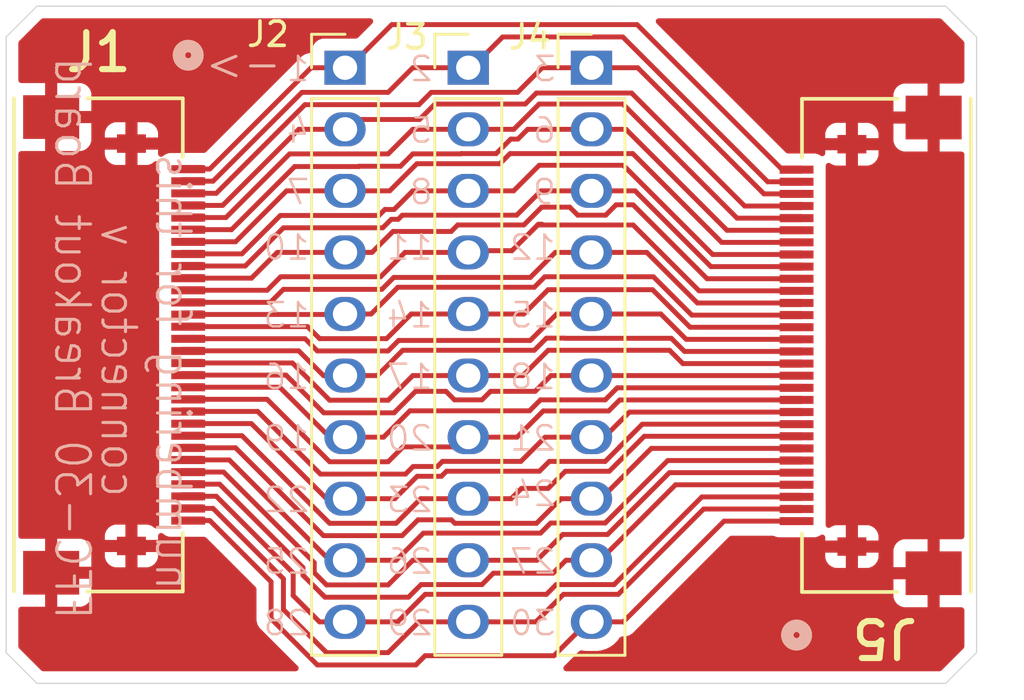
<source format=kicad_pcb>
(kicad_pcb
	(version 20241229)
	(generator "pcbnew")
	(generator_version "9.0")
	(general
		(thickness 1.6)
		(legacy_teardrops no)
	)
	(paper "A4")
	(layers
		(0 "F.Cu" signal "Top Layer")
		(2 "B.Cu" signal "Bottom Layer")
		(9 "F.Adhes" user "F.Adhesive")
		(11 "B.Adhes" user "B.Adhesive")
		(13 "F.Paste" user "Top Paste")
		(15 "B.Paste" user "Bottom Paste")
		(5 "F.SilkS" user "Top Overlay")
		(7 "B.SilkS" user "Bottom Overlay")
		(1 "F.Mask" user "Top Solder")
		(3 "B.Mask" user "Bottom Solder")
		(17 "Dwgs.User" user "User.Drawings")
		(19 "Cmts.User" user "User.Comments")
		(21 "Eco1.User" user "User.Eco1")
		(23 "Eco2.User" user "User.Eco2")
		(25 "Edge.Cuts" user)
		(27 "Margin" user)
		(31 "F.CrtYd" user "F.Courtyard")
		(29 "B.CrtYd" user "B.Courtyard")
		(35 "F.Fab" user "Mechanical 12")
		(33 "B.Fab" user "Mechanical 13")
		(39 "User.1" user "Top 3D Body")
		(41 "User.2" user "Board Outline")
		(43 "User.3" user "Top Courtyard")
		(45 "User.4" user "Bottom Courtyard")
		(47 "User.5" user "Top Assembly")
		(49 "User.6" user "Bottom 3D Body")
		(51 "User.7" user "Bottom Assembly")
		(53 "User.8" user "Top 3D Body 2")
		(55 "User.9" user "Bottom 3D Body 2")
		(57 "User.10" user "Board Outline 2")
		(59 "User.11" user "Mechanical 11")
		(61 "User.12" user "Mechanical 14")
		(63 "User.13" user "Mechanical 15")
		(65 "User.14" user "Mechanical 16")
	)
	(setup
		(pad_to_mask_clearance 0)
		(allow_soldermask_bridges_in_footprints no)
		(tenting front back)
		(aux_axis_origin 72.3011 155.8036)
		(grid_origin 72.3011 155.8036)
		(pcbplotparams
			(layerselection 0x00000000_00000000_55555555_575555ff)
			(plot_on_all_layers_selection 0x00000000_00000000_00000000_00000000)
			(disableapertmacros no)
			(usegerberextensions yes)
			(usegerberattributes yes)
			(usegerberadvancedattributes yes)
			(creategerberjobfile yes)
			(dashed_line_dash_ratio 12.000000)
			(dashed_line_gap_ratio 3.000000)
			(svgprecision 4)
			(plotframeref no)
			(mode 1)
			(useauxorigin no)
			(hpglpennumber 1)
			(hpglpenspeed 20)
			(hpglpendiameter 15.000000)
			(pdf_front_fp_property_popups yes)
			(pdf_back_fp_property_popups yes)
			(pdf_metadata yes)
			(pdf_single_document no)
			(dxfpolygonmode yes)
			(dxfimperialunits yes)
			(dxfusepcbnewfont yes)
			(psnegative no)
			(psa4output no)
			(plot_black_and_white yes)
			(sketchpadsonfab no)
			(plotpadnumbers no)
			(hidednponfab no)
			(sketchdnponfab yes)
			(crossoutdnponfab yes)
			(subtractmaskfromsilk no)
			(outputformat 1)
			(mirror no)
			(drillshape 0)
			(scaleselection 1)
			(outputdirectory "CAM/")
		)
	)
	(property "ADDRESS1" "22605 Gateway Center Drive")
	(property "ADDRESS2" "Clarksburg")
	(property "ADDRESS3" "MD")
	(property "ADDRESS4" "USA 20871")
	(property "DOCUMENTNUMBER" "")
	(property "ORGANIZATION" "Thales DSI")
	(property "SHEETTOTAL" "1")
	(net 0 "")
	(net 1 "Net-(J2-Pin_10)")
	(net 2 "Net-(J2-Pin_2)")
	(net 3 "Net-(J2-Pin_9)")
	(net 4 "Net-(J2-Pin_1)")
	(net 5 "Net-(J2-Pin_4)")
	(net 6 "Net-(J1-PIN2)")
	(net 7 "Net-(J1-PIN1)")
	(net 8 "Net-(J2-Pin_7)")
	(net 9 "Net-(J2-Pin_5)")
	(net 10 "Net-(J2-Pin_8)")
	(net 11 "Net-(J3-Pin_4)")
	(net 12 "Net-(J3-Pin_3)")
	(net 13 "Net-(J3-Pin_5)")
	(net 14 "Net-(J3-Pin_8)")
	(net 15 "Net-(J3-Pin_6)")
	(net 16 "Net-(J3-Pin_7)")
	(net 17 "Net-(J3-Pin_9)")
	(net 18 "Net-(J3-Pin_2)")
	(net 19 "Net-(J3-Pin_1)")
	(net 20 "Net-(J4-Pin_4)")
	(net 21 "Net-(J4-Pin_3)")
	(net 22 "Net-(J4-Pin_7)")
	(net 23 "Net-(J4-Pin_5)")
	(net 24 "Net-(J4-Pin_8)")
	(net 25 "Net-(J4-Pin_6)")
	(net 26 "Net-(J4-Pin_9)")
	(net 27 "Net-(J4-Pin_2)")
	(net 28 "Net-(J4-Pin_1)")
	(net 29 "Net-(J2-Pin_6)")
	(net 30 "Net-(J2-Pin_3)")
	(net 31 "GND")
	(footprint "t_connectors:PinHeader_1x10_P2.54mm_small" (layer "F.Cu") (at 142.7861 84.0486))
	(footprint "t_connectors:CON_30P_FPC_5MM_C" (layer "F.Cu") (at 152.9715 95.504 90))
	(footprint "t_connectors:PinHeader_1x10_P2.54mm_small" (layer "F.Cu") (at 132.6261 84.0486))
	(footprint "t_connectors:CON_30P_FPC_5MM_C" (layer "F.Cu") (at 124.3711 95.4786 -90))
	(footprint "footprints:CONN30_FH28D-30S-0.5SH05_HIR" (layer "F.Cu") (at 122.458288 95.483599 -90))
	(footprint "t_connectors:PinHeader_1x10_P2.54mm_small" (layer "F.Cu") (at 137.7061 84.0486))
	(footprint "footprints:CONN30_FH28D-30S-0.5SH05_HIR" (layer "F.Cu") (at 154.943912 95.503599 90))
	(gr_line
		(start 158.6611 82.7786)
		(end 157.3911 81.5086)
		(stroke
			(width 0.05)
			(type default)
		)
		(layer "Edge.Cuts")
		(uuid "3baabe38-52ab-4260-86fd-5f7afc3428de")
	)
	(gr_line
		(start 118.6561 108.1786)
		(end 119.9261 109.4486)
		(stroke
			(width 0.05)
			(type default)
		)
		(layer "Edge.Cuts")
		(uuid "5793ad71-b9d0-4637-b854-043b7aac1320")
	)
	(gr_line
		(start 143.4211 81.5086)
		(end 119.9261 81.5086)
		(stroke
			(width 0.05)
			(type default)
		)
		(layer "Edge.Cuts")
		(uuid "a0cf6004-b05d-4f23-92b8-e21feea82460")
	)
	(gr_line
		(start 157.3911 81.5086)
		(end 143.4211 81.5086)
		(stroke
			(width 0.05)
			(type default)
		)
		(layer "Edge.Cuts")
		(uuid "b9035c04-7070-4e44-a198-e642defb1e08")
	)
	(gr_line
		(start 158.6611 108.1786)
		(end 158.6611 82.7786)
		(stroke
			(width 0.05)
			(type default)
		)
		(layer "Edge.Cuts")
		(uuid "b9ad9d41-6110-4e40-8f34-75ddc203a28c")
	)
	(gr_line
		(start 118.6561 82.7786)
		(end 118.6561 108.1786)
		(stroke
			(width 0.05)
			(type default)
		)
		(layer "Edge.Cuts")
		(uuid "d43cacd6-439a-4c6a-bc68-298730eb90f5")
	)
	(gr_line
		(start 157.3911 109.4486)
		(end 158.6611 108.1786)
		(stroke
			(width 0.05)
			(type default)
		)
		(layer "Edge.Cuts")
		(uuid "d4bd318c-a764-4b64-9542-0bd5a311eadb")
	)
	(gr_line
		(start 143.4211 109.4486)
		(end 119.9261 109.4486)
		(stroke
			(width 0.05)
			(type default)
		)
		(layer "Edge.Cuts")
		(uuid "eedbae36-3a68-4056-a013-329e5010cbe3")
	)
	(gr_line
		(start 143.4211 109.4486)
		(end 157.3911 109.4486)
		(stroke
			(width 0.05)
			(type default)
		)
		(layer "Edge.Cuts")
		(uuid "efb9a273-239a-45b6-9539-8771d04ede30")
	)
	(gr_line
		(start 118.6561 82.7786)
		(end 119.9261 81.5086)
		(stroke
			(width 0.05)
			(type default)
		)
		(layer "Edge.Cuts")
		(uuid "f82f1929-1948-4c2b-a825-e87a0d3c8590")
	)
	(gr_line
		(start 126.1999 88.2396)
		(end 158.6103 88.2396)
		(stroke
			(width 0.1)
			(type default)
		)
		(layer "F.Fab")
		(uuid "e2f5a4b8-dc30-4b30-802a-f7c897ff428f")
	)
	(gr_text "1"
		(at 131.2291 84.6836 0)
		(layer "B.SilkS")
		(uuid "0055eed0-a901-43c9-b29a-6daa700fcb95")
		(effects
			(font
				(size 1 1)
				(thickness 0.1)
			)
			(justify left bottom mirror)
		)
	)
	(gr_text "4"
		(at 131.2291 87.2236 0)
		(layer "B.SilkS")
		(uuid "050cbf9d-e83f-4a82-ab5f-1aff22f985a2")
		(effects
			(font
				(size 1 1)
				(thickness 0.1)
			)
			(justify left bottom mirror)
		)
	)
	(gr_text "8"
		(at 136.3091 89.7636 0)
		(layer "B.SilkS")
		(uuid "0d3bc5b4-3ea2-48a0-bbb0-6cb250efa1b2")
		(effects
			(font
				(size 1 1)
				(thickness 0.1)
			)
			(justify left bottom mirror)
		)
	)
	(gr_text "18"
		(at 141.3891 97.3836 0)
		(layer "B.SilkS")
		(uuid "182c657b-abfa-45a0-953a-c886a321d3e3")
		(effects
			(font
				(size 1 1)
				(thickness 0.1)
			)
			(justify left bottom mirror)
		)
	)
	(gr_text "5"
		(at 136.3091 87.2236 0)
		(layer "B.SilkS")
		(uuid "1d27191f-69f5-4881-bcb7-3952ecbae2b4")
		(effects
			(font
				(size 1 1)
				(thickness 0.1)
			)
			(justify left bottom mirror)
		)
	)
	(gr_text "25"
		(at 131.2291 105.0036 0)
		(layer "B.SilkS")
		(uuid "1ec0a86a-1e5e-4cb4-9ae0-218b29020747")
		(effects
			(font
				(size 1 1)
				(thickness 0.1)
			)
			(justify left bottom mirror)
		)
	)
	(gr_text "16"
		(at 131.2291 97.3836 0)
		(layer "B.SilkS")
		(uuid "27c1aa23-0989-406d-bb22-f21b47b9b5e2")
		(effects
			(font
				(size 1 1)
				(thickness 0.1)
			)
			(justify left bottom mirror)
		)
	)
	(gr_text "FFC-30 Breakout Board"
		(at 120.5611 106.9086 270)
		(layer "B.SilkS")
		(uuid "294685df-3e5f-4002-89ce-930ac8fdec4a")
		(effects
			(font
				(size 1.397 1.27)
				(thickness 0.127)
			)
			(justify left bottom mirror)
		)
	)
	(gr_text "->\n"
		(at 130.0861 84.6836 0)
		(layer "B.SilkS")
		(uuid "2e01762a-a9f5-47cf-a329-1b9833984366")
		(effects
			(font
				(size 1.397 1.27)
				(thickness 0.127)
			)
			(justify left bottom mirror)
		)
	)
	(gr_text "19"
		(at 131.2291 99.9236 0)
		(layer "B.SilkS")
		(uuid "2fec1348-8115-4496-9871-f1ec5b029e28")
		(effects
			(font
				(size 1 1)
				(thickness 0.1)
			)
			(justify left bottom mirror)
		)
	)
	(gr_text "23"
		(at 136.3091 102.4636 0)
		(layer "B.SilkS")
		(uuid "34df91d9-d910-4f4e-b93f-6451e180642e")
		(effects
			(font
				(size 1 1)
				(thickness 0.1)
			)
			(justify left bottom mirror)
		)
	)
	(gr_text "17"
		(at 136.3091 97.3836 0)
		(layer "B.SilkS")
		(uuid "425c210a-878f-4455-ac97-6a1dfe0f6621")
		(effects
			(font
				(size 1 1)
				(thickness 0.1)
			)
			(justify left bottom mirror)
		)
	)
	(gr_text "12"
		(at 141.3891 92.0496 0)
		(layer "B.SilkS")
		(uuid "50a24923-4764-4bf2-a62d-12c261c3c15f")
		(effects
			(font
				(size 1 1)
				(thickness 0.1)
			)
			(justify left bottom mirror)
		)
	)
	(gr_text "9"
		(at 141.3891 89.7636 0)
		(layer "B.SilkS")
		(uuid "52907c52-9369-4d16-a129-47fb67231db4")
		(effects
			(font
				(size 1 1)
				(thickness 0.1)
			)
			(justify left bottom mirror)
		)
	)
	(gr_text "10"
		(at 131.2291 92.0496 0)
		(layer "B.SilkS")
		(uuid "638fdd79-faa8-4e46-95c7-856c5c82ba4c")
		(effects
			(font
				(size 1 1)
				(thickness 0.1)
			)
			(justify left bottom mirror)
		)
	)
	(gr_text "13"
		(at 131.2291 94.8436 0)
		(layer "B.SilkS")
		(uuid "7461f532-0f48-468c-8691-173b56aa04a9")
		(effects
			(font
				(size 1 1)
				(thickness 0.1)
			)
			(justify left bottom mirror)
		)
	)
	(gr_text "7"
		(at 131.2291 89.7636 0)
		(layer "B.SilkS")
		(uuid "76e709cc-1000-4bd6-b927-41bdd5025f16")
		(effects
			(font
				(size 1 1)
				(thickness 0.1)
			)
			(justify left bottom mirror)
		)
	)
	(gr_text "6"
		(at 141.3891 87.2236 0)
		(layer "B.SilkS")
		(uuid "7ce608f5-6088-4369-b7c3-cfd6d4a3fdc5")
		(effects
			(font
				(size 1 1)
				(thickness 0.1)
			)
			(justify left bottom mirror)
		)
	)
	(gr_text "numbering for this \nconnector v"
		(at 122.4661 96.1136 270)
		(layer "B.SilkS")
		(uuid "83ad0fd6-3121-4bf2-9e22-dc0a795b08a5")
		(effects
			(font
				(size 1.397 1.27)
				(thickness 0.127)
			)
			(justify bottom mirror)
		)
	)
	(gr_text "11"
		(at 136.3091 92.0496 0)
		(layer "B.SilkS")
		(uuid "93e43164-81af-47c9-b14a-af077402160f")
		(effects
			(font
				(size 1 1)
				(thickness 0.1)
			)
			(justify left bottom mirror)
		)
	)
	(gr_text "22"
		(at 131.2291 102.4636 0)
		(layer "B.SilkS")
		(uuid "9439a454-c473-4e12-94f0-2acf5e7d8f1c")
		(effects
			(font
				(size 1 1)
				(thickness 0.1)
			)
			(justify left bottom mirror)
		)
	)
	(gr_text "3"
		(at 141.3891 84.6836 0)
		(layer "B.SilkS")
		(uuid "970dd950-4e82-45ea-90df-fb6760a678e0")
		(effects
			(font
				(size 1 1)
				(thickness 0.1)
			)
			(justify left bottom mirror)
		)
	)
	(gr_text "21"
		(at 141.3891 99.9236 0)
		(layer "B.SilkS")
		(uuid "98bf3890-ad76-4b5a-a94f-1537e2934959")
		(effects
			(font
				(size 1 1)
				(thickness 0.1)
			)
			(justify left bottom mirror)
		)
	)
	(gr_text "14"
		(at 136.3091 94.8436 0)
		(layer "B.SilkS")
		(uuid "9b2c4878-31fd-4a4f-bba9-788f39b12ce8")
		(effects
			(font
				(size 1 1)
				(thickness 0.1)
			)
			(justify left bottom mirror)
		)
	)
	(gr_text "27"
		(at 141.3891 105.0036 0)
		(layer "B.SilkS")
		(uuid "a840def9-8651-42ed-823a-276128d3d1c2")
		(effects
			(font
				(size 1 1)
				(thickness 0.1)
			)
			(justify left bottom mirror)
		)
	)
	(gr_text "28"
		(at 131.2291 107.5436 0)
		(layer "B.SilkS")
		(uuid "bdcc8d31-be1f-4bb1-a9d0-c179ab530868")
		(effects
			(font
				(size 1 1)
				(thickness 0.1)
			)
			(justify left bottom mirror)
		)
	)
	(gr_text "30\n"
		(at 141.3891 107.5436 0)
		(layer "B.SilkS")
		(uuid "c6996541-bd57-4852-8cbd-6072439f1901")
		(effects
			(font
				(size 1 1)
				(thickness 0.1)
			)
			(justify left bottom mirror)
		)
	)
	(gr_text "26"
		(at 136.3091 105.0036 0)
		(layer "B.SilkS")
		(uuid "cfb448c9-a47f-46d0-8e1a-30ebefb473e8")
		(effects
			(font
				(size 1 1)
				(thickness 0.1)
			)
			(justify left bottom mirror)
		)
	)
	(gr_text "15"
		(at 141.3891 94.8436 0)
		(layer "B.SilkS")
		(uuid "d48a9516-4a34-4d85-9bfe-09b775caf540")
		(effects
			(font
				(size 1 1)
				(thickness 0.1)
			)
			(justify left bottom mirror)
		)
	)
	(gr_text "2"
		(at 136.3091 84.6836 0)
		(layer "B.SilkS")
		(uuid "d605f14f-d11f-4449-8e1c-a0c4d230a48b")
		(effects
			(font
				(size 1 1)
				(thickness 0.1)
			)
			(justify left bottom mirror)
		)
	)
	(gr_text "29"
		(at 136.3091 107.5436 0)
		(layer "B.SilkS")
		(uuid "dedc277c-7ff1-4885-af69-8b0f48cdb087")
		(effects
			(font
				(size 1 1)
				(thickness 0.1)
			)
			(justify left bottom mirror)
		)
	)
	(gr_text "20"
		(at 136.3091 99.9236 0)
		(layer "B.SilkS")
		(uuid "ea6b6190-ef42-431f-a52b-ba292a11be94")
		(effects
			(font
				(size 1 1)
				(thickness 0.1)
			)
			(justify left bottom mirror)
		)
	)
	(gr_text "24"
		(at 141.3891 102.2096 0)
		(layer "B.SilkS")
		(uuid "ee7542bb-7a14-41a0-a743-85373c5e0179")
		(effects
			(font
				(size 1 1)
				(thickness 0.1)
			)
			(justify left bottom mirror)
		)
	)
	(segment
		(start 130.4893 104.8988)
		(end 127.3191 101.7286)
		(width 0.2032)
		(layer "F.Cu")
		(net 1)
		(uuid "090535b4-e28a-434c-bedb-f6cd888e8912")
	)
	(segment
		(start 132.6261 106.9086)
		(end 131.5729 106.9086)
		(width 0.2032)
		(layer "F.Cu")
		(net 1)
		(uuid "0a7a25af-a049-4edd-8b52-bb25927b9516")
	)
	(segment
		(start 147.338643 101.754)
		(end 151.0215 101.754)
		(width 0.2032)
		(layer "F.Cu")
		(net 1)
		(uuid "201929e8-2f90-4eca-a560-5ee44ff95d34")
	)
	(segment
		(start 143.721443 105.3712)
		(end 147.338643 101.754)
		(width 0.2032)
		(layer "F.Cu")
		(net 1)
		(uuid "332ec699-b095-4283-82c5-4aae1cfe59fe")
	)
	(segment
		(start 127.3191 101.7286)
		(end 126.3211 101.7286)
		(width 0.2032)
		(layer "F.Cu")
		(net 1)
		(uuid "456cc021-b5cd-4526-b457-952623490b16")
	)
	(segment
		(start 130.4893 105.825)
		(end 130.4893 104.8988)
		(width 0.2032)
		(layer "F.Cu")
		(net 1)
		(uuid "4b7ba94d-5055-4286-a938-738c16b94ff3")
	)
	(segment
		(start 131.5729 106.9086)
		(end 130.4893 105.825)
		(width 0.2032)
		(layer "F.Cu")
		(net 1)
		(uuid "6a6bd1c1-8323-48ec-ad74-d61d6b0f3002")
	)
	(segment
		(start 134.7961 106.9086)
		(end 135.9303 105.7744)
		(width 0.2032)
		(layer "F.Cu")
		(net 1)
		(uuid "8bc558a7-cef8-474c-b11b-f7d2bb429d89")
	)
	(segment
		(start 141.3335 105.3712)
		(end 143.721443 105.3712)
		(width 0.2032)
		(layer "F.Cu")
		(net 1)
		(uuid "a2746c2e-77f8-4a30-913b-7bd28ef5c402")
	)
	(segment
		(start 140.9303 105.7744)
		(end 141.3335 105.3712)
		(width 0.2032)
		(layer "F.Cu")
		(net 1)
		(uuid "b00dc2b2-d8a2-48c1-86da-e79138c8db5f")
	)
	(segment
		(start 132.6261 106.9086)
		(end 134.7961 106.9086)
		(width 0.2032)
		(layer "F.Cu")
		(net 1)
		(uuid "b036b068-f78d-4fc3-848e-bb1ebafd97cf")
	)
	(segment
		(start 135.9303 105.7744)
		(end 140.9303 105.7744)
		(width 0.2032)
		(layer "F.Cu")
		(net 1)
		(uuid "d6210232-3da3-43c6-9887-5adc919fe414")
	)
	(segment
		(start 149.1011 89.754)
		(end 144.4403 85.0932)
		(width 0.2032)
		(layer "F.Cu")
		(net 2)
		(uuid "1bece6bb-e434-486f-a20a-df848e4413e3")
	)
	(segment
		(start 127.5811 89.7286)
		(end 130.7211 86.5886)
		(width 0.2032)
		(layer "F.Cu")
		(net 2)
		(uuid "263cf2b8-3e62-4a5e-ac03-acdf9a74f560")
	)
	(segment
		(start 144.4403 85.0932)
		(end 140.51089 85.0932)
		(width 0.2032)
		(layer "F.Cu")
		(net 2)
		(uuid "66b331de-f0b7-4274-ab6c-07fe0c8fa35e")
	)
	(segment
		(start 130.7211 86.5886)
		(end 132.6261 86.5886)
		(width 0.2032)
		(layer "F.Cu")
		(net 2)
		(uuid "6bb25a1c-21d1-4ee6-b8c8-5c2b183c8853")
	)
	(segment
		(start 126.3211 89.7286)
		(end 127.5811 89.7286)
		(width 0.2032)
		(layer "F.Cu")
		(net 2)
		(uuid "859ac16a-3d9b-4d3a-89cb-14b265e98de4")
	)
	(segment
		(start 133.0303 86.1844)
		(end 132.6261 86.5886)
		(width 0.2032)
		(layer "F.Cu")
		(net 2)
		(uuid "9d9489b6-0124-4e17-998d-a209a8cd70d0")
	)
	(segment
		(start 151.0215 89.754)
		(end 149.1011 89.754)
		(width 0.2032)
		(layer "F.Cu")
		(net 2)
		(uuid "b8226e61-8341-450c-a170-a9d2437093a3")
	)
	(segment
		(start 136.3345 85.5472)
		(end 135.6973 86.1844)
		(width 0.2032)
		(layer "F.Cu")
		(net 2)
		(uuid "c96ca823-14a7-4dfd-a754-cca279c6da23")
	)
	(segment
		(start 135.6973 86.1844)
		(end 133.0303 86.1844)
		(width 0.2032)
		(layer "F.Cu")
		(net 2)
		(uuid "cef7902e-3b9a-49e9-ba63-f23df8fa16e9")
	)
	(segment
		(start 140.05689 85.5472)
		(end 136.3345 85.5472)
		(width 0.2032)
		(layer "F.Cu")
		(net 2)
		(uuid "ebfb2673-1a2e-4edb-9c8d-3315f1563ee1")
	)
	(segment
		(start 140.51089 85.0932)
		(end 140.05689 85.5472)
		(width 0.2032)
		(layer "F.Cu")
		(net 2)
		(uuid "f52aa852-0dd1-4f33-9b94-d8eca7322217")
	)
	(segment
		(start 143.351391 102.8312)
		(end 145.928591 100.254)
		(width 0.2032)
		(layer "F.Cu")
		(net 3)
		(uuid "12817dd8-ab48-4728-a6cc-0c017633943b")
	)
	(segment
		(start 134.7361 104.3686)
		(end 135.8573 103.2474)
		(width 0.2032)
		(layer "F.Cu")
		(net 3)
		(uuid "1a75e660-91fe-4c75-9a89-d01f93b52626")
	)
	(segment
		(start 131.9911 104.3686)
		(end 132.6261 104.3686)
		(width 0.2032)
		(layer "F.Cu")
		(net 3)
		(uuid "2a8444c7-e3aa-40f4-bee7-dba3a628af9c")
	)
	(segment
		(start 145.928591 100.254)
		(end 151.0215 100.254)
		(width 0.2032)
		(layer "F.Cu")
		(net 3)
		(uuid "3bca724a-a484-440e-b9b5-748371ad3c23")
	)
	(segment
		(start 127.8511 100.2286)
		(end 131.9911 104.3686)
		(width 0.2032)
		(layer "F.Cu")
		(net 3)
		(uuid "6afd9f92-d6f8-4705-a291-51addfa672cd")
	)
	(segment
		(start 135.8573 103.2474)
		(end 140.688505 103.2474)
		(width 0.2032)
		(layer "F.Cu")
		(net 3)
		(uuid "6e99b131-fb59-43ee-a3a9-7193c2d6a5fd")
	)
	(segment
		(start 141.104705 102.8312)
		(end 143.351391 102.8312)
		(width 0.2032)
		(layer "F.Cu")
		(net 3)
		(uuid "85307e65-de0a-47b9-a551-54588ac45b8b")
	)
	(segment
		(start 140.688505 103.2474)
		(end 141.104705 102.8312)
		(width 0.2032)
		(layer "F.Cu")
		(net 3)
		(uuid "8efb947e-a4f8-4dcd-85e0-c0723b97f6c4")
	)
	(segment
		(start 126.3211 100.2286)
		(end 127.8511 100.2286)
		(width 0.2032)
		(layer "F.Cu")
		(net 3)
		(uuid "9c033038-b81f-4520-9965-1bbfc6e4f501")
	)
	(segment
		(start 132.6261 104.3686)
		(end 134.7361 104.3686)
		(width 0.2032)
		(layer "F.Cu")
		(net 3)
		(uuid "b72e0b34-e6d3-4d1a-9699-2c75921153e8")
	)
	(segment
		(start 144.6681 82.2706)
		(end 150.6011 88.2036)
		(width 0.2032)
		(layer "F.Cu")
		(net 4)
		(uuid "0db59398-ca59-4d8f-b788-de743802c6f5")
	)
	(segment
		(start 127.0491 88.2286)
		(end 131.2291 84.0486)
		(width 0.2032)
		(layer "F.Cu")
		(net 4)
		(uuid "13e81a8e-f2a8-492f-afef-a2985acb3f1f")
	)
	(segment
		(start 150.9711 88.2036)
		(end 151.0215 88.254)
		(width 0.2032)
		(layer "F.Cu")
		(net 4)
		(uuid "42f1def7-3d7a-4087-a74b-7b3320eed121")
	)
	(segment
		(start 132.6261 84.0486)
		(end 132.7761 84.0486)
		(width 0.2032)
		(layer "F.Cu")
		(net 4)
		(uuid "92aad01e-da47-4058-8b1d-153061914bcc")
	)
	(segment
		(start 134.5541 82.2706)
		(end 144.6681 82.2706)
		(width 0.2032)
		(layer "F.Cu")
		(net 4)
		(uuid "a4ef6ec8-b2e5-4ac0-b6d1-4a2b8e388d41")
	)
	(segment
		(start 132.7761 84.0486)
		(end 134.5541 82.2706)
		(width 0.2032)
		(layer "F.Cu")
		(net 4)
		(uuid "b4ad5fe9-8169-4408-8def-54dcf39b666f")
	)
	(segment
		(start 150.6011 88.2036)
		(end 150.9711 88.2036)
		(width 0.2032)
		(layer "F.Cu")
		(net 4)
		(uuid "c1588f89-f693-4330-8349-488890441fb9")
	)
	(segment
		(start 126.3211 88.2286)
		(end 127.0491 88.2286)
		(width 0.2032)
		(layer "F.Cu")
		(net 4)
		(uuid "c55d541d-b11c-4ac3-8bc5-0040abb23897")
	)
	(segment
		(start 131.2291 84.0486)
		(end 132.6261 84.0486)
		(width 0.2032)
		(layer "F.Cu")
		(net 4)
		(uuid "fed8058b-f31d-4756-8237-f487f515d577")
	)
	(segment
		(start 144.5011 89.7036)
		(end 147.5515 92.754)
		(width 0.2032)
		(layer "F.Cu")
		(net 5)
		(uuid "3155ff82-eb63-4c89-bfb9-dfe9adb8133c")
	)
	(segment
		(start 129.8321 91.6686)
		(end 132.6261 91.6686)
		(width 0.2032)
		(layer "F.Cu")
		(net 5)
		(uuid "450125c3-ed45-4f94-8f5f-6229af257b4a")
	)
	(segment
		(start 143.8011 89.7036)
		(end 144.5011 89.7036)
		(width 0.2032)
		(layer "F.Cu")
		(net 5)
		(uuid "4bfde73e-26a2-470a-90ea-4ca104070f02")
	)
	(segment
		(start 140.73409 89.8004)
		(end 141.890009 89.8004)
		(width 0.2032)
		(layer "F.Cu")
		(net 5)
		(uuid "517169bd-e972-4743-8cf7-cce2138926c8")
	)
	(segment
		(start 133.7361 91.6686)
		(end 134.6011 90.8036)
		(width 0.2032)
		(layer "F.Cu")
		(net 5)
		(uuid "56a3b4a7-0bc4-4ee3-b205-3048f35c537a")
	)
	(segment
		(start 139.99909 90.5354)
		(end 140.73409 89.8004)
		(width 0.2032)
		(layer "F.Cu")
		(net 5)
		(uuid "8a44d92e-1787-4e08-adea-b9c41c4c5fbd")
	)
	(segment
		(start 126.3211 92.7286)
		(end 128.7721 92.7286)
		(width 0.2032)
		(layer "F.Cu")
		(net 5)
		(uuid "986c213f-e5e6-4a15-aea7-c818945cf9b8")
	)
	(segment
		(start 142.220809 90.1312)
		(end 143.3735 90.1312)
		(width 0.2032)
		(layer "F.Cu")
		(net 5)
		(uuid "aee9e9be-5342-45d3-a3bb-c47de6b5807c")
	)
	(segment
		(start 143.3735 90.1312)
		(end 143.8011 89.7036)
		(width 0.2032)
		(layer "F.Cu")
		(net 5)
		(uuid "b49ea48e-be74-4bd4-b9d1-1c386b5e4792")
	)
	(segment
		(start 137.003209 90.8036)
		(end 137.271409 90.5354)
		(width 0.2032)
		(layer "F.Cu")
		(net 5)
		(uuid "b71cc18a-2cc4-484b-830a-7ecdc376d948")
	)
	(segment
		(start 132.6261 91.6686)
		(end 133.7361 91.6686)
		(width 0.2032)
		(layer "F.Cu")
		(net 5)
		(uuid "d2c4c924-7597-4332-8e4c-ac2cc83e081d")
	)
	(segment
		(start 147.5515 92.754)
		(end 151.0215 92.754)
		(width 0.2032)
		(layer "F.Cu")
		(net 5)
		(uuid "e075166a-aa30-4ce8-8b96-8b75f201d7a6")
	)
	(segment
		(start 141.890009 89.8004)
		(end 142.220809 90.1312)
		(width 0.2032)
		(layer "F.Cu")
		(net 5)
		(uuid "e3991c59-1404-4a86-b6f2-4e4eac88f92b")
	)
	(segment
		(start 134.6011 90.8036)
		(end 137.003209 90.8036)
		(width 0.2032)
		(layer "F.Cu")
		(net 5)
		(uuid "e59aa3ff-0223-40d7-b56f-91cbef040ff1")
	)
	(segment
		(start 137.271409 90.5354)
		(end 139.99909 90.5354)
		(width 0.2032)
		(layer "F.Cu")
		(net 5)
		(uuid "f4f14419-7c2c-47a5-ac36-c117add080d9")
	)
	(segment
		(start 128.7721 92.7286)
		(end 129.8321 91.6686)
		(width 0.2032)
		(layer "F.Cu")
		(net 5)
		(uuid "f5c232a9-9005-419b-a8ba-04ff9fe64404")
	)
	(segment
		(start 126.3211 102.7286)
		(end 127.0491 102.7286)
		(width 0.2032)
		(layer "F.Cu")
		(net 6)
		(uuid "04a159a0-b5d6-4de9-b7d7-5c79e4da004d")
	)
	(segment
		(start 151.0215 102.754)
		(end 148.2507 102.754)
		(width 0.2032)
		(layer "F.Cu")
		(net 6)
		(uuid "08c468ab-1b5c-442c-9cf7-1ff5645fca37")
	)
	(segment
		(start 129.5781 106.7816)
		(end 131.4831 108.6866)
		(width 0.2032)
		(layer "F.Cu")
		(net 6)
		(uuid "1967a5b0-d130-453d-ba37-8d5634c790b6")
	)
	(segment
		(start 141.2391 108.3056)
		(end 142.6361 106.9086)
		(width 0.2032)
		(layer "F.Cu")
		(net 6)
		(uuid "1c4192c5-7863-486f-833c-2963670c1428")
	)
	(segment
		(start 142.6361 106.9086)
		(end 142.7861 106.9086)
		(width 0.2032)
		(layer "F.Cu")
		(net 6)
		(uuid "55d3bda2-8321-4d0d-a4c0-69feddda7de1")
	)
	(segment
		(start 144.0961 106.9086)
		(end 142.7861 106.9086)
		(width 0.2032)
		(layer "F.Cu")
		(net 6)
		(uuid "659ea99b-44c6-4521-a252-9f077aeec931")
	)
	(segment
		(start 135.5471 108.6866)
		(end 135.9281 108.3056)
		(width 0.2032)
		(layer "F.Cu")
		(net 6)
		(uuid "821924d0-4f8b-4e7c-be29-1eb057b79195")
	)
	(segment
		(start 127.0491 102.7286)
		(end 129.5781 105.2576)
		(width 0.2032)
		(layer "F.Cu")
		(net 6)
		(uuid "adcd3ac5-2069-44cb-8c1a-2b77c525ea13")
	)
	(segment
		(start 131.4831 108.6866)
		(end 135.5471 108.6866)
		(width 0.2032)
		(layer "F.Cu")
		(net 6)
		(uuid "bf8d01a0-d60a-4a63-bf71-884579c4a090")
	)
	(segment
		(start 129.5781 105.2576)
		(end 129.5781 106.7816)
		(width 0.2032)
		(layer "F.Cu")
		(net 6)
		(uuid "d41411d3-b1b1-4680-b0a0-b4ff49123654")
	)
	(segment
		(start 148.2507 102.754)
		(end 144.0961 106.9086)
		(width 0.2032)
		(layer "F.Cu")
		(net 6)
		(uuid "dd44b563-2bab-48f0-89f4-f772f84e6c96")
	)
	(segment
		(start 135.9281 108.3056)
		(end 141.2391 108.3056)
		(width 0.2032)
		(layer "F.Cu")
		(net 6)
		(uuid "e3e9848d-9177-4616-acd5-a95ce41e5526")
	)
	(segment
		(start 130.0861 105.1306)
		(end 130.0861 106.4006)
		(width 0.2032)
		(layer "F.Cu")
		(net 7)
		(uuid "0b60dfe3-0c34-4c00-b995-39cba7aa94ac")
	)
	(segment
		(start 131.8641 108.1786)
		(end 134.4041 108.1786)
		(width 0.2032)
		(layer "F.Cu")
		(net 7)
		(uuid "55428327-dbd5-46e9-9f63-91a445237148")
	)
	(segment
		(start 135.6741 106.9086)
		(end 137.7061 106.9086)
		(width 0.2032)
		(layer "F.Cu")
		(net 7)
		(uuid "6e103efa-6dd3-449f-84f5-ccb76124e604")
	)
	(segment
		(start 140.4961 106.9086)
		(end 141.6303 105.7744)
		(width 0.2032)
		(layer "F.Cu")
		(net 7)
		(uuid "78a44ffb-6662-47df-9670-373721b8ca52")
	)
	(segment
		(start 134.4041 108.1786)
		(end 135.6741 106.9086)
		(width 0.2032)
		(layer "F.Cu")
		(net 7)
		(uuid "90fdb6db-f35b-483a-997c-0af9b23ae921")
	)
	(segment
		(start 126.3211 102.2286)
		(end 127.1841 102.2286)
		(width 0.2032)
		(layer "F.Cu")
		(net 7)
		(uuid "b6b19937-2a94-454a-b7b5-99b29def1868")
	)
	(segment
		(start 141.6303 105.7744)
		(end 143.888453 105.7744)
		(width 0.2032)
		(layer "F.Cu")
		(net 7)
		(uuid "d5f93e66-945b-40e2-9acb-03345a10d382")
	)
	(segment
		(start 143.888453 105.7744)
		(end 147.408853 102.254)
		(width 0.2032)
		(layer "F.Cu")
		(net 7)
		(uuid "d9a4a14f-2c00-449c-bf96-63693e4fa4b4")
	)
	(segment
		(start 130.0861 106.4006)
		(end 131.8641 108.1786)
		(width 0.2032)
		(layer "F.Cu")
		(net 7)
		(uuid "ee137f1b-e1d4-4a26-9384-59217d67732e")
	)
	(segment
		(start 147.408853 102.254)
		(end 151.0215 102.254)
		(width 0.2032)
		(layer "F.Cu")
		(net 7)
		(uuid "f518a3af-114a-4d97-a8e2-b3c8ca319728")
	)
	(segment
		(start 127.1841 102.2286)
		(end 130.0861 105.1306)
		(width 0.2032)
		(layer "F.Cu")
		(net 7)
		(uuid "f975c443-8378-4d48-ba97-2b255c784379")
	)
	(segment
		(start 137.7061 106.9086)
		(end 140.4961 106.9086)
		(width 0.2032)
		(layer "F.Cu")
		(net 7)
		(uuid "fe283906-dd43-4735-a503-5bbb09d544d1")
	)
	(segment
		(start 131.9911 99.2886)
		(end 132.6261 99.2886)
		(width 0.2032)
		(layer "F.Cu")
		(net 8)
		(uuid "379351e6-10e9-40d6-b1a7-be6255a4e605")
	)
	(segment
		(start 140.683289 97.7512)
		(end 143.351391 97.7512)
		(width 0.2032)
		(layer "F.Cu")
		(net 8)
		(uuid "46ac8450-160b-4228-b02f-243f5441943b")
	)
	(segment
		(start 143.848591 97.254)
		(end 151.0215 97.254)
		(width 0.2032)
		(layer "F.Cu")
		(net 8)
		(uuid "60b8756f-4065-4ece-a526-dc1ee52bf970")
	)
	(segment
		(start 135.3011 98.2036)
		(end 140.230889 98.2036)
		(width 0.2032)
		(layer "F.Cu")
		(net 8)
		(uuid "65fd2398-106c-41db-9645-ce1aff8eea58")
	)
	(segment
		(start 140.230889 98.2036)
		(end 140.683289 97.7512)
		(width 0.2032)
		(layer "F.Cu")
		(net 8)
		(uuid "73fd8f76-32e9-4e71-90dd-29b05e295aa9")
	)
	(segment
		(start 134.2161 99.2886)
		(end 135.3011 98.2036)
		(width 0.2032)
		(layer "F.Cu")
		(net 8)
		(uuid "783e7204-c0aa-4557-9420-c42d8a5ce464")
	)
	(segment
		(start 143.351391 97.7512)
		(end 143.848591 97.254)
		(width 0.2032)
		(layer "F.Cu")
		(net 8)
		(uuid "8e5273ce-fc00-48ae-b9a5-dc6e0a349ac2")
	)
	(segment
		(start 129.9311 97.2286)
		(end 131.9911 99.2886)
		(width 0.2032)
		(layer "F.Cu")
		(net 8)
		(uuid "a099f46f-d533-45e0-ab91-418bb14e2b8e")
	)
	(segment
		(start 126.3211 97.2286)
		(end 129.9311 97.2286)
		(width 0.2032)
		(layer "F.Cu")
		(net 8)
		(uuid "b3a6bf40-c67e-4418-a9ec-b36454d08d9f")
	)
	(segment
		(start 132.6261 99.2886)
		(end 134.2161 99.2886)
		(width 0.2032)
		(layer "F.Cu")
		(net 8)
		(uuid "c7825888-50ec-42da-84c3-87f0453b11f9")
	)
	(segment
		(start 134.8011 93.1036)
		(end 140.43089 93.1036)
		(width 0.2032)
		(layer "F.Cu")
		(net 9)
		(uuid "1c499bcd-2368-45fb-bad1-3da00cf48e01")
	)
	(segment
		(start 132.6061 94.2286)
		(end 132.6261 94.2086)
		(width 0.2032)
		(layer "F.Cu")
		(net 9)
		(uuid "26b6bb31-a8b9-46f7-ae78-f6bb517852a2")
	)
	(segment
		(start 145.33991 92.6722)
		(end 146.92171 94.254)
		(width 0.2032)
		(layer "F.Cu")
		(net 9)
		(uuid "3106f943-65bd-4f43-88de-04658f198f60")
	)
	(segment
		(start 140.43089 93.1036)
		(end 140.86229 92.6722)
		(width 0.2032)
		(layer "F.Cu")
		(net 9)
		(uuid "38e92eef-8968-43f1-9c80-87e84ce015c7")
	)
	(segment
		(start 133.700344 94.2086)
		(end 134.803222 93.105722)
		(width 0.2032)
		(layer "F.Cu")
		(net 9)
		(uuid "62ccd88e-d3fd-4500-be32-8620dfd91116")
	)
	(segment
		(start 126.3211 94.2286)
		(end 132.6061 94.2286)
		(width 0.2032)
		(layer "F.Cu")
		(net 9)
		(uuid "73264d22-df53-46bb-9129-4412d1715eca")
	)
	(segment
		(start 132.6261 94.2086)
		(end 133.700344 94.2086)
		(width 0.2032)
		(layer "F.Cu")
		(net 9)
		(uuid "8b288b5b-dac0-44de-90ae-892589717400")
	)
	(segment
		(start 140.86229 92.6722)
		(end 145.33991 92.6722)
		(width 0.2032)
		(layer "F.Cu")
		(net 9)
		(uuid "c3f6e4cc-7695-4ea9-a57f-7af16b6c7264")
	)
	(segment
		(start 146.92171 94.254)
		(end 151.0215 94.254)
		(width 0.2032)
		(layer "F.Cu")
		(net 9)
		(uuid "df964e7a-c931-49f2-992f-73bcc45f449d")
	)
	(segment
		(start 132.6261 101.8286)
		(end 134.6761 101.8286)
		(width 0.2032)
		(layer "F.Cu")
		(net 10)
		(uuid "09865b3a-3131-4584-913c-98a43a5adcb2")
	)
	(segment
		(start 131.8641 101.8286)
		(end 132.6261 101.8286)
		(width 0.2032)
		(layer "F.Cu")
		(net 10)
		(uuid "133b675d-7125-4d08-873a-32e70b36c5a1")
	)
	(segment
		(start 136.600101 100.9046)
		(end 136.810301 100.6944)
		(width 0.2032)
		(layer "F.Cu")
		(net 10)
		(uuid "3f3cf4ae-f297-40b2-8597-7194af32bfc7")
	)
	(segment
		(start 128.7641 98.7286)
		(end 131.8641 101.8286)
		(width 0.2032)
		(layer "F.Cu")
		(net 10)
		(uuid "4e67daf6-9bbf-4205-939c-421386067ab3")
	)
	(segment
		(start 136.810301 100.6944)
		(end 140.642991 100.6944)
		(width 0.2032)
		(layer "F.Cu")
		(net 10)
		(uuid "5337783e-56d2-4688-b413-3a36ebb4a500")
	)
	(segment
		(start 135.6001 100.9046)
		(end 136.600101 100.9046)
		(width 0.2032)
		(layer "F.Cu")
		(net 10)
		(uuid "890a9c22-0d20-4c02-8a3c-19f26fe70a5f")
	)
	(segment
		(start 143.9387 99.69579)
		(end 144.88049 98.754)
		(width 0.2032)
		(layer "F.Cu")
		(net 10)
		(uuid "8d23da91-46de-4c68-8f17-c567123fa532")
	)
	(segment
		(start 141.046191 100.2912)
		(end 143.351391 100.2912)
		(width 0.2032)
		(layer "F.Cu")
		(net 10)
		(uuid "94461751-f156-417b-906c-1787e0bd2173")
	)
	(segment
		(start 134.6761 101.8286)
		(end 135.6001 100.9046)
		(width 0.2032)
		(layer "F.Cu")
		(net 10)
		(uuid "b5a2d465-3741-4600-9dbb-92a531195c5b")
	)
	(segment
		(start 126.3211 98.7286)
		(end 128.7641 98.7286)
		(width 0.2032)
		(layer "F.Cu")
		(net 10)
		(uuid "cf203784-115a-4826-a174-db3fe5e497ed")
	)
	(segment
		(start 140.642991 100.6944)
		(end 141.046191 100.2912)
		(width 0.2032)
		(layer "F.Cu")
		(net 10)
		(uuid "d701b936-ddbf-49fb-9b75-313febdc70e2")
	)
	(segment
		(start 144.88049 98.754)
		(end 151.0215 98.754)
		(width 0.2032)
		(layer "F.Cu")
		(net 10)
		(uuid "d8573d5b-30a1-491e-b6a4-f47fff95de72")
	)
	(segment
		(start 143.9387 99.703891)
		(end 143.9387 99.69579)
		(width 0.2032)
		(layer "F.Cu")
		(net 10)
		(uuid "edc2b090-1637-4f4b-b444-9659515b4d8a")
	)
	(segment
		(start 143.351391 100.2912)
		(end 143.9387 99.703891)
		(width 0.2032)
		(layer "F.Cu")
		(net 10)
		(uuid "ee8c254f-a873-4cfd-82a0-0db6ee375d5a")
	)
	(segment
		(start 129.4151 93.2286)
		(end 129.9725 92.6712)
		(width 0.2032)
		(layer "F.Cu")
		(net 11)
		(uuid "090a3584-d727-4cc0-ae70-a2f322e997de")
	)
	(segment
		(start 137.7061 91.6686)
		(end 137.7775 91.5972)
		(width 0.2032)
		(layer "F.Cu")
		(net 11)
		(uuid "2d981079-268f-421f-8b90-68c4e0ddb78d")
	)
	(segment
		(start 137.7775 91.5972)
		(end 139.5075 91.5972)
		(width 0.2032)
		(layer "F.Cu")
		(net 11)
		(uuid "396112f9-4a97-482e-bab2-3b0c118a1741")
	)
	(segment
		(start 144.50411 90.5364)
		(end 140.5683 90.5364)
		(width 0.2032)
		(layer "F.Cu")
		(net 11)
		(uuid "4ee5b3ad-30d2-464b-b98b-30f8d1acc3f2")
	)
	(segment
		(start 134.093079 92.6712)
		(end 135.09568 91.6686)
		(width 0.2032)
		(layer "F.Cu")
		(net 11)
		(uuid "58a74bc6-b42c-49c3-8db3-1bd4c2bfaabf")
	)
	(segment
		(start 140.6011 90.5036)
		(end 140.7511 90.5036)
		(width 0.2032)
		(layer "F.Cu")
		(net 11)
		(uuid "5f1dd9d6-98a7-4b75-a6c2-10250c4d3c02")
	)
	(segment
		(start 135.09568 91.6686)
		(end 137.7061 91.6686)
		(width 0.2032)
		(layer "F.Cu")
		(net 11)
		(uuid "7aa0411b-6d03-43fb-a721-8536944dcb0c")
	)
	(segment
		(start 129.9725 92.6712)
		(end 134.093079 92.6712)
		(width 0.2032)
		(layer "F.Cu")
		(net 11)
		(uuid "938bca1a-537d-4d98-a402-482c10e7d8f5")
	)
	(segment
		(start 151.0215 93.254)
		(end 147.22171 93.254)
		(width 0.2032)
		(layer "F.Cu")
		(net 11)
		(uuid "96083961-21f7-4108-8bb9-f295574e5514")
	)
	(segment
		(start 139.5075 91.5972)
		(end 140.3511 90.7536)
		(width 0.2032)
		(layer "F.Cu")
		(net 11)
		(uuid "9b4cfac5-3e7d-4ed2-9db1-5f213d1145f9")
	)
	(segment
		(start 140.3511 90.7536)
		(end 140.6011 90.5036)
		(width 0.2032)
		(layer "F.Cu")
		(net 11)
		(uuid "cb7b88bc-fc2b-496b-ba9b-f845a4d2aaed")
	)
	(segment
		(start 147.22171 93.254)
		(end 144.50411 90.5364)
		(width 0.2032)
		(layer "F.Cu")
		(net 11)
		(uuid "d5fb6d98-183d-4093-a15a-df3cb562515a")
	)
	(segment
		(start 126.3211 93.2286)
		(end 129.4151 93.2286)
		(width 0.2032)
		(layer "F.Cu")
		(net 11)
		(uuid "e7810d16-7569-4f42-83f9-102ca02315e9")
	)
	(segment
		(start 140.5683 90.5364)
		(end 140.3511 90.7536)
		(width 0.2032)
		(layer "F.Cu")
		(net 11)
		(uuid "eec0a8b1-e7cf-4f75-bc03-a7926e6ebf84")
	)
	(segment
		(start 128.3751 91.7286)
		(end 129.9591 90.1446)
		(width 0.2032)
		(layer "F.Cu")
		(net 12)
		(uuid "0a8d4b7c-cc4a-4f54-b1a4-aaca485990ec")
	)
	(segment
		(start 126.3211 91.7286)
		(end 128.3751 91.7286)
		(width 0.2032)
		(layer "F.Cu")
		(net 12)
		(uuid "0bd58972-00a3-4006-8312-36699879a1b9")
	)
	(segment
		(start 139.5761 89.1286)
		(end 140.632142 88.072558)
		(width 0.2032)
		(layer "F.Cu")
		(net 12)
		(uuid "163ccc8c-14cf-4981-abf9-c700d1a5b920")
	)
	(segment
		(start 144.098432 88.072558)
		(end 147.779874 91.754)
		(width 0.2032)
		(layer "F.Cu")
		(net 12)
		(uuid "20d53c66-6faa-4e94-ad4b-068983cdfaa0")
	)
	(segment
		(start 134.019679 90.1446)
		(end 134.267079 89.8972)
		(width 0.2032)
		(layer "F.Cu")
		(net 12)
		(uuid "575c035a-a055-4749-9a8b-bc3ec128d2e4")
	)
	(segment
		(start 137.7061 89.1286)
		(end 139.5761 89.1286)
		(width 0.2032)
		(layer "F.Cu")
		(net 12)
		(uuid "633d83af-a9af-476a-9b9b-e165c8154d4e")
	)
	(segment
		(start 140.632142 88.072558)
		(end 144.098432 88.072558)
		(width 0.2032)
		(layer "F.Cu")
		(net 12)
		(uuid "81488d5a-3eb8-48d3-ba7a-edbf25fd43a9")
	)
	(segment
		(start 134.267079 89.8972)
		(end 134.6515 89.8972)
		(width 0.2032)
		(layer "F.Cu")
		(net 12)
		(uuid "85aef40d-cb8f-4db6-80d4-658ed837faaa")
	)
	(segment
		(start 134.6515 89.8972)
		(end 135.4201 89.1286)
		(width 0.2032)
		(layer "F.Cu")
		(net 12)
		(uuid "8e56fadb-1f4d-4af9-8336-9ad699f947fb")
	)
	(segment
		(start 147.779874 91.754)
		(end 151.0215 91.754)
		(width 0.2032)
		(layer "F.Cu")
		(net 12)
		(uuid "977b6cb9-912b-4312-bd0d-624b25b273e1")
	)
	(segment
		(start 135.4201 89.1286)
		(end 137.7061 89.1286)
		(width 0.2032)
		(layer "F.Cu")
		(net 12)
		(uuid "9f49811a-1c1d-45da-aa6c-db6bbfcaf638")
	)
	(segment
		(start 129.9591 90.1446)
		(end 134.019679 90.1446)
		(width 0.2032)
		(layer "F.Cu")
		(net 12)
		(uuid "da9940f9-213a-476a-b3bb-6c31672c86cb")
	)
	(segment
		(start 145.3035 93.206)
		(end 146.8515 94.754)
		(width 0.2032)
		(layer "F.Cu")
		(net 13)
		(uuid "02749006-e47d-43a5-803e-0c3a1c416131")
	)
	(segment
		(start 135.35568 94.2086)
		(end 137.7061 94.2086)
		(width 0.2032)
		(layer "F.Cu")
		(net 13)
		(uuid "0c44eb42-ddc3-4f01-b996-01f4a391b818")
	)
	(segment
		(start 134.33968 95.2246)
		(end 135.35568 94.2086)
		(width 0.2032)
		(layer "F.Cu")
		(net 13)
		(uuid "20b26c30-d236-4beb-bd88-a6873d38155d")
	)
	(segment
		(start 126.3211 94.7286)
		(end 131.081705 94.7286)
		(width 0.2032)
		(layer "F.Cu")
		(net 13)
		(uuid "283f42a9-a7ad-44e2-8135-1d0d3bd76999")
	)
	(segment
		(start 146.8515 94.754)
		(end 151.0215 94.754)
		(width 0.2032)
		(layer "F.Cu")
		(net 13)
		(uuid "2e1e8880-a065-4cc4-82e3-226339fe8e72")
	)
	(segment
		(start 140.9987 93.206)
		(end 145.3035 93.206)
		(width 0.2032)
		(layer "F.Cu")
		(net 13)
		(uuid "5b60705d-347d-4888-8c9b-d45d23589d26")
	)
	(segment
		(start 139.9961 94.2086)
		(end 140.9987 93.206)
		(width 0.2032)
		(layer "F.Cu")
		(net 13)
		(uuid "614e6936-a1e4-474a-ae1f-7cb11601f4a0")
	)
	(segment
		(start 131.081705 94.7286)
		(end 131.577705 95.2246)
		(width 0.2032)
		(layer "F.Cu")
		(net 13)
		(uuid "925b48f0-5cbc-488f-b210-6138d9ae581e")
	)
	(segment
		(start 137.7061 94.2086)
		(end 139.9961 94.2086)
		(width 0.2032)
		(layer "F.Cu")
		(net 13)
		(uuid "9aed2813-4504-4db2-8969-1871ba254790")
	)
	(segment
		(start 131.577705 95.2246)
		(end 134.33968 95.2246)
		(width 0.2032)
		(layer "F.Cu")
		(net 13)
		(uuid "b39201fc-e10f-40e8-b99f-d64a2bc5e3e6")
	)
	(segment
		(start 135.74631 101.8286)
		(end 137.7061 101.8286)
		(width 0.2032)
		(layer "F.Cu")
		(net 14)
		(uuid "1f5beeb3-b495-48fc-a23b-4865b3feee2f")
	)
	(segment
		(start 141.708299 100.6964)
		(end 143.519231 100.6964)
		(width 0.2032)
		(layer "F.Cu")
		(net 14)
		(uuid "34f113a2-721b-4bf4-8683-2a95cc2178d3")
	)
	(segment
		(start 126.3211 99.2286)
		(end 128.3751 99.2286)
		(width 0.2032)
		(layer "F.Cu")
		(net 14)
		(uuid "54caa85e-c7d8-4517-9dc3-7aa4b1a1b886")
	)
	(segment
		(start 143.519231 100.6964)
		(end 144.961631 99.254)
		(width 0.2032)
		(layer "F.Cu")
		(net 14)
		(uuid "67d50dda-aab4-4c59-9d7f-66e6ef5ec87c")
	)
	(segment
		(start 134.73031 102.8446)
		(end 135.74631 101.8286)
		(width 0.2032)
		(layer "F.Cu")
		(net 14)
		(uuid "8885a2bf-0697-4735-9118-a479d3d17a9b")
	)
	(segment
		(start 131.9911 102.8446)
		(end 134.73031 102.8446)
		(width 0.2032)
		(layer "F.Cu")
		(net 14)
		(uuid "b87245f8-38a1-4fa7-a6a3-5449b27a816b")
	)
	(segment
		(start 139.9011 101.4036)
		(end 141.001099 101.4036)
		(width 0.2032)
		(layer "F.Cu")
		(net 14)
		(uuid "bf49462b-971e-4390-8e07-8eb47653458b")
	)
	(segment
		(start 141.001099 101.4036)
		(end 141.708299 100.6964)
		(width 0.2032)
		(layer "F.Cu")
		(net 14)
		(uuid "ceb07aa5-334d-4f2a-aef3-0bb5c2aea28d")
	)
	(segment
		(start 137.7061 101.8286)
		(end 139.4761 101.8286)
		(width 0.2032)
		(layer "F.Cu")
		(net 14)
		(uuid "d2682a7f-1ea1-4372-9ffc-0b94a95e4bc1")
	)
	(segment
		(start 144.961631 99.254)
		(end 151.0215 99.254)
		(width 0.2032)
		(layer "F.Cu")
		(net 14)
		(uuid "dd741a5f-8523-406e-a0a3-a41859777067")
	)
	(segment
		(start 128.3751 99.2286)
		(end 131.9911 102.8446)
		(width 0.2032)
		(layer "F.Cu")
		(net 14)
		(uuid "e0121855-351d-4c5f-8ae8-5fbf44e92a4f")
	)
	(segment
		(start 139.4761 101.8286)
		(end 139.9011 101.4036)
		(width 0.2032)
		(layer "F.Cu")
		(net 14)
		(uuid "e235150a-c1bd-47e4-86d4-35a029b99a87")
	)
	(segment
		(start 139.9561 96.7486)
		(end 141.0011 95.7036)
		(width 0.2032)
		(layer "F.Cu")
		(net 15)
		(uuid "2d733440-91bd-4085-90c4-313d7dc6a44b")
	)
	(segment
		(start 131.9911 97.7646)
		(end 134.4041 97.7646)
		(width 0.2032)
		(layer "F.Cu")
		(net 15)
		(uuid "38123f8a-4d19-4644-9d62-fb4059af0c90")
	)
	(segment
		(start 146.5515 96.254)
		(end 151.0215 96.254)
		(width 0.2032)
		(layer "F.Cu")
		(net 15)
		(uuid "608c12cf-fa09-4808-a20b-84a7ac9e2833")
	)
	(segment
		(start 135.4201 96.7486)
		(end 137.7061 96.7486)
		(width 0.2032)
		(layer "F.Cu")
		(net 15)
		(uuid "8543ec76-8420-48c0-ae83-b4061930750f")
	)
	(segment
		(start 134.4041 97.7646)
		(end 135.4201 96.7486)
		(width 0.2032)
		(layer "F.Cu")
		(net 15)
		(uuid "9d626854-8bfd-4fa9-9ecc-58135103dd8f")
	)
	(segment
		(start 126.3211 96.2286)
		(end 130.4551 96.2286)
		(width 0.2032)
		(layer "F.Cu")
		(net 15)
		(uuid "c7be5f63-6ee3-4b4e-a15c-baa416c295f7")
	)
	(segment
		(start 130.4551 96.2286)
		(end 131.9911 97.7646)
		(width 0.2032)
		(layer "F.Cu")
		(net 15)
		(uuid "caad104b-e21f-402b-b613-5ec16748f8d5")
	)
	(segment
		(start 141.0011 95.7036)
		(end 146.0011 95.7036)
		(width 0.2032)
		(layer "F.Cu")
		(net 15)
		(uuid "e1dbab48-ce92-4171-aef6-f7128bbc5697")
	)
	(segment
		(start 146.0011 95.7036)
		(end 146.5515 96.254)
		(width 0.2032)
		(layer "F.Cu")
		(net 15)
		(uuid "f9b01f24-6745-45ba-b689-ef1e4c1531fc")
	)
	(segment
		(start 137.7061 96.7486)
		(end 139.9561 96.7486)
		(width 0.2032)
		(layer "F.Cu")
		(net 15)
		(uuid "fe51f8f4-b551-494b-aa91-5fbde305e33e")
	)
	(segment
		(start 131.9911 100.3046)
		(end 134.4041 100.3046)
		(width 0.2032)
		(layer "F.Cu")
		(net 16)
		(uuid "08213c57-413e-43c3-92d6-21de0faede88")
	)
	(segment
		(start 129.4151 97.7286)
		(end 131.9911 100.3046)
		(width 0.2032)
		(layer "F.Cu")
		(net 16)
		(uuid "42d1db79-5c3c-4521-8e66-97e1c05e1537")
	)
	(segment
		(start 139.7161 99.2886)
		(end 140.7969 98.2078)
		(width 0.2032)
		(layer "F.Cu")
		(net 16)
		(uuid "46704538-fa2d-430b-9772-62954ee9c887")
	)
	(segment
		(start 140.7969 98.2078)
		(end 143.4969 98.2078)
		(width 0.2032)
		(layer "F.Cu")
		(net 16)
		(uuid "56233ccb-547e-4271-83e6-bafc5ae1f9ad")
	)
	(segment
		(start 143.4969 98.2078)
		(end 143.9507 97.754)
		(width 0.2032)
		(layer "F.Cu")
		(net 16)
		(uuid "6187296a-4ab4-4614-8576-689739b26f34")
	)
	(segment
		(start 137.7061 99.2886)
		(end 139.7161 99.2886)
		(width 0.2032)
		(layer "F.Cu")
		(net 16)
		(uuid "81be0ad7-619b-4d2d-9af0-d3aee78f3fe2")
	)
	(segment
		(start 143.9507 97.754)
		(end 151.0215 97.754)
		(width 0.2032)
		(layer "F.Cu")
		(net 16)
		(uuid "96b6626d-be72-4c3f-9f3c-d16b72c1ca84")
	)
	(segment
		(start 137.3029 99.6918)
		(end 137.7061 99.2886)
		(width 0.2032)
		(layer "F.Cu")
		(net 16)
		(uuid "b8b56f91-6008-400e-9115-ec4cb87b3199")
	)
	(segment
		(start 134.4041 100.3046)
		(end 135.0169 99.6918)
		(width 0.2032)
		(layer "F.Cu")
		(net 16)
		(uuid "cc6c85bf-9417-4d9d-b9a0-e1103708bc31")
	)
	(segment
		(start 126.3211 97.7286)
		(end 129.4151 97.7286)
		(width 0.2032)
		(layer "F.Cu")
		(net 16)
		(uuid "e2123e6d-35cc-484b-ab3c-027300e9aea9")
	)
	(segment
		(start 135.0169 99.6918)
		(end 137.3029 99.6918)
		(width 0.2032)
		(layer "F.Cu")
		(net 16)
		(uuid "f3fa4e06-cfa9-4b1c-9583-23a4bb92ca10")
	)
	(segment
		(start 140.5361 104.3686)
		(end 141.6011 103.3036)
		(width 0.2032)
		(layer "F.Cu")
		(net 17)
		(uuid "05ac850d-9b86-43a6-ae59-a1d6aa588484")
	)
	(segment
		(start 127.620205 100.7286)
		(end 131.3561 104.464495)
		(width 0.2032)
		(layer "F.Cu")
		(net 17)
		(uuid "7443541b-c715-4a94-b3a2-38f43d5983a2")
	)
	(segment
		(start 137.7061 104.3686)
		(end 140.5361 104.3686)
		(width 0.2032)
		(layer "F.Cu")
		(net 17)
		(uuid "803e1fa2-fa33-4c79-8600-276f23f97532")
	)
	(segment
		(start 141.6011 103.3036)
		(end 143.449201 103.3036)
		(width 0.2032)
		(layer "F.Cu")
		(net 17)
		(uuid "99c34707-521d-4ce0-acf0-961760e73bd4")
	)
	(segment
		(start 143.449201 103.3036)
		(end 145.998801 100.754)
		(width 0.2032)
		(layer "F.Cu")
		(net 17)
		(uuid "9bc01574-7fd5-4010-9f2b-7dfd6217abd5")
	)
	(segment
		(start 131.3561 104.8766)
		(end 131.8641 105.3846)
		(width 0.2032)
		(layer "F.Cu")
		(net 17)
		(uuid "9eb1575b-42d5-4bf5-8c89-38f26ae78404")
	)
	(segment
		(start 131.3561 104.464495)
		(end 131.3561 104.8766)
		(width 0.2032)
		(layer "F.Cu")
		(net 17)
		(uuid "9f2108f6-d72b-4f36-b688-9693dbaeeb43")
	)
	(segment
		(start 126.3211 100.7286)
		(end 127.620205 100.7286)
		(width 0.2032)
		(layer "F.Cu")
		(net 17)
		(uuid "b6e84db5-d284-4f40-8bec-5071564f92d7")
	)
	(segment
		(start 135.4201 104.3686)
		(end 137.7061 104.3686)
		(width 0.2032)
		(layer "F.Cu")
		(net 17)
		(uuid "bc8f9fea-53bf-494e-8dd7-c95aea5c5947")
	)
	(segment
		(start 134.4041 105.3846)
		(end 135.4201 104.3686)
		(width 0.2032)
		(layer "F.Cu")
		(net 17)
		(uuid "c17e598a-5e67-4e7e-9d65-bcbc92c52406")
	)
	(segment
		(start 145.998801 100.754)
		(end 151.0215 100.754)
		(width 0.2032)
		(layer "F.Cu")
		(net 17)
		(uuid "cadc9de2-8436-40e2-9d1b-5a02c7e2b539")
	)
	(segment
		(start 131.8641 105.3846)
		(end 134.4041 105.3846)
		(width 0.2032)
		(layer "F.Cu")
		(net 17)
		(uuid "cf1a1fc5-1427-4a3c-b5a2-f377197f41ce")
	)
	(segment
		(start 139.5857 86.5886)
		(end 137.7061 86.5886)
		(width 0.2032)
		(layer "F.Cu")
		(net 18)
		(uuid "37d1c1b6-102d-4304-be19-f1f26572d809")
	)
	(segment
		(start 127.716682 90.2286)
		(end 130.340682 87.6046)
		(width 0.2032)
		(layer "F.Cu")
		(net 18)
		(uuid "5d8e2a1f-a000-4a1d-bb11-7e7844888ec6")
	)
	(segment
		(start 140.6271 85.5472)
		(end 139.5857 86.5886)
		(width 0.2032)
		(layer "F.Cu")
		(net 18)
		(uuid "70681eeb-d8a3-42d6-af94-072ebf33121d")
	)
	(segment
		(start 130.340682 87.6046)
		(end 134.4041 87.6046)
		(width 0.2032)
		(layer "F.Cu")
		(net 18)
		(uuid "93431c1b-74ef-4941-8b70-09d7ffb95ed8")
	)
	(segment
		(start 144.0815 85.5472)
		(end 140.6271 85.5472)
		(width 0.2032)
		(layer "F.Cu")
		(net 18)
		(uuid "aa1047ba-c06b-4828-8e7f-af4a598d9ab2")
	)
	(segment
		(start 148.7883 90.254)
		(end 144.0815 85.5472)
		(width 0.2032)
		(layer "F.Cu")
		(net 18)
		(uuid "bdc080b3-60b4-4e8c-8ebf-3a404baa75b3")
	)
	(segment
		(start 135.4201 86.5886)
		(end 137.7061 86.5886)
		(width 0.2032)
		(layer "F.Cu")
		(net 18)
		(uuid "d6bfe1f3-23c7-4895-9270-5860bceb561a")
	)
	(segment
		(start 126.3211 90.2286)
		(end 127.716682 90.2286)
		(width 0.2032)
		(layer "F.Cu")
		(net 18)
		(uuid "db56724a-4a07-4f30-aa6c-464556b9f2b7")
	)
	(segment
		(start 151.0215 90.254)
		(end 148.7883 90.254)
		(width 0.2032)
		(layer "F.Cu")
		(net 18)
		(uuid "e993a022-8435-4b3a-b6d5-4079766eb74f")
	)
	(segment
		(start 134.4041 87.6046)
		(end 135.4201 86.5886)
		(width 0.2032)
		(layer "F.Cu")
		(net 18)
		(uuid "ed6621cf-b7ba-4731-b9a5-249f4d3bc232")
	)
	(segment
		(start 126.3211 88.7286)
		(end 127.1841 88.7286)
		(width 0.2032)
		(layer "F.Cu")
		(net 19)
		(uuid "176cac4e-6982-4b2a-bc68-3a2c1ebff573")
	)
	(segment
		(start 134.4041 85.0646)
		(end 135.4201 84.0486)
		(width 0.2032)
		(layer "F.Cu")
		(net 19)
		(uuid "31cf4f1e-6bc7-457b-904d-7dcbeb11a0a4")
	)
	(segment
		(start 139.1261 82.7786)
		(end 137.8561 84.0486)
		(width 0.2032)
		(layer "F.Cu")
		(net 19)
		(uuid "4c3a66c5-cc63-41c6-b6d1-8845caa46322")
	)
	(segment
		(start 151.0215 88.754)
		(end 150.0515 88.754)
		(width 0.2032)
		(layer "F.Cu")
		(net 19)
		(uuid "5332b2e7-9510-4302-8b92-f9456de9217b")
	)
	(segment
		(start 135.4201 84.0486)
		(end 137.7061 84.0486)
		(width 0.2032)
		(layer "F.Cu")
		(net 19)
		(uuid "919b765c-302e-40cc-b3ed-1394ceb108d5")
	)
	(segment
		(start 127.1841 88.7286)
		(end 130.8481 85.0646)
		(width 0.2032)
		(layer "F.Cu")
		(net 19)
		(uuid "9d11bbf1-6226-4f87-8251-1765970df15c")
	)
	(segment
		(start 144.0761 82.7786)
		(end 139.1261 82.7786)
		(width 0.2032)
		(layer "F.Cu")
		(net 19)
		(uuid "cba93349-fbb7-4967-bea6-bedec57e5fdc")
	)
	(segment
		(start 130.8481 85.0646)
		(end 134.4041 85.0646)
		(width 0.2032)
		(layer "F.Cu")
		(net 19)
		(uuid "d45eef39-7b60-4363-8dbc-c0fa97147f23")
	)
	(segment
		(start 137.8561 84.0486)
		(end 137.7061 84.0486)
		(width 0.2032)
		(layer "F.Cu")
		(net 19)
		(uuid "e92eea1f-db22-465b-bd09-e8dcdd276868")
	)
	(segment
		(start 150.0515 88.754)
		(end 144.0761 82.7786)
		(width 0.2032)
		(layer "F.Cu")
		(net 19)
		(uuid "f2505080-2807-423c-99b1-88e6841142a0")
	)
	(segment
		(start 145.0661 91.6686)
		(end 147.1515 93.754)
		(width 0.2032)
		(layer "F.Cu")
		(net 20)
		(uuid "2e10f484-b440-4a67-b992-19cad6f5e51b")
	)
	(segment
		(start 130.0861 93.1926)
		(end 134.141889 93.1926)
		(width 0.2032)
		(layer "F.Cu")
		(net 20)
		(uuid "4f2955f8-8d69-4c16-9412-eeb0e708e159")
	)
	(segment
		(start 134.141889 93.1926)
		(end 134.634089 92.7004)
		(width 0.2032)
		(layer "F.Cu")
		(net 20)
		(uuid "53eafb8a-0696-4fa5-8dc8-f413de4397fa")
	)
	(segment
		(start 126.3211 93.7286)
		(end 129.5501 93.7286)
		(width 0.2032)
		(layer "F.Cu")
		(net 20)
		(uuid "a9390481-81dc-45cb-91d6-0f44edd00d02")
	)
	(segment
		(start 134.634089 92.7004)
		(end 140.26388 92.7004)
		(width 0.2032)
		(layer "F.Cu")
		(net 20)
		(uuid "d245c43e-22bd-4a5e-8a4f-a7a07ed9ae00")
	)
	(segment
		(start 129.5501 93.7286)
		(end 130.0861 93.1926)
		(width 0.2032)
		(layer "F.Cu")
		(net 20)
		(uuid "d267b105-50c9-495d-897e-998c6ef5e25b")
	)
	(segment
		(start 147.1515 93.754)
		(end 151.0215 93.754)
		(width 0.2032)
		(layer "F.Cu")
		(net 20)
		(uuid "d4ac6e55-057b-4cd7-8b62-492847af5eea")
	)
	(segment
		(start 140.26388 92.7004)
		(end 141.29568 91.6686)
		(width 0.2032)
		(layer "F.Cu")
		(net 20)
		(uuid "d9abd33d-c6ec-44b1-a482-278fff4ff075")
	)
	(segment
		(start 142.7861 91.6686)
		(end 145.0661 91.6686)
		(width 0.2032)
		(layer "F.Cu")
		(net 20)
		(uuid "e741f827-76fd-4b19-b4cb-bfd63696b0b2")
	)
	(segment
		(start 141.29568 91.6686)
		(end 142.7861 91.6686)
		(width 0.2032)
		(layer "F.Cu")
		(net 20)
		(uuid "fe7afddf-c3a9-4a24-8c94-d55ad6253f70")
	)
	(segment
		(start 144.582848 89.1286)
		(end 147.708249 92.254)
		(width 0.2032)
		(layer "F.Cu")
		(net 21)
		(uuid "196db98d-a9ba-4231-a700-ae8610fb9c9a")
	)
	(segment
		(start 130.0861 90.6526)
		(end 134.18189 90.6526)
		(width 0.2032)
		(layer "F.Cu")
		(net 21)
		(uuid "2f1345ac-cf56-4e5f-a9df-3f600acf2870")
	)
	(segment
		(start 139.70329 90.1312)
		(end 140.70589 89.1286)
		(width 0.2032)
		(layer "F.Cu")
		(net 21)
		(uuid "55622f7a-5b90-42b1-8693-c3f19e37a32f")
	)
	(segment
		(start 140.70589 89.1286)
		(end 142.7861 89.1286)
		(width 0.2032)
		(layer "F.Cu")
		(net 21)
		(uuid "7786f46d-3a81-4dca-a14f-b94aeb12ca01")
	)
	(segment
		(start 128.5101 92.2286)
		(end 130.0861 90.6526)
		(width 0.2032)
		(layer "F.Cu")
		(net 21)
		(uuid "87943d41-01bf-4761-b108-32970064a196")
	)
	(segment
		(start 147.708249 92.254)
		(end 151.0215 92.254)
		(width 0.2032)
		(layer "F.Cu")
		(net 21)
		(uuid "905b07d1-e993-4a57-a768-d6bddb62900a")
	)
	(segment
		(start 134.989126 90.1312)
		(end 139.70329 90.1312)
		(width 0.2032)
		(layer "F.Cu")
		(net 21)
		(uuid "ae55f53c-6b69-4341-8201-fe173f71bac9")
	)
	(segment
		(start 134.53309 90.3014)
		(end 134.818926 90.3014)
		(width 0.2032)
		(layer "F.Cu")
		(net 21)
		(uuid "bca391f1-cd51-43e0-b40e-e7a1f555dcb3")
	)
	(segment
		(start 134.18189 90.6526)
		(end 134.53309 90.3014)
		(width 0.2032)
		(layer "F.Cu")
		(net 21)
		(uuid "c52989ce-230d-4010-b516-45058b34d80b")
	)
	(segment
		(start 126.3211 92.2286)
		(end 128.5101 92.2286)
		(width 0.2032)
		(layer "F.Cu")
		(net 21)
		(uuid "cf8b7479-39d0-41ea-8857-290421f23e79")
	)
	(segment
		(start 134.818926 90.3014)
		(end 134.989126 90.1312)
		(width 0.2032)
		(layer "F.Cu")
		(net 21)
		(uuid "e2633da7-00af-445b-b1a4-ff501fb5e60e")
	)
	(segment
		(start 142.7861 89.1286)
		(end 144.582848 89.1286)
		(width 0.2032)
		(layer "F.Cu")
		(net 21)
		(uuid "fd0146fb-3e7b-4fb6-8d24-aa6a01899c98")
	)
	(segment
		(start 140.87568 99.2886)
		(end 142.7861 99.2886)
		(width 0.2032)
		(layer "F.Cu")
		(net 22)
		(uuid "2c9cf2e7-f6fc-47f9-a8fc-b624dd03f3d0")
	)
	(segment
		(start 142.7861 99.2886)
		(end 143.3161 99.2886)
		(width 0.2032)
		(layer "F.Cu")
		(net 22)
		(uuid "5812e959-f587-4b04-9ad7-f4e9cd9795d3")
	)
	(segment
		(start 136.432675 100.5004)
		(end 136.642875 100.2902)
		(width 0.2032)
		(layer "F.Cu")
		(net 22)
		(uuid "599bf69a-d1b4-4f92-8d99-36d74b0c7eea")
	)
	(segment
		(start 144.3507 98.254)
		(end 151.0215 98.254)
		(width 0.2032)
		(layer "F.Cu")
		(net 22)
		(uuid "66a869a7-2961-46cd-869a-4a5f52418b9c")
	)
	(segment
		(start 131.6101 100.8126)
		(end 135.12189 100.8126)
		(width 0.2032)
		(layer "F.Cu")
		(net 22)
		(uuid "69747627-54c7-48e0-a40d-1e642b4bae1d")
	)
	(segment
		(start 135.43409 100.5004)
		(end 136.432675 100.5004)
		(width 0.2032)
		(layer "F.Cu")
		(net 22)
		(uuid "6ba1c79d-3520-493e-bcdc-abdee526ea44")
	)
	(segment
		(start 143.3161 99.2886)
		(end 144.3507 98.254)
		(width 0.2032)
		(layer "F.Cu")
		(net 22)
		(uuid "725df19c-a053-4167-8b9f-d92ef09dae3e")
	)
	(segment
		(start 139.874079 100.2902)
		(end 140.87568 99.2886)
		(width 0.2032)
		(layer "F.Cu")
		(net 22)
		(uuid "7c3a3d49-c7ef-44ed-bdd9-726350620933")
	)
	(segment
		(start 135.12189 100.8126)
		(end 135.43409 100.5004)
		(width 0.2032)
		(layer "F.Cu")
		(net 22)
		(uuid "9535b5a3-afaf-4a34-a35f-966e7c0eb363")
	)
	(segment
		(start 136.642875 100.2902)
		(end 139.874079 100.2902)
		(width 0.2032)
		(layer "F.Cu")
		(net 22)
		(uuid "bf33498f-6280-4ed0-aee8-aaad45672ac6")
	)
	(segment
		(start 126.3211 98.2286)
		(end 129.0261 98.2286)
		(width 0.2032)
		(layer "F.Cu")
		(net 22)
		(uuid "c982a026-e63b-4410-a759-9fe698a73fdd")
	)
	(segment
		(start 129.0261 98.2286)
		(end 131.6101 100.8126)
		(width 0.2032)
		(layer "F.Cu")
		(net 22)
		(uuid "ec2963cc-dde5-4ff4-8fef-6c9a240bf7b0")
	)
	(segment
		(start 146.69192 95.254)
		(end 151.0215 95.254)
		(width 0.2032)
		(layer "F.Cu")
		(net 23)
		(uuid "0d3c917f-22bd-4df8-9774-b4673fed3e38")
	)
	(segment
		(start 126.3211 95.2286)
		(end 130.9791 95.2286)
		(width 0.2032)
		(layer "F.Cu")
		(net 23)
		(uuid "28b871ac-ccad-440a-a26b-23695317b89a")
	)
	(segment
		(start 145.64652 94.2086)
		(end 146.69192 95.254)
		(width 0.2032)
		(layer "F.Cu")
		(net 23)
		(uuid "683a1a25-4d9c-490f-a0ca-cc7fe27d0b1f")
	)
	(segment
		(start 130.9791 95.2286)
		(end 131.4831 95.7326)
		(width 0.2032)
		(layer "F.Cu")
		(net 23)
		(uuid "7f444f4b-2d99-4a40-8858-b80024f1b695")
	)
	(segment
		(start 134.401889 95.7326)
		(end 134.834089 95.3004)
		(width 0.2032)
		(layer "F.Cu")
		(net 23)
		(uuid "83eefba4-b0a0-4f8d-899b-a84701e20e70")
	)
	(segment
		(start 141.35568 94.2086)
		(end 142.7861 94.2086)
		(width 0.2032)
		(layer "F.Cu")
		(net 23)
		(uuid "95b230b0-b53a-4265-8602-ae8bc8f21c56")
	)
	(segment
		(start 142.7861 94.2086)
		(end 145.64652 94.2086)
		(width 0.2032)
		(layer "F.Cu")
		(net 23)
		(uuid "a0b98595-6c91-4766-96df-c657a19ae49c")
	)
	(segment
		(start 140.26388 95.3004)
		(end 141.35568 94.2086)
		(width 0.2032)
		(layer "F.Cu")
		(net 23)
		(uuid "a3f14cfa-23ab-4c55-89ae-ebbf6a005426")
	)
	(segment
		(start 131.4831 95.7326)
		(end 134.401889 95.7326)
		(width 0.2032)
		(layer "F.Cu")
		(net 23)
		(uuid "a6d25c3f-adae-4b9c-862b-b3ae8a882816")
	)
	(segment
		(start 134.834089 95.3004)
		(end 140.26388 95.3004)
		(width 0.2032)
		(layer "F.Cu")
		(net 23)
		(uuid "b7959bf4-42f6-4750-957d-d879bc4190bc")
	)
	(segment
		(start 143.1761 101.8286)
		(end 145.2507 99.754)
		(width 0.2032)
		(layer "F.Cu")
		(net 24)
		(uuid "0c488e44-dfdd-4d07-b316-7676d133daa4")
	)
	(segment
		(start 142.7861 101.8286)
		(end 143.1761 101.8286)
		(width 0.2032)
		(layer "F.Cu")
		(net 24)
		(uuid "15603cd9-3490-47af-812f-39c86426d3f8")
	)
	(segment
		(start 141.535679 101.8286)
		(end 142.7861 101.8286)
		(width 0.2032)
		(layer "F.Cu")
		(net 24)
		(uuid "1a5471f1-6862-4877-b195-c9bec8360495")
	)
	(segment
		(start 128.1131 99.7286)
		(end 131.7371 103.3526)
		(width 0.2032)
		(layer "F.Cu")
		(net 24)
		(uuid "3fda238f-e286-40f6-9e67-51c93d17d891")
	)
	(segment
		(start 126.3211 99.7286)
		(end 128.1131 99.7286)
		(width 0.2032)
		(layer "F.Cu")
		(net 24)
		(uuid "59f9ff3a-0f09-4055-a706-07755b61315c")
	)
	(segment
		(start 137.153809 102.8442)
		(end 140.520079 102.8442)
		(width 0.2032)
		(layer "F.Cu")
		(net 24)
		(uuid "63927302-5dc7-47f9-a212-249ee42e7e94")
	)
	(segment
		(start 145.2507 99.754)
		(end 151.0215 99.754)
		(width 0.2032)
		(layer "F.Cu")
		(net 24)
		(uuid "7a7bd992-fe77-4504-b47e-814f7a56a9f5")
	)
	(segment
		(start 134.98189 103.3526)
		(end 135.63409 102.7004)
		(width 0.2032)
		(layer "F.Cu")
		(net 24)
		(uuid "8c2b5dc2-6535-4729-ba31-2577942f4053")
	)
	(segment
		(start 131.7371 103.3526)
		(end 134.98189 103.3526)
		(width 0.2032)
		(layer "F.Cu")
		(net 24)
		(uuid "90967b20-1934-411a-b5b3-1709425ad16c")
	)
	(segment
		(start 137.010009 102.7004)
		(end 137.153809 102.8442)
		(width 0.2032)
		(layer "F.Cu")
		(net 24)
		(uuid "b25680fe-7f74-44b6-826d-31f8e05a9462")
	)
	(segment
		(start 135.63409 102.7004)
		(end 137.010009 102.7004)
		(width 0.2032)
		(layer "F.Cu")
		(net 24)
		(uuid "b710d13e-4b40-450f-aea6-9fc5e922566b")
	)
	(segment
		(start 140.520079 102.8442)
		(end 141.535679 101.8286)
		(width 0.2032)
		(layer "F.Cu")
		(net 24)
		(uuid "c2c9a3e6-818e-428a-b1ae-5d7816ea74fd")
	)
	(segment
		(start 131.7505 98.286)
		(end 134.64849 98.286)
		(width 0.2032)
		(layer "F.Cu")
		(net 25)
		(uuid "32b0beb3-b381-4aec-a4a1-89702b27a7de")
	)
	(segment
		(start 138.271391 97.7512)
		(end 138.622191 97.4004)
		(width 0.2032)
		(layer "F.Cu")
		(net 25)
		(uuid "3392e957-39aa-4b58-bec5-a20580678d71")
	)
	(segment
		(start 151.0161 96.7486)
		(end 151.0215 96.754)
		(width 0.2032)
		(layer "F.Cu")
		(net 25)
		(uuid "4a9b4bf8-be43-49f9-b0cf-8f220d8f94c6")
	)
	(segment
		(start 134.64849 98.286)
		(end 135.53409 97.4004)
		(width 0.2032)
		(layer "F.Cu")
		(net 25)
		(uuid "7a9cdf85-bc77-4468-a9be-d997302c0d9b")
	)
	(segment
		(start 137.140809 97.7512)
		(end 138.271391 97.7512)
		(width 0.2032)
		(layer "F.Cu")
		(net 25)
		(uuid "92412a71-1552-44a5-a528-68916344572c")
	)
	(segment
		(start 135.53409 97.4004)
		(end 136.790009 97.4004)
		(width 0.2032)
		(layer "F.Cu")
		(net 25)
		(uuid "930c729f-eab7-4159-a9cd-68797c1bdf7f")
	)
	(segment
		(start 141.11568 96.7486)
		(end 142.7861 96.7486)
		(width 0.2032)
		(layer "F.Cu")
		(net 25)
		(uuid "ac434c54-d52f-49ef-b304-087559d5ee9c")
	)
	(segment
		(start 140.463879 97.4004)
		(end 141.11568 96.7486)
		(width 0.2032)
		(layer "F.Cu")
		(net 25)
		(uuid "af4da888-2815-4e06-80aa-b356bda7f0bb")
	)
	(segment
		(start 130.1931 96.7286)
		(end 131.7505 98.286)
		(width 0.2032)
		(layer "F.Cu")
		(net 25)
		(uuid "b310ab75-09ee-40d4-988d-996a5e41c988")
	)
	(segment
		(start 126.3211 96.7286)
		(end 130.1931 96.7286)
		(width 0.2032)
		(layer "F.Cu")
		(net 25)
		(uuid "b8f5bc8d-0619-43e3-9a9e-04d84fe9cd91")
	)
	(segment
		(start 136.790009 97.4004)
		(end 137.140809 97.7512)
		(width 0.2032)
		(layer "F.Cu")
		(net 25)
		(uuid "c4834ddf-e6f0-4580-9ac7-1c6407a21cb1")
	)
	(segment
		(start 142.7861 96.7486)
		(end 151.0161 96.7486)
		(width 0.2032)
		(layer "F.Cu")
		(net 25)
		(uuid "f158132e-58ea-4e35-bfc1-0008581c241c")
	)
	(segment
		(start 138.622191 97.4004)
		(end 140.463879 97.4004)
		(width 0.2032)
		(layer "F.Cu")
		(net 25)
		(uuid "fb3b67dc-dace-455d-8008-21354fe71507")
	)
	(segment
		(start 131.80189 105.8926)
		(end 131.69809 105.7888)
		(width 0.2032)
		(layer "F.Cu")
		(net 26)
		(uuid "051de9eb-f212-41ea-9013-5f77c0c58a0d")
	)
	(segment
		(start 130.8925 104.667)
		(end 127.4541 101.2286)
		(width 0.2032)
		(layer "F.Cu")
		(net 26)
		(uuid "123aefba-2749-492f-bfa8-d5b1d2b889fe")
	)
	(segment
		(start 142.7861 104.3686)
		(end 143.1361 104.3686)
		(width 0.2032)
		(layer "F.Cu")
		(net 26)
		(uuid "283e8dc2-d875-43f9-b43a-c2430fd1a1cb")
	)
	(segment
		(start 130.9519 105.044025)
		(end 130.9519 105.04261)
		(width 0.2032)
		(layer "F.Cu")
		(net 26)
		(uuid "571242ac-bea0-478d-b218-972d870cd5b9")
	)
	(segment
		(start 142.7861 104.3686)
		(end 141.7329 104.3686)
		(width 0.2032)
		(layer "F.Cu")
		(net 26)
		(uuid "76b63179-54e7-4ea8-996b-851f371beebc")
	)
	(segment
		(start 143.1361 104.3686)
		(end 146.2507 101.254)
		(width 0.2032)
		(layer "F.Cu")
		(net 26)
		(uuid "76c3fa03-2c9d-4346-b115-62f997381918")
	)
	(segment
		(start 127.4541 101.2286)
		(end 126.3211 101.2286)
		(width 0.2032)
		(layer "F.Cu")
		(net 26)
		(uuid "804bd18c-af2c-42e6-b6cb-111e63b4549c")
	)
	(segment
		(start 141.7329 104.3686)
		(end 141.2011 104.9004)
		(width 0.2032)
		(layer "F.Cu")
		(net 26)
		(uuid "8cd250e3-2fe1-42dc-8468-27acfe3a4778")
	)
	(segment
		(start 141.2011 104.9004)
		(end 138.742191 104.9004)
		(width 0.2032)
		(layer "F.Cu")
		(net 26)
		(uuid "8d997c2d-07f1-47ea-bd29-94baaf307c8d")
	)
	(segment
		(start 131.696674 105.7888)
		(end 130.9519 105.044025)
		(width 0.2032)
		(layer "F.Cu")
		(net 26)
		(uuid "96088152-0dc1-4716-9d3b-e40449215478")
	)
	(segment
		(start 135.763289 105.3712)
		(end 135.24189 105.8926)
		(width 0.2032)
		(layer "F.Cu")
		(net 26)
		(uuid "a3cf1fba-987a-41ff-9e6f-f426a7076ffc")
	)
	(segment
		(start 146.2507 101.254)
		(end 151.0215 101.254)
		(width 0.2032)
		(layer "F.Cu")
		(net 26)
		(uuid "b08b0b83-536f-4344-8a0b-afe9c3032e93")
	)
	(segment
		(start 135.24189 105.8926)
		(end 131.80189 105.8926)
		(width 0.2032)
		(layer "F.Cu")
		(net 26)
		(uuid "b0a7a29c-4312-4bd3-b3b1-171c2dd26bf6")
	)
	(segment
		(start 138.271391 105.3712)
		(end 135.763289 105.3712)
		(width 0.2032)
		(layer "F.Cu")
		(net 26)
		(uuid "b8e62de7-c19d-49b0-8002-56ce9c4a1fa8")
	)
	(segment
		(start 131.69809 105.7888)
		(end 131.696674 105.7888)
		(width 0.2032)
		(layer "F.Cu")
		(net 26)
		(uuid "cdfe8a23-7dbe-4d2b-ab2e-e0f52e8c177f")
	)
	(segment
		(start 138.742191 104.9004)
		(end 138.271391 105.3712)
		(width 0.2032)
		(layer "F.Cu")
		(net 26)
		(uuid "d197317e-5988-4d0c-8b0d-256ee7060ef0")
	)
	(segment
		(start 130.9519 105.04261)
		(end 130.8925 104.98321)
		(width 0.2032)
		(layer "F.Cu")
		(net 26)
		(uuid "e9c40fb5-cd48-4231-9858-3609e979abab")
	)
	(segment
		(start 130.8925 104.98321)
		(end 130.8925 104.667)
		(width 0.2032)
		(layer "F.Cu")
		(net 26)
		(uuid "ec2141e1-4e4a-4b0a-8501-2cb959a33e96")
	)
	(segment
		(start 133.191391 88.126)
		(end 130.548887 88.126)
		(width 0.2032)
		(layer "F.Cu")
		(net 27)
		(uuid "1a1ea3cd-7a0b-483a-8cb7-2acac30f0c20")
	)
	(segment
		(start 138.8587 87.5912)
		(end 137.4135 87.5912)
		(width 0.2032)
		(layer "F.Cu")
		(net 27)
		(uuid "3457e273-2226-4482-a57e-c5a642913b5b")
	)
	(segment
		(start 139.4571 86.9928)
		(end 138.8587 87.5912)
		(width 0.2032)
		(layer "F.Cu")
		(net 27)
		(uuid "406b7451-7129-463d-aae3-c3231a73c3fb")
	)
	(segment
		(start 137.4135 87.5912)
		(end 137.4011 87.6036)
		(width 0.2032)
		(layer "F.Cu")
		(net 27)
		(uuid "4a516ac7-a2cd-406e-8a33-7e8b21710cd2")
	)
	(segment
		(start 134.9121 88.1126)
		(end 133.204791 88.1126)
		(width 0.2032)
		(layer "F.Cu")
		(net 27)
		(uuid "5ec04157-7fe6-4024-b086-3f8e2019e95c")
	)
	(segment
		(start 130.548887 88.126)
		(end 127.946287 90.7286)
		(width 0.2032)
		(layer "F.Cu")
		(net 27)
		(uuid "5fbe41e0-3ed6-4156-a306-995196e9914b")
	)
	(segment
		(start 140.157326 86.5886)
		(end 139.753125 86.9928)
		(width 0.2032)
		(layer "F.Cu")
		(net 27)
		(uuid "7275363a-938f-4614-b0a5-cc14b7a9d5f4")
	)
	(segment
		(start 139.753125 86.9928)
		(end 139.4571 86.9928)
		(width 0.2032)
		(layer "F.Cu")
		(net 27)
		(uuid "7ed6222b-6031-4c9d-ac64-d35f1be5b375")
	)
	(segment
		(start 135.4211 87.6036)
		(end 134.9121 88.1126)
		(width 0.2032)
		(layer "F.Cu")
		(net 27)
		(uuid "8f505055-fb03-4022-acf9-dbb79736ec49")
	)
	(segment
		(start 151.0215 90.754)
		(end 148.3739 90.754)
		(width 0.2032)
		(layer "F.Cu")
		(net 27)
		(uuid "9f661801-0e8a-4ce2-8dcb-be206a734f50")
	)
	(segment
		(start 137.4011 87.6036)
		(end 135.4211 87.6036)
		(width 0.2032)
		(layer "F.Cu")
		(net 27)
		(uuid "c4bf4800-9e7f-4103-9837-786fec880d67")
	)
	(segment
		(start 144.2085 86.5886)
		(end 142.7861 86.5886)
		(width 0.2032)
		(layer "F.Cu")
		(net 27)
		(uuid "d581d2cb-1f7e-4083-b960-ee90b63da726")
	)
	(segment
		(start 127.946287 90.7286)
		(end 126.3211 90.7286)
		(width 0.2032)
		(layer "F.Cu")
		(net 27)
		(uuid "e218e118-2e14-480e-b324-ae045feffa83")
	)
	(segment
		(start 142.7861 86.5886)
		(end 140.157326 86.5886)
		(width 0.2032)
		(layer "F.Cu")
		(net 27)
		(uuid "e4639677-69b5-43f6-bff2-7b15f49f0444")
	)
	(segment
		(start 148.3739 90.754)
		(end 144.2085 86.5886)
		(width 0.2032)
		(layer "F.Cu")
		(net 27)
		(uuid "ee258025-dab6-42fe-a4e5-34a6eb809e29")
	)
	(segment
		(start 133.204791 88.1126)
		(end 133.191391 88.126)
		(width 0.2032)
		(layer "F.Cu")
		(net 27)
		(uuid "feebfd38-1285-42a4-852a-bc938282a2f0")
	)
	(segment
		(start 140.7541 84.0486)
		(end 142.7861 84.0486)
		(width 0.2032)
		(layer "F.Cu")
		(net 28)
		(uuid "035c598d-845c-4170-8344-067596ac01ad")
	)
	(segment
		(start 151.0215 89.254)
		(end 149.8965 89.254)
		(width 0.2032)
		(layer "F.Cu")
		(net 28)
		(uuid "1985ff95-281a-4e1a-badf-72460c733273")
	)
	(segment
		(start 139.7381 85.0646)
		(end 140.7541 84.0486)
		(width 0.2032)
		(layer "F.Cu")
		(net 28)
		(uuid "29ab67d2-d43f-4590-8743-cd1f9b251f8b")
	)
	(segment
		(start 127.3191 89.2286)
		(end 130.9751 85.5726)
		(width 0.2032)
		(layer "F.Cu")
		(net 28)
		(uuid "840c1a66-ea8d-4ccd-825c-607e53f5abbb")
	)
	(segment
		(start 135.6741 85.5726)
		(end 136.1821 85.0646)
		(width 0.2032)
		(layer "F.Cu")
		(net 28)
		(uuid "8ff74ba7-0a01-4d40-b537-2cc79f0f4859")
	)
	(segment
		(start 149.8965 89.254)
		(end 144.6911 84.0486)
		(width 0.2032)
		(layer "F.Cu")
		(net 28)
		(uuid "9004cbc6-4d45-4b5d-98b9-01f78125976a")
	)
	(segment
		(start 144.6911 84.0486)
		(end 142.7861 84.0486)
		(width 0.2032)
		(layer "F.Cu")
		(net 28)
		(uuid "a0594277-b328-4ba0-a370-84e11d46d714")
	)
	(segment
		(start 130.9751 85.5726)
		(end 135.6741 85.5726)
		(width 0.2032)
		(layer "F.Cu")
		(net 28)
		(uuid "b0d1c318-2575-451c-b261-a8f20d1d9c3f")
	)
	(segment
		(start 136.1821 85.0646)
		(end 139.7381 85.0646)
		(width 0.2032)
		(layer "F.Cu")
		(net 28)
		(uuid "c94367fc-2979-41fa-b549-6dbdfed979ac")
	)
	(segment
		(start 126.3211 89.2286)
		(end 127.3191 89.2286)
		(width 0.2032)
		(layer "F.Cu")
		(net 28)
		(uuid "cd3953b8-38db-4f21-b74d-dd5e430e105c")
	)
	(segment
		(start 141.7087 95.2112)
		(end 146.07891 95.2112)
		(width 0.2032)
		(layer "F.Cu")
		(net 29)
		(uuid "07e7e5a7-8487-4631-9838-f95698525490")
	)
	(segment
		(start 130.7171 95.7286)
		(end 131.7371 96.7486)
		(width 0.2032)
		(layer "F.Cu")
		(net 29)
		(uuid "37cf9215-505f-44e7-8bea-6a813419fa15")
	)
	(segment
		(start 132.6261 96.7486)
		(end 133.960346 96.7486)
		(width 0.2032)
		(layer "F.Cu")
		(net 29)
		(uuid "3e243af0-e51d-4f0d-a87d-26d57064fca3")
	)
	(segment
		(start 135.0011 95.7036)
		(end 140.43089 95.7036)
		(width 0.2032)
		(layer "F.Cu")
		(net 29)
		(uuid "3f312267-72a4-4da5-ba90-66324d3a3fd7")
	)
	(segment
		(start 146.07891 95.2112)
		(end 146.62171 95.754)
		(width 0.2032)
		(layer "F.Cu")
		(net 29)
		(uuid "597103c2-7e52-4c4d-806e-c545f7a8667d")
	)
	(segment
		(start 133.960346 96.7486)
		(end 135.003223 95.705723)
		(width 0.2032)
		(layer "F.Cu")
		(net 29)
		(uuid "616fb375-740e-4f1f-ab6e-cff61487fb80")
	)
	(segment
		(start 140.43089 95.7036)
		(end 140.93089 95.2036)
		(width 0.2032)
		(layer "F.Cu")
		(net 29)
		(uuid "6fba765b-6233-4751-8386-8695ad7ea6c0")
	)
	(segment
		(start 131.7371 96.7486)
		(end 132.6261 96.7486)
		(width 0.2032)
		(layer "F.Cu")
		(net 29)
		(uuid "a138adff-6729-4d74-aa2b-a0abf29e4a5b")
	)
	(segment
		(start 140.93089 95.2036)
		(end 141.7011 95.2036)
		(width 0.2032)
		(layer "F.Cu")
		(net 29)
		(uuid "b7dd996a-015e-481f-9a3f-d6b4089b07ac")
	)
	(segment
		(start 126.3211 95.7286)
		(end 130.7171 95.7286)
		(width 0.2032)
		(layer "F.Cu")
		(net 29)
		(uuid "b8c9934b-2114-47e8-bdce-c43486261f00")
	)
	(segment
		(start 146.62171 95.754)
		(end 151.0215 95.754)
		(width 0.2032)
		(layer "F.Cu")
		(net 29)
		(uuid "b8fd9349-bd19-4352-a78c-44975c05a260")
	)
	(segment
		(start 141.7011 95.2036)
		(end 141.7087 95.2112)
		(width 0.2032)
		(layer "F.Cu")
		(net 29)
		(uuid "bfd4674f-3e82-4850-a6f8-696a023f39b4")
	)
	(segment
		(start 148.1515 91.254)
		(end 151.0215 91.254)
		(width 0.2032)
		(layer "F.Cu")
		(net 30)
		(uuid "134e28b9-bb07-4f42-b516-babbed1493a2")
	)
	(segment
		(start 139.012311 88.0078)
		(end 139.428911 87.5912)
		(width 0.2032)
		(layer "F.Cu")
		(net 30)
		(uuid "3598438c-4887-49bb-af25-678d02392c65")
	)
	(segment
		(start 132.6261 89.1286)
		(end 134.467726 89.1286)
		(width 0.2032)
		(layer "F.Cu")
		(net 30)
		(uuid "6b00e44f-110c-4d1f-83bb-0218eb9c8e5a")
	)
	(segment
		(start 139.428911 87.5912)
		(end 144.4887 87.5912)
		(width 0.2032)
		(layer "F.Cu")
		(net 30)
		(uuid "9a3ee609-50c2-47e0-b9b0-3d29349f8f1f")
	)
	(segment
		(start 126.3211 91.2286)
		(end 128.1131 91.2286)
		(width 0.2032)
		(layer "F.Cu")
		(net 30)
		(uuid "a2e61676-6904-4f8a-aa7c-95674df22c8a")
	)
	(segment
		(start 135.588526 88.0078)
		(end 139.012311 88.0078)
		(width 0.2032)
		(layer "F.Cu")
		(net 30)
		(uuid "a7d47fb7-e4a8-40f8-b7bf-1d2adb97902c")
	)
	(segment
		(start 128.1131 91.2286)
		(end 130.2131 89.1286)
		(width 0.2032)
		(layer "F.Cu")
		(net 30)
		(uuid "c6487efb-e2e0-4c71-930f-4e1ae67a2ad1")
	)
	(segment
		(start 130.2131 89.1286)
		(end 132.6261 89.1286)
		(width 0.2032)
		(layer "F.Cu")
		(net 30)
		(uuid "cd65171f-9ba0-4275-ab41-1d09cad42368")
	)
	(segment
		(start 134.467726 89.1286)
		(end 135.588526 88.0078)
		(width 0.2032)
		(layer "F.Cu")
		(net 30)
		(uuid "d4372e61-5505-41e2-b8af-89b260c73c3e")
	)
	(segment
		(start 144.4887 87.5912)
		(end 148.1515 91.254)
		(width 0.2032)
		(layer "F.Cu")
		(net 30)
		(uuid "fe5b175b-aa4c-493e-8469-d6fd7178fff2")
	)
	(zone
		(net 31)
		(net_name "GND")
		(layer "F.Cu")
		(uuid "eafddf69-4c69-4135-955b-f9a1dd4aed9d")
		(hatch edge 0.5)
		(connect_pads
			(clearance 0.5)
		)
		(min_thickness 0.25)
		(filled_areas_thickness no)
		(fill yes
			(thermal_gap 0.5)
			(thermal_bridge_width 0.5)
		)
		(polygon
			(pts
				(xy 118.4021 82.3976) (xy 119.5451 81.2546) (xy 158.788978 81.2546) (xy 160.4011 82.8036) (xy 160.620968 106.910732)
				(xy 158.9011 109.8036) (xy 119.4181 109.7026) (xy 118.4021 108.6866)
			)
		)
		(filled_polygon
			(layer "F.Cu")
			(pts
				(xy 133.731779 82.028785) (xy 133.777534 82.081589) (xy 133.787478 82.150747) (xy 133.758453 82.214303)
				(xy 133.752424 82.220777) (xy 133.387787 82.585414) (xy 133.16142 82.811781) (xy 133.100097 82.845266)
				(xy 133.073739 82.8481) (xy 131.728229 82.8481) (xy 131.728223 82.848101) (xy 131.668616 82.854508)
				(xy 131.533771 82.904802) (xy 131.533764 82.904806) (xy 131.418555 82.991052) (xy 131.418552 82.991055)
				(xy 131.332306 83.106264) (xy 131.332302 83.106271) (xy 131.282008 83.241117) (xy 131.275601 83.300716)
				(xy 131.2756 83.300735) (xy 131.2756 83.3225) (xy 131.255915 83.389539) (xy 131.203111 83.435294)
				(xy 131.157852 83.445139) (xy 131.157892 83.445439) (xy 131.154307 83.44591) (xy 131.1516 83.4465)
				(xy 131.149832 83.4465) (xy 131.057952 83.471119) (xy 130.996697 83.487532) (xy 130.996696 83.487533)
				(xy 130.859405 83.566797) (xy 130.8594 83.566801) (xy 126.89952 87.526681) (xy 126.838197 87.560166)
				(xy 126.811839 87.563) (xy 125.828732 87.563) (xy 125.828719 87.563001) (xy 125.78884 87.567288)
				(xy 125.775589 87.567998) (xy 125.41473 87.567998) (xy 125.414723 87.567999) (xy 125.355116 87.574406)
				(xy 125.220271 87.6247) (xy 125.220269 87.624702) (xy 125.116311 87.702525) (xy 125.050847 87.726942)
				(xy 124.982574 87.712091) (xy 124.933168 87.662686) (xy 124.918 87.603258) (xy 124.918 87.4286)
				(xy 124.0711 87.4286) (xy 124.0711 88.0596) (xy 124.465828 88.0596) (xy 124.465844 88.059599) (xy 124.525372 88.053198)
				(xy 124.525379 88.053196) (xy 124.660086 88.002954) (xy 124.660089 88.002952) (xy 124.763788 87.925323)
				(xy 124.829252 87.900905) (xy 124.897526 87.915756) (xy 124.946931 87.965161) (xy 124.9621 88.024589)
				(xy 124.9621 88.446567) (xy 124.962101 88.446576) (xy 124.964656 88.470342) (xy 124.964656 88.496847)
				(xy 124.9621 88.520621) (xy 124.9621 88.94657) (xy 124.962101 88.946576) (xy 124.964656 88.970342)
				(xy 124.964656 88.996849) (xy 124.9621 89.020623) (xy 124.9621 89.446569) (xy 124.962101 89.446575)
				(xy 124.964656 89.470341) (xy 124.964656 89.496848) (xy 124.9621 89.520622) (xy 124.9621 89.946566)
				(xy 124.962101 89.946576) (xy 124.964656 89.970342) (xy 124.964656 89.996848) (xy 124.9621 90.020623)
				(xy 124.9621 90.446569) (xy 124.962101 90.446575) (xy 124.964656 90.470341) (xy 124.964656 90.496848)
				(xy 124.9621 90.520622) (xy 124.9621 90.946567) (xy 124.962101 90.946576) (xy 124.964656 90.970342)
				(xy 124.964656 90.996847) (xy 124.9621 91.020621) (xy 124.9621 91.44657) (xy 124.962101 91.446576)
				(xy 124.964656 91.470342) (xy 124.964656 91.496849) (xy 124.9621 91.520623) (xy 124.9621 91.946569)
				(xy 124.962101 91.946575) (xy 124.964656 91.970341) (xy 124.964656 91.996848) (xy 124.9621 92.020622)
				(xy 124.9621 92.446566) (xy 124.962101 92.446576) (xy 124.964656 92.470342) (xy 124.964656 92.496848)
				(xy 124.9621 92.520623) (xy 124.9621 92.946569) (xy 124.962101 92.946575) (xy 124.964656 92.970341)
				(xy 124.964656 92.996848) (xy 124.9621 93.020622) (xy 124.9621 93.446567) (xy 124.962101 93.446576)
				(xy 124.964656 93.470342) (xy 124.964656 93.496847) (xy 124.9621 93.520621) (xy 124.9621 93.94657)
				(xy 124.962101 93.946576) (xy 124.964656 93.970342) (xy 124.964656 93.996849) (xy 124.9621 94.020623)
				(xy 124.9621 94.446569) (xy 124.962101 94.446575) (xy 124.964656 94.470341) (xy 124.964656 94.496848)
				(xy 124.9621 94.520622) (xy 124.9621 94.946566) (xy 124.962101 94.946576) (xy 124.964656 94.970342)
				(xy 124.964656 94.996848) (xy 124.9621 95.020623) (xy 124.9621 95.446567) (xy 124.962101 95.446575)
				(xy 124.964656 95.470341) (xy 124.964656 95.496848) (xy 124.9621 95.520623) (xy 124.9621 95.946567)
				(xy 124.962101 95.946577) (xy 124.964656 95.970343) (xy 124.964656 95.996849) (xy 124.9621 96.020624)
				(xy 124.9621 96.44657) (xy 124.962101 96.446576) (xy 124.964656 96.470342) (xy 124.964656 96.496849)
				(xy 124.9621 96.520623) (xy 124.9621 96.946569) (xy 124.962101 96.946575) (xy 124.964656 96.970341)
				(xy 124.964656 96.996848) (xy 124.9621 97.020622) (xy 124.9621 97.446567) (xy 124.962101 97.446576)
				(xy 124.964656 97.470342) (xy 124.964656 97.496847) (xy 124.9621 97.520621) (xy 124.9621 97.94657)
				(xy 124.962101 97.946576) (xy 124.964656 97.970342) (xy 124.964656 97.996849) (xy 124.9621 98.020623)
				(xy 124.9621 98.446567) (xy 124.962101 98.446577) (xy 124.964656 98.470343) (xy 124.964656 98.496849)
				(xy 124.9621 98.520624) (xy 124.9621 98.94657) (xy 124.962101 98.946576) (xy 124.964656 98.970342)
				(xy 124.964656 98.996849) (xy 124.9621 99.020623) (xy 124.9621 99.446569) (xy 124.962101 99.446575)
				(xy 124.964656 99.470341) (xy 124.964656 99.496848) (xy 124.9621 99.520622) (xy 124.9621 99.946567)
				(xy 124.962101 99.946576) (xy 124.964656 99.970342) (xy 124.964656 99.996847) (xy 124.9621 100.020621)
				(xy 124.9621 100.44657) (xy 124.962101 100.446576) (xy 124.964656 100.470342) (xy 124.964656 100.496849)
				(xy 124.9621 100.520623) (xy 124.9621 100.946567) (xy 124.962101 100.946577) (xy 124.964656 100.970343)
				(xy 124.964656 100.996849) (xy 124.9621 101.020624) (xy 124.9621 101.44657) (xy 124.962101 101.446576)
				(xy 124.964656 101.470342) (xy 124.964656 101.496849) (xy 124.9621 101.520623) (xy 124.9621 101.946569)
				(xy 124.962101 101.946575) (xy 124.964656 101.970341) (xy 124.964656 101.996848) (xy 124.9621 102.020622)
				(xy 124.9621 102.446567) (xy 124.962101 102.446576) (xy 124.964656 102.470342) (xy 124.964656 102.496847)
				(xy 124.9621 102.520621) (xy 124.9621 102.932611) (xy 124.942415 102.99965) (xy 124.889611 103.045405)
				(xy 124.820453 103.055349) (xy 124.763788 103.031877) (xy 124.660089 102.954247) (xy 124.660086 102.954245)
				(xy 124.525379 102.904003) (xy 124.525372 102.904001) (xy 124.465844 102.8976) (xy 124.0711 102.8976)
				(xy 124.0711 103.5286) (xy 124.918 103.5286) (xy 124.918 103.363939) (xy 124.937685 103.2969) (xy 124.990489 103.251145)
				(xy 125.059647 103.241201) (xy 125.116309 103.264672) (xy 125.220268 103.342495) (xy 125.220271 103.342497)
				(xy 125.355117 103.392791) (xy 125.355116 103.392791) (xy 125.362044 103.393535) (xy 125.414727 103.3992)
				(xy 126.816839 103.399199) (xy 126.883878 103.418884) (xy 126.90452 103.435518) (xy 128.939681 105.470679)
				(xy 128.973166 105.532002) (xy 128.976 105.55836) (xy 128.976 106.860868) (xy 129.003355 106.962957)
				(xy 129.017033 107.014003) (xy 129.017036 107.014008) (xy 129.090354 107.141001) (xy 129.090355 107.141001)
				(xy 129.0963 107.151298) (xy 129.096302 107.1513) (xy 130.681421 108.736419) (xy 130.714906 108.797742)
				(xy 130.709922 108.867434) (xy 130.66805 108.923367) (xy 130.602586 108.947784) (xy 130.59374 108.9481)
				(xy 120.184775 108.9481) (xy 120.117736 108.928415) (xy 120.097094 108.911781) (xy 119.192919 108.007605)
				(xy 119.159434 107.946282) (xy 119.1566 107.919924) (xy 119.1566 106.407112) (xy 119.176285 106.340073)
				(xy 119.229089 106.294318) (xy 119.293863 106.283823) (xy 119.307574 106.285298) (xy 120.261101 106.285298)
				(xy 120.761101 106.285298) (xy 121.714629 106.285298) (xy 121.714645 106.285297) (xy 121.774173 106.278896)
				(xy 121.77418 106.278894) (xy 121.908887 106.228652) (xy 121.908894 106.228648) (xy 122.023988 106.142488)
				(xy 122.023991 106.142485) (xy 122.110151 106.027391) (xy 122.110155 106.027384) (xy 122.160397 105.892677)
				(xy 122.160399 105.89267) (xy 122.1668 105.833142) (xy 122.166801 105.833125) (xy 122.166801 105.133598)
				(xy 120.761101 105.133598) (xy 120.761101 106.285298) (xy 120.261101 106.285298) (xy 120.261101 104.633598)
				(xy 120.761101 104.633598) (xy 122.166801 104.633598) (xy 122.166801 104.207444) (xy 122.7242 104.207444)
				(xy 122.730601 104.266972) (xy 122.730603 104.266979) (xy 122.780845 104.401686) (xy 122.780849 104.401693)
				(xy 122.867009 104.516787) (xy 122.867012 104.51679) (xy 122.982106 104.60295) (xy 122.982113 104.602954)
				(xy 123.11682 104.653196) (xy 123.116827 104.653198) (xy 123.176355 104.659599) (xy 123.176372 104.6596)
				(xy 123.5711 104.6596) (xy 124.0711 104.6596) (xy 124.465828 104.6596) (xy 124.465844 104.659599)
				(xy 124.525372 104.653198) (xy 124.525379 104.653196) (xy 124.660086 104.602954) (xy 124.660093 104.60295)
				(xy 124.775187 104.51679) (xy 124.77519 104.516787) (xy 124.86135 104.401693) (xy 124.861354 104.401686)
				(xy 124.911596 104.266979) (xy 124.911598 104.266972) (xy 124.917999 104.207444) (xy 124.918 104.207427)
				(xy 124.918 104.0286) (xy 124.0711 104.0286) (xy 124.0711 104.6596) (xy 123.5711 104.6596) (xy 123.5711 104.0286)
				(xy 122.7242 104.0286) (xy 122.7242 104.207444) (xy 122.166801 104.207444) (xy 122.166801 103.93407)
				(xy 122.1668 103.934053) (xy 122.160399 103.874525) (xy 122.160397 103.874518) (xy 122.110155 103.739811)
				(xy 122.110151 103.739804) (xy 122.023991 103.62471) (xy 122.023988 103.624707) (xy 121.908894 103.538547)
				(xy 121.908887 103.538543) (xy 121.77418 103.488301) (xy 121.774173 103.488299) (xy 121.714645 103.481898)
				(xy 120.761101 103.481898) (xy 120.761101 104.633598) (xy 120.261101 104.633598) (xy 120.261101 103.481898)
				(xy 119.307556 103.481898) (xy 119.293856 103.483372) (xy 119.27845 103.480592) (xy 119.262953 103.482821)
				(xy 119.244766 103.474515) (xy 119.225097 103.470967) (xy 119.21364 103.4603) (xy 119.199397 103.453796)
				(xy 119.188588 103.436976) (xy 119.173959 103.423357) (xy 119.169581 103.407402) (xy 119.161623 103.395018)
				(xy 119.1566 103.360083) (xy 119.1566 103.349755) (xy 122.7242 103.349755) (xy 122.7242 103.5286)
				(xy 123.5711 103.5286) (xy 123.5711 102.8976) (xy 123.176355 102.8976) (xy 123.116827 102.904001)
				(xy 123.11682 102.904003) (xy 122.982113 102.954245) (xy 122.982106 102.954249) (xy 122.867012 103.040409)
				(xy 122.867009 103.040412) (xy 122.780849 103.155506) (xy 122.780845 103.155513) (xy 122.730603 103.29022)
				(xy 122.730601 103.290227) (xy 122.7242 103.349755) (xy 119.1566 103.349755) (xy 119.1566 87.607444)
				(xy 122.7242 87.607444) (xy 122.730601 87.666972) (xy 122.730603 87.666979) (xy 122.780845 87.801686)
				(xy 122.780849 87.801693) (xy 122.867009 87.916787) (xy 122.867012 87.91679) (xy 122.982106 88.00295)
				(xy 122.982113 88.002954) (xy 123.11682 88.053196) (xy 123.116827 88.053198) (xy 123.176355 88.059599)
				(xy 123.176372 88.0596) (xy 123.5711 88.0596) (xy 123.5711 87.4286) (xy 122.7242 87.4286) (xy 122.7242 87.607444)
				(xy 119.1566 87.607444) (xy 119.1566 87.607114) (xy 119.176285 87.540075) (xy 119.229089 87.49432)
				(xy 119.293863 87.483825) (xy 119.307574 87.4853) (xy 120.261101 87.4853) (xy 120.761101 87.4853)
				(xy 121.714629 87.4853) (xy 121.714645 87.485299) (xy 121.774173 87.478898) (xy 121.77418 87.478896)
				(xy 121.908887 87.428654) (xy 121.908894 87.42865) (xy 122.023988 87.34249) (xy 122.053607 87.302926)
				(xy 122.110154 87.227388) (xy 122.110155 87.227386) (xy 122.160397 87.092679) (xy 122.160399 87.092672)
				(xy 122.1668 87.033144) (xy 122.166801 87.033127) (xy 122.166801 86.749755) (xy 122.7242 86.749755)
				(xy 122.7242 86.9286) (xy 123.5711 86.9286) (xy 124.0711 86.9286) (xy 124.918 86.9286) (xy 124.918 86.749772)
				(xy 124.917999 86.749755) (xy 124.911598 86.690227) (xy 124.911596 86.69022) (xy 124.861354 86.555513)
				(xy 124.86135 86.555506) (xy 124.77519 86.440412) (xy 124.775187 86.440409) (xy 124.660093 86.354249)
				(xy 124.660086 86.354245) (xy 124.525379 86.304003) (xy 124.525372 86.304001) (xy 124.465844 86.2976)
				(xy 124.0711 86.2976) (xy 124.0711 86.9286) (xy 123.5711 86.9286) (xy 123.5711 86.2976) (xy 123.176355 86.2976)
				(xy 123.116827 86.304001) (xy 123.11682 86.304003) (xy 122.982113 86.354245) (xy 122.982106 86.354249)
				(xy 122.867012 86.440409) (xy 122.867009 86.440412) (xy 122.780849 86.555506) (xy 122.780845 86.555513)
				(xy 122.730603 86.69022) (xy 122.730601 86.690227) (xy 122.7242 86.749755) (xy 122.166801 86.749755)
				(xy 122.166801 86.3336) (xy 120.761101 86.3336) (xy 120.761101 87.4853) (xy 120.261101 87.4853)
				(xy 120.261101 85.8336) (xy 120.761101 85.8336) (xy 122.166801 85.8336) (xy 122.166801 85.134072)
				(xy 122.1668 85.134055) (xy 122.160399 85.074527) (xy 122.160397 85.07452) (xy 122.110155 84.939813)
				(xy 122.110151 84.939806) (xy 122.023991 84.824712) (xy 122.023988 84.824709) (xy 121.908894 84.738549)
				(xy 121.908887 84.738545) (xy 121.77418 84.688303) (xy 121.774173 84.688301) (xy 121.714645 84.6819)
				(xy 120.761101 84.6819) (xy 120.761101 85.8336) (xy 120.261101 85.8336) (xy 120.261101 84.6819)
				(xy 119.307556 84.6819) (xy 119.293856 84.683374) (xy 119.225097 84.670969) (xy 119.173959 84.623359)
				(xy 119.1566 84.560085) (xy 119.1566 83.037275) (xy 119.176285 82.970236) (xy 119.192919 82.949594)
				(xy 120.097094 82.045419) (xy 120.158417 82.011934) (xy 120.184775 82.0091) (xy 133.66474 82.0091)
			)
		)
		(filled_polygon
			(layer "F.Cu")
			(pts
				(xy 157.199463 82.028785) (xy 157.220105 82.045419) (xy 158.124281 82.949594) (xy 158.157766 83.010917)
				(xy 158.1606 83.037275) (xy 158.1606 84.5779) (xy 158.140915 84.644939) (xy 158.088111 84.690694)
				(xy 158.0366 84.7019) (xy 157.141099 84.7019) (xy 157.141099 87.5053) (xy 158.0366 87.5053) (xy 158.103639 87.524985)
				(xy 158.149394 87.577789) (xy 158.1606 87.6293) (xy 158.1606 103.377898) (xy 158.140915 103.444937)
				(xy 158.088111 103.490692) (xy 158.0366 103.501898) (xy 157.141099 103.501898) (xy 157.141099 106.305298)
				(xy 158.0366 106.305298) (xy 158.103639 106.324983) (xy 158.149394 106.377787) (xy 158.1606 106.429298)
				(xy 158.1606 107.919924) (xy 158.140915 107.986963) (xy 158.124281 108.007605) (xy 157.220105 108.911781)
				(xy 157.158782 108.945266) (xy 157.132424 108.9481) (xy 141.74746 108.9481) (xy 141.680421 108.928415)
				(xy 141.634666 108.875611) (xy 141.624722 108.806453) (xy 141.653747 108.742897) (xy 141.659779 108.736419)
				(xy 141.7209 108.675298) (xy 141.817098 108.5791) (xy 142.277223 108.118973) (xy 142.338544 108.08549)
				(xy 142.384297 108.084183) (xy 142.461538 108.096416) (xy 142.541615 108.1091) (xy 142.541619 108.1091)
				(xy 143.030586 108.1091) (xy 143.217218 108.07954) (xy 143.246145 108.070141) (xy 143.396932 108.021147)
				(xy 143.565299 107.93536) (xy 143.718173 107.82429) (xy 143.85179 107.690673) (xy 143.945411 107.561814)
				(xy 144.000741 107.519149) (xy 144.045729 107.5107) (xy 144.175366 107.5107) (xy 144.175368 107.5107)
				(xy 144.328502 107.469667) (xy 144.465798 107.3904) (xy 144.5779 107.278298) (xy 146.003056 105.853142)
				(xy 155.235399 105.853142) (xy 155.2418 105.91267) (xy 155.241802 105.912677) (xy 155.292044 106.047384)
				(xy 155.292048 106.047391) (xy 155.378208 106.162485) (xy 155.378211 106.162488) (xy 155.493305 106.248648)
				(xy 155.493312 106.248652) (xy 155.628019 106.298894) (xy 155.628026 106.298896) (xy 155.687554 106.305297)
				(xy 155.687571 106.305298) (xy 156.641099 106.305298) (xy 156.641099 105.153598) (xy 155.235399 105.153598)
				(xy 155.235399 105.853142) (xy 146.003056 105.853142) (xy 147.623354 104.232844) (xy 152.4246 104.232844)
				(xy 152.431001 104.292372) (xy 152.431003 104.292379) (xy 152.481245 104.427086) (xy 152.481249 104.427093)
				(xy 152.567409 104.542187) (xy 152.567412 104.54219) (xy 152.682506 104.62835) (xy 152.682513 104.628354)
				(xy 152.81722 104.678596) (xy 152.817227 104.678598) (xy 152.876755 104.684999) (xy 152.876772 104.685)
				(xy 153.2715 104.685) (xy 153.7715 104.685) (xy 154.166228 104.685) (xy 154.166244 104.684999) (xy 154.225772 104.678598)
				(xy 154.225779 104.678596) (xy 154.360486 104.628354) (xy 154.360493 104.62835) (xy 154.475587 104.54219)
				(xy 154.47559 104.542187) (xy 154.56175 104.427093) (xy 154.561754 104.427086) (xy 154.611996 104.292379)
				(xy 154.611998 104.292372) (xy 154.618399 104.232844) (xy 154.6184 104.232827) (xy 154.6184 104.054)
				(xy 153.7715 104.054) (xy 153.7715 104.685) (xy 153.2715 104.685) (xy 153.2715 104.054) (xy 152.4246 104.054)
				(xy 152.4246 104.232844) (xy 147.623354 104.232844) (xy 147.902145 103.954053) (xy 155.235399 103.954053)
				(xy 155.235399 104.653598) (xy 156.641099 104.653598) (xy 156.641099 103.501898) (xy 155.687554 103.501898)
				(xy 155.628026 103.508299) (xy 155.628019 103.508301) (xy 155.493312 103.558543) (xy 155.493305 103.558547)
				(xy 155.378211 103.644707) (xy 155.378208 103.64471) (xy 155.292048 103.759804) (xy 155.292044 103.759811)
				(xy 155.241802 103.894518) (xy 155.2418 103.894525) (xy 155.235399 103.954053) (xy 147.902145 103.954053)
				(xy 148.463779 103.392419) (xy 148.525102 103.358934) (xy 148.55146 103.3561) (xy 150.260747 103.3561)
				(xy 150.30408 103.363918) (xy 150.435116 103.412791) (xy 150.461019 103.415575) (xy 150.494727 103.4192)
				(xy 150.518742 103.419199) (xy 150.52579 103.419578) (xy 150.525799 103.419421) (xy 150.529103 103.419597)
				(xy 150.529127 103.4196) (xy 151.513872 103.419599) (xy 151.513872 103.419598) (xy 151.51719 103.419421)
				(xy 151.517198 103.419576) (xy 151.524241 103.419199) (xy 151.987471 103.419199) (xy 151.987472 103.419199)
				(xy 152.047083 103.412791) (xy 152.181931 103.362496) (xy 152.226288 103.329289) (xy 152.291752 103.304872)
				(xy 152.360025 103.319723) (xy 152.409431 103.369128) (xy 152.4246 103.428556) (xy 152.4246 103.554)
				(xy 153.2715 103.554) (xy 153.7715 103.554) (xy 154.6184 103.554) (xy 154.6184 103.375172) (xy 154.618399 103.375155)
				(xy 154.611998 103.315627) (xy 154.611996 103.31562) (xy 154.561754 103.180913) (xy 154.56175 103.180906)
				(xy 154.47559 103.065812) (xy 154.475587 103.065809) (xy 154.360493 102.979649) (xy 154.360486 102.979645)
				(xy 154.225779 102.929403) (xy 154.225772 102.929401) (xy 154.166244 102.923) (xy 153.7715 102.923)
				(xy 153.7715 103.554) (xy 153.2715 103.554) (xy 153.2715 102.923) (xy 152.876755 102.923) (xy 152.817227 102.929401)
				(xy 152.81722 102.929403) (xy 152.682513 102.979645) (xy 152.682511 102.979646) (xy 152.638409 103.012661)
				(xy 152.572944 103.037077) (xy 152.504671 103.022225) (xy 152.455266 102.972819) (xy 152.440099 102.913396)
				(xy 152.440099 102.540628) (xy 152.437543 102.516854) (xy 152.437543 102.490348) (xy 152.4401 102.466571)
				(xy 152.440099 102.040626) (xy 152.437543 102.016853) (xy 152.437543 101.990349) (xy 152.4401 101.966572)
				(xy 152.440099 101.540627) (xy 152.437543 101.516854) (xy 152.437543 101.49035) (xy 152.4401 101.466573)
				(xy 152.440099 101.040628) (xy 152.437543 101.016854) (xy 152.437543 100.990349) (xy 152.4401 100.966572)
				(xy 152.440099 100.540627) (xy 152.437543 100.516854) (xy 152.437543 100.49035) (xy 152.4401 100.466573)
				(xy 152.440099 100.040628) (xy 152.437543 100.016854) (xy 152.437543 99.990348) (xy 152.4401 99.966571)
				(xy 152.440099 99.540626) (xy 152.437543 99.516853) (xy 152.437543 99.490349) (xy 152.4401 99.466572)
				(xy 152.440099 99.040627) (xy 152.437543 99.016854) (xy 152.437543 98.99035) (xy 152.4401 98.966573)
				(xy 152.440099 98.540628) (xy 152.437543 98.516854) (xy 152.437543 98.490349) (xy 152.4401 98.466572)
				(xy 152.440099 98.040627) (xy 152.437543 98.016854) (xy 152.437543 97.99035) (xy 152.4401 97.966573)
				(xy 152.440099 97.540628) (xy 152.437543 97.516854) (xy 152.437543 97.490348) (xy 152.4401 97.466571)
				(xy 152.440099 97.040626) (xy 152.437543 97.016853) (xy 152.437543 96.990349) (xy 152.4401 96.966572)
				(xy 152.440099 96.540627) (xy 152.437543 96.516854) (xy 152.437543 96.49035) (xy 152.4401 96.466573)
				(xy 152.440099 96.040628) (xy 152.437543 96.016854) (xy 152.437543 95.990349) (xy 152.4401 95.966572)
				(xy 152.440099 95.540627) (xy 152.437543 95.516853) (xy 152.437543 95.490349) (xy 152.4401 95.466572)
				(xy 152.440099 95.040627) (xy 152.437543 95.016853) (xy 152.437543 94.990348) (xy 152.4401 94.966571)
				(xy 152.440099 94.540626) (xy 152.437543 94.516853) (xy 152.437543 94.490349) (xy 152.4401 94.466572)
				(xy 152.440099 94.040627) (xy 152.437543 94.016854) (xy 152.437543 93.99035) (xy 152.4401 93.966573)
				(xy 152.440099 93.540628) (xy 152.437543 93.516854) (xy 152.437543 93.490348) (xy 152.4401 93.466571)
				(xy 152.440099 93.040626) (xy 152.437543 93.016853) (xy 152.437543 92.990349) (xy 152.4401 92.966572)
				(xy 152.440099 92.540627) (xy 152.437543 92.516853) (xy 152.437543 92.490348) (xy 152.4401 92.466571)
				(xy 152.440099 92.040626) (xy 152.437543 92.016853) (xy 152.437543 91.990349) (xy 152.4401 91.966572)
				(xy 152.440099 91.540627) (xy 152.437543 91.516854) (xy 152.437543 91.49035) (xy 152.4401 91.466573)
				(xy 152.440099 91.040628) (xy 152.437543 91.016854) (xy 152.437543 90.990348) (xy 152.4401 90.966571)
				(xy 152.440099 90.540626) (xy 152.437543 90.516853) (xy 152.437543 90.490349) (xy 152.4401 90.466572)
				(xy 152.440099 90.040627) (xy 152.437543 90.016853) (xy 152.437543 89.990348) (xy 152.4401 89.966571)
				(xy 152.440099 89.540626) (xy 152.437543 89.516853) (xy 152.437543 89.490349) (xy 152.4401 89.466572)
				(xy 152.440099 89.040627) (xy 152.437543 89.016854) (xy 152.437543 88.99035) (xy 152.4401 88.966573)
				(xy 152.440099 88.540628) (xy 152.437543 88.516854) (xy 152.437543 88.490348) (xy 152.4401 88.466571)
				(xy 152.440099 88.094604) (xy 152.459783 88.027566) (xy 152.512587 87.981811) (xy 152.581746 87.971867)
				(xy 152.638411 87.995339) (xy 152.68251 88.028352) (xy 152.682513 88.028354) (xy 152.81722 88.078596)
				(xy 152.817227 88.078598) (xy 152.876755 88.084999) (xy 152.876772 88.085) (xy 153.2715 88.085)
				(xy 153.7715 88.085) (xy 154.166228 88.085) (xy 154.166244 88.084999) (xy 154.225772 88.078598)
				(xy 154.225779 88.078596) (xy 154.360486 88.028354) (xy 154.360493 88.02835) (xy 154.475587 87.94219)
				(xy 154.47559 87.942187) (xy 154.56175 87.827093) (xy 154.561754 87.827086) (xy 154.611996 87.692379)
				(xy 154.611998 87.692372) (xy 154.618399 87.632844) (xy 154.6184 87.632827) (xy 154.6184 87.454)
				(xy 153.7715 87.454) (xy 153.7715 88.085) (xy 153.2715 88.085) (xy 153.2715 87.454) (xy 152.4246 87.454)
				(xy 152.4246 87.578641) (xy 152.404915 87.64568) (xy 152.352111 87.691435) (xy 152.282953 87.701379)
				(xy 152.22629 87.677908) (xy 152.181934 87.644704) (xy 152.181928 87.6447) (xy 152.047082 87.594406)
				(xy 152.047083 87.594406) (xy 151.987483 87.587999) (xy 151.987481 87.587998) (xy 151.987473 87.587998)
				(xy 151.987465 87.587998) (xy 150.888358 87.587998) (xy 150.821319 87.568313) (xy 150.800677 87.551679)
				(xy 150.302142 87.053144) (xy 155.235399 87.053144) (xy 155.2418 87.112672) (xy 155.241802 87.112679)
				(xy 155.292044 87.247386) (xy 155.292048 87.247393) (xy 155.378208 87.362487) (xy 155.378211 87.36249)
				(xy 155.493305 87.44865) (xy 155.493312 87.448654) (xy 155.628019 87.498896) (xy 155.628026 87.498898)
				(xy 155.687554 87.505299) (xy 155.687571 87.5053) (xy 156.641099 87.5053) (xy 156.641099 86.3536)
				(xy 155.235399 86.3536) (xy 155.235399 87.053144) (xy 150.302142 87.053144) (xy 150.024153 86.775155)
				(xy 152.4246 86.775155) (xy 152.4246 86.954) (xy 153.2715 86.954) (xy 153.7715 86.954) (xy 154.6184 86.954)
				(xy 154.6184 86.775172) (xy 154.618399 86.775155) (xy 154.611998 86.715627) (xy 154.611996 86.71562)
				(xy 154.561754 86.580913) (xy 154.56175 86.580906) (xy 154.47559 86.465812) (xy 154.475587 86.465809)
				(xy 154.389699 86.401513) (xy 154.389686 86.401504) (xy 154.360489 86.379647) (xy 154.360486 86.379645)
				(xy 154.225779 86.329403) (xy 154.225772 86.329401) (xy 154.166244 86.323) (xy 153.7715 86.323)
				(xy 153.7715 86.954) (xy 153.2715 86.954) (xy 153.2715 86.323) (xy 152.876755 86.323) (xy 152.817227 86.329401)
				(xy 152.81722 86.329403) (xy 152.682513 86.379645) (xy 152.682506 86.379649) (xy 152.567412 86.465809)
				(xy 152.567409 86.465812) (xy 152.481249 86.580906) (xy 152.481245 86.580913) (xy 152.431003 86.71562)
				(xy 152.431001 86.715627) (xy 152.4246 86.775155) (xy 150.024153 86.775155) (xy 148.403053 85.154055)
				(xy 155.235399 85.154055) (xy 155.235399 85.8536) (xy 156.641099 85.8536) (xy 156.641099 84.7019)
				(xy 155.687554 84.7019) (xy 155.628026 84.708301) (xy 155.628019 84.708303) (xy 155.493312 84.758545)
				(xy 155.493305 84.758549) (xy 155.378211 84.844709) (xy 155.378208 84.844712) (xy 155.292048 84.959806)
				(xy 155.292044 84.959813) (xy 155.241802 85.09452) (xy 155.2418 85.094527) (xy 155.235399 85.154055)
				(xy 148.403053 85.154055) (xy 145.469779 82.220781) (xy 145.436294 82.159458) (xy 145.441278 82.089766)
				(xy 145.48315 82.033833) (xy 145.548614 82.009416) (xy 145.55746 82.0091) (xy 157.132424 82.0091)
			)
		)
	)
	(embedded_fonts no)
	(embedded_files
		(file
			(name "ayf533035-closed.step")
			(type other)
			(data |KLUv/aCtzRsAxLoBamaySDFgTTMdlRwzsrEHEaQMCUjgaZr5JIoIcYg9a1PqDFr6I1okZUoyyRQZ
				DfV2NKNTYGDh3wR+BFUE9tCe2TN7Zjfsht1ya1pTmtL0008/4hGPzMhUptJKK5VWypZlS2GFwgqF
				Fcoqk1XGlcrV5MoJo2R0jDJaiwqtqNEiiQpbxGhnRYvO2hVFdGtRlVRW1IqiKokV1ZQ8iopIStUS
				qhNJEPny4uU0ltMup58+JxG+VJW4kAiRhCok9N1UsS9Cp4j/idDki8xEJDUXoaGLyOyviUtIpzz0
				yRBZODcNiXTct6aSWIi2p7NLFkprU/pEP0JfeaQjQiIjMpQKiYiQxAQn5TGERiHSS7k3ekj6SG2l
				ImRpwpXEKI1KZEZE0u+jyz2LJxupGVVERIiyGUlQiEhQWYKInaCTvgaZKEHDBiNIpOqk0Nh6cGKu
				WmyKXlKPYtm1mj2qI9GE2Hv3xIT+kH9CVKTPyJualhpyCfnnM8TyhUgfIQzhq0L2UzEk/vpXltFE
				yN2KEKliRYh49S+qimgqouKc5h55OC9ViDKkms1oiqxqfUr9b1s6xWLPYuXyb+XH6F5x2cthMmvE
				r10iw0ZNHEJSjcI0z6Ehlb9NM/7bWUM70T0KKrqnwj1edE+F3oTJ0s+rJma6qcd0QtVSS6I7JU7J
				SvReWWJfrmUElZBI1UVuy5B8hER+SnwifojQvIUm0pw6w7+lZYTDIlkyMsgJrTwfDHGR150T02Zx
				7uZZMt43x8c3OsY6lcx48OWK+JCpVRLkcBIVwVVVEFHZq7rEJeJSFS1UQ7PCrBXNR9GU5XR7/Mfe
				TvbiQ9WSRJ32SEP0uqfvhz97c5p3PvP5zLRt20YvlooIZbXi5XsIcRbB8RJhjZQm40/SwppasLPx
				bPE2NJt+zGfPEtPZ4aoZabSK+ucWqinqXHbzM3FjSmpIm/1BltYUdS4T82w/Rs3eYostttjikRmZ
				kZmY2hCV/9ZTdqTRriRl8pVxhBIUCakJUfkvPSRHGOx42TbbvthqyNG47R/FLJvMdEIeC5HHXnxs
				jxWdiog0X3bJPVUet2wpkyZrXpkMR01Rh6j0nKQ2YyKHhEPkkLA0JbLUPtgH+2DfPii8UHiahaeN
				8DQRvsIL/U3oIkNoj0jPTtobkizpmZA0SXdBhmWs6T7S6HFkHD3rhuM4GzcGV8EZKbjZGIxxsNUg
				S4KnWtAMPoLTVa2tUa1lbX0tGpeyVuIamY/H0hmZaGekwY10Rgr5S4JT4h1SSr3KOY82qsRFylg0
				QZHKKEST98XN/Y5FSlc2DtFipDxYRaeHEI3Hs0GCQ4QikZSTbyLBggSHCGsJHThEqMAhJp8DBwgP
				FCZY2KDCAwUMExJQYYLDABzoYAIKLnCowKEChwjxYkTCHCJETE0khEOEiI2qFAm0wAGCg0OEBw8Y
				MmB44ADBYQOGCxky2ADDhAsaHjZoMIGCwwAc5mACCi6YsGFChQkomICCCyg8aKiA4WECCi6ooAKH
				BxgKcCEBFzZkOECGDQiYMOEADwagoOEBF3SYAAUigAEGWIACFbAABSg4NCACE6DABRgwAQZkUAEF
				CA8cIDxwgLAKwCOAiA0WcMEHFXgABi4gwQEPuAAFJNAAC0ZCZCCQAQY8gODwcIAJGCpweLAHDg4O
				DhNQEKEChwcdM5jgkMHDBg0PHCBAcMCQ4cKGDC5oQEHDQ4UNHjC4YGECCi7Q4KHChAcDTEDBBaMF
				EhKzIIOGCwEVONQngsydAwcIGWTIgMEGDwWo8LCBYhTbK0NvVfKyx0KlWF5F0ZjmIQ9xiEhFailK
				p9c/HxdfPp/+5zMm11jGUbtjjl235mzmnemwQzIbmZAxp9SYrtJqpW+plXYVkqmUiCmUColQJETm
				dE8pY3DSWWYbqYlUFouyQJMPzY2FkkSsjNi8GEkJq7aq1qVqFbWBqNzJrMaqWlV5VX732MvFKNfq
				ckmUo1wuckU7hzfQ0FRtXgsynPImyjFFZYEkym+R3Wm5IspltshrkaMlMpJyvHHpXCouNWGN46yz
				zBpWWcGqs8YK1opW4vi32WYLss9qFa9pvNh4vDxjoRWSOKMW9Yiq1quqXMUqqVIFFRERDXVMQiuN
				pDR60dTpVZd60E111k0v/fPKHjLJdNsnxx0emqiZoVUtyBCHJmZU7VBLY6Etvfwb8ov8MlKpyWRC
				EhKRfOJwXlJOIpHKAo1Go4WSjN6RF9SgBzmoFBQUxKAxaEERtIGKLqmvPptypVirvyVUptHnpROZ
				eioHlannyZxV0VwcH7vckX+kdeIuOwBAASo8bFDhYQOGhwsaZHAYgEMxwgN6oAQh+EAAOrCBEWjA
				Ag6QAAQkEMEDBwgOGTxoQIANKlzAIIOGDSpgkMHCBQwTDuAwAAeaCA8oIKBCBg0y8G1/xp+Px/6M
				z3FM1a8/p9q15zFTz1zq1p3HsJZ5zbl486hJHPOYi6sfscXUx1T8PkbE7mMmIw5x+5iipT9NNPsy
				vb6Gjr6qtF+65KbfkVcrL7FLPt/zZ6kw31aYD4f5S4X5cJgXVpj3KsyTVXy4+FnVXrWHaw/XHq69
				ag/TTrTT0E5DO41QnEjxzyhep7iHHp/5p+Ke+cT96Sc+I5/4PvzEO/EpmfJU554ijz0lM54STz3F
				oac28xSnZio8NFObz9DMeIaqnaGqzFB1M8SZmKFqdegd6tDrDr3ToZedtyOduyVzkonOjMzbFX1K
				L3pLJ7qUzJKlZCKz9+/1jt7r/Tv68YfEQ+Ih8dhD4rHH4rHMWKYzHZnOtDIVmVbaaUXatpTKpEKp
				tDIRERERCRGRooiEiIiIiBRFaIoIfVLok0KfFJpCoU8KTaHQQwo9nNDDyTyZzOVknkxm4WQmJ7Mw
				ZJ6EzGTIHBIyjyHhYEh4DAmHhISDFa4K1ypMq3CtwlVhWhVVeVQelUdFVB4VUXVU3av1c8pTTxx/
				mlKIJH0rRzbF6k9JZ6z8SX8qyjnNyfMp+aAod7I+ZZksT3lzorRpohzTU4pZS9Rl2BJlDacYFX6E
				Qs8sKpyhiAo7XZSUEXIe0dmQtamOqaSow6qXXqr3r9f1lnvXZbGlZWlZOrTXGhkamZIJlkzJFIdT
				G04Mo6gcTglbjpTT4NDGp81JxJuRTWWmTYfm4oSbM8aMuVDMkFELdlJyWsxHXkyMZjEkUl3UVhW0
				atFWFVFVEVUUUUURVY+oekTVI4ocUeSIookomqIpalGLWlRUqfrrX/2Xf/6i9yQ/3UO76RYqm+zR
				Tf7927fvueeeTz/9iD9ij9jDXAwXJbMoXWZBmcXpIlsIXWZRHKkIEsWI/liYc4rgcBaNWFQ4ookg
				KSciGNFXVIwo4jW8S66hiF1GJ5nFNp87xnPqEbSJoNskdsRMZVY33Ak5GLNgR08naiKGs1XFwtS4
				KfwO6Y06ZFwRLeyqElFzV8gniCIeEmTaMKKNBwktKmLUVjEoiHPxo3f7ZxwRU1WuP6KEf5Vwn/pU
				PKhSbpWcwl2JiNuyW7WihaZC3NUmlyjxqyjkwq2R09qo6tqMPdMa15HJcIifbdPVKKYVUZ/a2tsa
				udMaSqddpdRhL7OWsS0qUsKqhRTFC8ewRlqzdCURIZ/flGSOqjlERq+Sak6aXZVdlYQUJBQi+eT5
				8eTgHq/rtk9iuuYSY8+MO5wNtWxVpsQ1Wtn9mAilKkgc8pbRRdxMpxt5oWGQXLS1qoroyxVVVSVE
				RUMvIReN6FN8+W/Ne7LUP7M8cjVHhWuKYt4ZIhmOe2pLTO04JBvpMhqOJBk5Mrcgcqxv82bbY3Sw
				zacYZzpdLGIXmuJLKmovjYriJwoqE8nJv+XmTx567npc04jn8Ib+eGTmTTim3Ip6SlJ2LiKW4DDI
				cqJoVBNVBxG1iYqSiqmpqhTVis76yVOaUdD6+yLdGa/FZxwV054qqtJMZx9JjKkdOdtoVcRjUoQy
				GclJtBBXSg7I9cDh4QAYCnBBg4YJG2jwsIAJGGyAIcOFDRM2YHjQ8EAN2ycqoctBVVWQDTZgeDjA
				A4UJGGSwATVcUICppQtPRnVGkqFp0xFxYoKoJ+rrd1IVvoyXI8YsISFVk6n4MBumKq7jaBslITEk
				pr4QcoTYrZZWGpGXpIchI9HVpKRY5BW5JErojL5GRVX967nMR77ui4sEi/doKoguodBBAjRAAIWh
				e/o9voHM2a85ZpEtiOkirmWBTPQhjcYKrepGaTOsontaujMpy0VFhKbOvBZEKJNJCIvk5MYajSYt
				hLjRpFE4RdMR5/U6IyTHjcx1SCPx5Uox7oMuOR1HZFs8sz4znMW0lQiudRmpIusjm1CIQxpCQfS5
				/A7TeCyzqb5Ttm1FyEdWpIklkihFtmVFNqttmyo5Q07Rtg1Z2PZEY0u2bUlEhCId6te2NCRLVsi1
				tuuo7pMuI5SQ0bZxtQVRJ926qopXRFBs200ikUiOGCERmtB8nW3t6yci4qmm6nt94luLRHRfTiLk
				e/9/7Z7klo/P/Y9PvN62iYyn3TtbrCii+T0fDw9ZyCPXXZ8ZTgyVRkbdqB/L7LoeccUVt1NF9XJ1
				UUMj41pM8//i2wiRRkEVUybfdsWwSiqJ/v+be4jm1qJWNKJNSDAWEe3UWpMaa1KKh2OifON15826
				6LZxRMhhRWQiZdeoCImnKeTGqUs0lRKSi4X3lFPOhHzbITKqmsNFp4r7+GdmhuPKTN22LqN6kpnq
				Ox1OSCyoOiE3m2CUxCK1l++ayk3MYy6Lt2zODA39n26OiLBEjJBcmvTCFAu2jCoriVAmIUXiaQ4Z
				Uo7jiKuzyqWqrSEljZ+EfvM2W9Au3B7SxVYxeswTizG2WMTmVXIqyqvsknqqJdXXHsVTEdHJNFQh
				0qjCoNfve97TL3J+FJ8iWyi3Pa7F9ByuaUmd5mOZWSXmJePaOJ1f98TQ1HrVTwfRtA4RTh1y7TwJ
				ltFMvJ69/tbiCIkkhAVT1yxTLWaiBGFXbqJF7yeeqfn6VOR0wDABgwwcBuAwyxQjqEIcIlQWJarL
				Z7klkAU1CwseIlafRvJ2kUqCQ0JY4BAhJIzCgwYXKtAjSlhwTpoNJYkkBaso6HNvLPSXnTSbhdgj
				GI9gHUE6gqeI4DiC4giGJ4L11stVt2uKqO4qGpNNM9VQSUwfKpmCwvc8hnwq+TFTKa20om50d/yG
				WjzLhEuc3yWP5uosxLhoTn7dXGfZkmGMSbNIXXrax2gQWZZfqvIvyIbUiLuYpKCPzKIZBZUWntx0
				XO8HWXJSsI9HWTTUSYvloKhgjGjRMhWV5hxxkAyVtXRFVpUsKh4RpaqIonIJdU67yg7LkKyeVGd6
				4URjXEIlrqUlYV2JlkR8qfhCFkchcqEgevlDnZOugzIkqycdK4rnarF6nF4mIjXMMBthIaLpIYWU
				kqSRay1IC/qinr6zZUSPbAuvunNUd7k0MY/rMlH2HdJkaabaFoeEJvjvZj1ttUILInVioQhNcKQ4
				RCE8acLtOBxayYkQ0khakCMtWA7SRlZEXzzom2Anm302Xj1GEyQuht4YExGjBjGIRlUVf3hqiJyh
				eimUoFrQt1NFRVAQrahBNAqavB7E8ovzBqf8pV7k4ep2gyPVKHr04TnNPDL0EodizJNaoy9MLWtG
				53+Dt8hISW/Iv+DwRJndpIqX3ZQliBwkj72OJWquX4eis0S40Wmw0/hcIsrjWk3LL6tkfgtxiEyV
				lqZ6CTaIWOKPppegE18n6eNCRFJLrJegaC0uDYV/uURt8cx0RiTliMglQqh3Jf5TWzUJM/qZyH2J
				4SVKCkOEFhNlxjPIUsjZJb4vqMheR8PJZWdwVDR3Yo2oRRVdp/hI8rgUieMMT6esiowwziBtNNrr
				XFnnRv/mV8ds9JaZYPkyO6qqHnGhKYvYm05NR2iR0jVpnefOQcKgerhofLknMzUsz5Ehg2OHxbrQ
				LC5RLG80Vf0tY6J0DpewztIEfTUqj4tWMqcHVYMkyngcX34jRI2p3wiq+9brot6lLrv+UY+exaSR
				ogqNyIryiUOKpHe65tCrhNg+ZweDXNrJi+lGJtyKGnP9J5LfN001PK/kwvO4ohr35Zp9Orfky1nk
				VUS1iGj2+dzZ6aYZJ0QacTT6LOjZf8/GTe/5SN9nQs8+RAvWI9v1e77Wc/HlYrk9ns68iAk/ylWa
				+5oZGQ9nvOgmMwtqcGYx3UxEzN5ZSLt4F+1i00U7i5ZUFqx36usspB6dBZUsiIuoczEOmRio1GSY
				7IwJBAAEBAQAAAizGgAMgNEoSIPQOesUgAEUVATRcGBIiOi4YWkIAAAAAAAQAAQGBcQgSExQlAcJ
				AcQBuXdZMxwHP9Jbd6o3uFtuzeEsYCl0Sg/WW+kpPdCepLfqHpMXCub9dhkbYb3J3akaGXL1QqXz
				0mnfqXHeh2SxdDMUJHMF8JjGjJfn5z1KnwQKSEKerHXTSLx15PVOGiyzEeShMHKe40QFXAW28NIv
				eT2rCqy3dYt7fZdG+3rQmJT06nnR6z6Fb6EMcMv8Pnc5xqMPSkOujpl1chjEJnlcA+H7LmBEg6jD
				Rote0YKu1hxoJBPOtd7gZrk9x7OAregpvVmPInooLfSkoHfi7aU0pMkpEuH+LsdIW7/CNzoL4eGe
				4J50NJ+NIXbJ4qAfAyD4/guI+RoWdFULI6VXtEAHQni62UjGOZr1Lo1lVrPt3/SS0woo+hU61kuZ
				XkoLelHqkXj3qqY1eZbB7t+l2EjopVDpAAROl0f+hHu+cDzuSxYNGiI1c58CRJKGm9dbR3TMu2NH
				LUQ6tVsuVa+f8ZE7hu8ICBx6YMYbOQ8U1dyNm5MX++677e2XGXf3LGewoROVe5deRt4okv837neO
				IiqBKk9JaGw4ovdzAwK6j16EgYJqgZ6basMQHbm+aoG6W1EHqsI5FkUuSbkBcSB3m24g5pIwZm35
				O8xvxs/0OWtC6sem3FvpglDpdKD59rmx1ntAmhbFs2jOdLK7goOqsTISPVP2/+aukUjEjZqSI3TX
				X3/+z19jrYRh07pDn9guDZfqLl1Nv9zVqfuh94G9S/V4wxZwbv5h60A9/WD9K/syQgKvXHZEeStw
				KX17/TrlG6X4TgTDUFO3N5bsC5IS2+95b8sCSoC9VnT7yKtE6QThcGX8Wg5oA5Y/MivhniifcXjV
				HmhlF+iyOLiDUi05fukP/KeQXt+WF4M7U4t9lXrouvyKTpvcOL3b7i16oPmVS8m2eKv2eXkDKAm9
				knL3uK6WJ1t6X/fXrt5v447VXwsDO3/9gJfir10mdFUiOpk8xaHXuC2//wM3/7a9bnGcu9n0oHwp
				QD9LhJIXk7FwE7ivHe5qkiWIJpSAIkOKEYGivnYRBvuLPX19xZNuPfra1QrghkOBzIV4p4ZScj4Z
				IikM3xa0CA/JB9nLWeFrFMPA11fQrJNrGMILwWomEE0NMJYqzEqXZa1YnkPOF6u4zP6bnSbiGqA6
				lofSdlNF5z2ImiktR44DabPWcrxBC4OcE8sbN3AuwjTL8+6ahFF4dTmZBG7pWJ5X3zvpZZfsxlct
				bvH2doePHMAeF0ipA+cpD9xpyS0pKHgI9pxjDlRV/FknGYH7rQPzt8shMyKDqMulTGNOcKDrUkks
				b1HSA7EQEujOtO/XROflkcOLInBb9jrdMhe4tXI0jeUVztGlQOcpR8qKC7feSfA9Q/+iQ02Eex+l
				muP1PkZLjAvQhey9grnKAhv5ixoVOAbqAjd9SBc86bkmcSi2zTLZDGXKCTaA2+/v20vgdBEnH1kw
				+q/dW9q3KI3eFSmJHF1zxb/ZE/Jm4L3fWemNJfrSg031sajIAHPbdABgdMKyd5WEeKwHsipWzngJ
				qIoGWUA8cF7pRcorJts6i6AGF2Ok96w/wH7hWBbQfWLCw+jdFVPrEbxEYHnSNk6mei+SofUdHI+V
				7IGd50Mn/EeQbIMS80doD3mhGIQT3iGFTBgoCPbojqCEl5ZIglGPwqFb/yK8wNQBzBxsf1ytB+G1
				SQBY3DOYQAwu3XYP9vnBxJw9Ii3yBKjFL7wJCfH8pQfwndE7CkAMJAlHkPZYRygroWwQbw2HIKKD
				AO2LFivJE4MYi56u5w3bnlKF3d8Hux99gUr5s28O1du9+SjoRlTRG/djblBkSzByev934O7QrKos
				+Y8gGk+CGvC9gLXKvPGfTwIL7rz8bybJY6gLDAUavXf14wb70bsNVVZ1TB/K3RB88Qeyv2hZVCgt
				YF5aVUe8AX96GZoqhwIZeldYNtyl+blWqjz/7G1za0YC1HGsb7H2dGhCjZA7QqDznlA005p3ePlN
				JwLTHQV+jlUrnp5+Azs9ujl4Wh8dgbUvV/G/fAYGuKXdamsERod5U3qnyRecKUs9MA0TyZ0FXCtR
				VQeSv1TXN7bzgp+ubHgyVUb/3guIU0QDCa6BiZTUfC6VU5+aeQuQaOnhxvvRMpv7u9QeQL4h8+SS
				E+SVK366KUYcA4boVHPLkW4BieRbgs6kRPTBzHDep+0JYm9gwRgQBdtyMETvqlDfgNA9BNYYMV/g
				lj9T3iyfYgTyDzR/3pWr+j/IglrIG0Tq43z9TYYRmMbIREGMVSU7ofR8idkgedULIg/x1y1r/JZQ
				l2PMDbVvQC+vJN+gsR4RiAdcj64nGHqDEOYYCGnpn94aLfbd9g0e5CWYxzStKikhb0imMYR8zqGg
				qq8m92wfTEitYTooMBuPFiaVm70YCsms6O2Rt8sblMnonpgMKOKJUW5zd0Pk8/upQwRi3JGQCBDo
				JuVLcvibNGGLAXvPDmnorT1X+hghLLw3BmIkE9AXoHST5ZDk0JtEYYgBu2CdsL/xwYSdKWihaOmp
				gA9yoRbKBTE3eZyJcGoixvgD3VL2THMlAfZeVbpOvKwYXzg5bx1v3GtfCYiBJOEUxKzJUyf0/s3+
				JDHUpilnhLKGesDzBgDOeWBZk1NiEgfQW/3ZGDKDB0ME+yEd8BuUrDXeoNwHv16CAQQtRtlUuBiY
				Sjzx6Hm4TIHtJidwojtHx7gBie47P7dvEX0RQSxNnjChm9/YPxlDra4bmgPdtQbRGwReE9C++c0l
				5vXNIEGMwGiV46HZpKsCEKMcCCo/tZQp4NzkJ5B8W0cbUng5hlJ4WoXey67C2+DEUxLMKdnGSwz4
				zU08Rgv8Jv3cdx8iaU30NjOCgtR9AVFQjJ4/PUsmEdvLXXj0OkclqWJ/3G96/bATOHCyYCtBOkF2
				CWBAT3QHkwviZt+Mf/4WjcB1Ndvde4c5+VQHXJMP/u6iyEkK1dDyPggA40GAbsEJxImHll8BPURv
				2HG+yIya87lEsLVw58dKYLl8YIwvAmNDc3j/9r/npztYAaRziIppPktlYnpQj5HrLmi7573Xkt5A
				EzRyn6yrNCrDhDdjhfbMWovrxUhMcwzunKebBC+Ucmx71/ne4aBYcsicMNqGlCci2s0EWYYtRxH8
				iYs9UP69KqgkPcPaTICwozdFGNstvQW83C4nR4Yx+w4avcll0YSdc3szK2AMlJed7dW2Dsdfpz42
				CMTEl75gtWkrjGKmYC2Hy44BjzWnBnLsz3Dd8L9KQAj8c0D13NoHjjFkxxeJL5VyFGcp4tOm/KUm
				sFkf2PsaiBzh8H2Q67GTDqEKtZhjYp5VpenuT5tNDnO3rK9btNE3csUCCi5m3fdhmMwoLq8uqst9
				FtfuJDlb078dNJn0CJeBSe4WpvVn6stUXDGq1gqFyKQ/smbRFumCyITEQdIzVHDgrszmYZbw940I
				ZaOr+YiA88X8nekZmPBI3dq4flk4QjLO2sDB8toKl/rNO87iTMmLW/jtmpgpNDPRfAZTUrmpbQmM
				0yK5JlGjiwkkzJRedxTTZdnIXI3T6NLH7YaQ1vcmEnJC4jYGR0AyMX4lXjXP2bzt9lvcGebMIerw
				K+qEau3+lqdjGxTLvlzEUz0QERaIyI5waFRTX36Q8AfvGUy6UmBcUIMWIop6khldB6n/EpcignNw
				I+l59w+oM8FJkL4V2BKW0RUOfsRbf7/qzxzKyHW1xpWxGdMkIsEssL6O9KXmgi9tczjR+xb3a9Px
				V06Od8tCY8GVowLAIORdDVu0Od46SXHs2tGqwDlocFa0COo+evqz0rqgyw4Fy3vjP6NBOlPlYMMB
				yMgiFdA9GPjpliq1X9Tfhol2phOvWlqeC7EDnvBHwweHHcGVKcPR8UdOrSReZT56cZeD/4Cv/fF0
				TvgjDQ+1pi3NnHA+PoGClePZANHjt/TBBPVsm3uWQ1YW4G1IXtF+Jz4Iumy48BstuOodwuBAlhPm
				gI/641xOEC6doRqf4x0CMdxQckhuQPC/XMwh0cSjxN/Y6LaVzvuLtxt88JENiOcv9oNPHY7vlvTe
				ZNp+9Kj+gwligNi/ajzo/t4m/0jIaO3nnDAz4O3/ol6z/VcbBYVKMWuqu/CE95fPyehGB28ad2Gj
				AqBih6cUiqanZpN8A2T8VnkNTx9WwtjrB6wK2+XgzAHff79j9qLYw+pyw5yAGvDcr+LlCuV27AUf
				XUippZZs1KPJdqECSCsKDNRTf7Ji74tLD+AtPMjx0gBB/aZhsCr5bLKFZvXeLnE51R9Is5aB2CIT
				GDA2C/30d8HAHCq3duHZJrSgyOT/iG3yOOxhURLtwladXBVt+FNqK/3PGu3dYlXP+fuDXhAOeYdM
				63oinYBX/kezlnj7eoW7VdKVIAZI/bFI/nwugAFHMWDQmzEnBzcHpCj9/6YTRdMLnPHMJ3mSsu7C
				SZ8ucB3YrN8uAPlwLmeBt0/WqP51F+b76Xp9QNr9i5yjSm0AxCjHIHtDI7/zmVNFg7b9tnaO9/FL
				DAMg5JvJ0MPNf2agYBn1ntJlgsK9eqHp+pTh+AoIGyl1dqwc/vl8WdpV8gYaiDefnOVQwuTKJdA2
				k3Dbe0yxVfU2wavFf2sfTQFZzcUP1nfy/6EHy9cBdZvuuO7AgsvR6pxQ5BsFG/8QL1G03wzygPyA
				xxpvSTnV2SYGWV2rowvemC9ZnqY9iBhmwqjFPsY/v0F+aEXjPnnHm65OjC/cxv2ex99f1jGw0lq2
				ESD81USwiXj6jUHImKV9e6J1X8DF2gATSPoSQ5QDoeaetiZw+ymLJLF1bx59jdFwMARfRVf2RuFN
				GMCHIA4lo4BPMJ43iI8z5YoYqzw5GKqIPQia2+MRzHiCy8BcWwx/PiRYihai/dFsi6hI8QoDkon0
				AGE/jAbObbeZJNqtPhmCcwkDyaeweRArh5wwxBb77Mm0PWc8kgi4LfLOoyABLVzMD+7ZHioKnxOk
				82z9p8VXtr7qJEbgr2Whd/JrS/dZPuGluRFtPoDv31Yg7oEEt9muoOT2fH1JzhrVdZJ79DZggFqa
				gBSACwvcXl7YmH2+ADF5qUC7fic84/jT8P+JvHfVilytRgzAWzank5Uq/zYwpFLzp6oDKAzBeL/t
				EovaJ62gIa8hbas6IbITSpD/Nhg+I89vV9sHlEJAPM/GikHWc6tsNwBtuvUq2kkMS+y8OhsOg0bj
				j4tTb+AW5KVqxhsx8zjavvy0/sCobaUy5BrvLtLKBgzG6e/BqO+kNwCJ2nSF9xD+G12K36iwTm1O
				DZw8j01f3p96QJ1R3adm+9DxLQlQKN9tMbMMoVer+knMQAXT1o6N7cNW0BuO0N9AOGjcvILYMOS9
				RQNHOTqrd2GlYCDfZ1v7U+C8OZKTXzaQRIqbeGm+3ZArSTzv55qd/c4+MdjatqTQn/pdN8np9GAL
				fC6uNpkqmaH9F8GA2/voMTikZaTUzDotPmppMrwYnVmnQQC7ign6vBB8nuVYuHEiodRj6YrQu14F
				7n5BIWE988S3j9TkWZAC7XTa2SkgGQeESsUVlknZKw7FsF6qUiOqD5hU0L5KrOCtTiR9pi604eCn
				w+TfKZWDFuj41jiStksDrO3Rvy5sGD0k3HM+AsCxE2Gke9oStHXzpSM3oKsOX5IQWLs9qTvrEISw
				zrlusrDw9a3xPVVZxuHcfIKPIhxVcu/Jjk6prPW0ZSDnBQXpV5TDAjdxhvUQvjkneu2Low92FgHN
				7TBFu55GL4FCvX0qAu1efII/eeBorkuvA3M5v5uzk6Sp/dxf/AhoCta29vWQsotd9cLrguogvcBy
				vW+FoEsI5xU8Ixw7TAq9y3CSYO1QdfisHgAe6XVkNoqARv2JQy8ndHnGG5S3yjzgknqQXZtLjOwK
				3HQgglB6nMOYuIBCQDsTgHwVObDTUsuKGHjaCWaVoI6oP7w2rKVPl1DAN5BwCv3JJNkp7ndPaP55
				i+NUBh28z2tORRXHJ43S8mtG/cM3o5Ht+7FjwfkeV8YYbBE1XbX1qEr6fchEGeb1VvFyge7dUFO5
				ECtcTdIXVy9qsj8zna3Zqxo3m1kF0mlmYJNShpVsOJuy4xLwyNM7ONq37BEwd+WNWuYIBgXgGwan
				LL6sGHYKe4ozdC0mTEgXR7+Su0rLa8j9Q9mLFgn96+qHEn+F/uOPlTKuPE4pUT1nF22fXeBPWas4
				wftcCNsum4DVOwiteyqwyHCXDedYeyRsulJxBcEJRnOiaPUqQXCjzeSDDaWh/jMTRWx4T7k1aQUZ
				WA0NiHLi5hI8NrRaE7URaRjYX5d32KOfDa9MoPz83YqBnjfq/WfD/ZpCELKfyD4YSHAXkHH2VbRG
				XgJQ7kvmXM/VD7GlrQ+LNX3WJtyJJRfimsr/6Tk4Zw/IvBdmlfR1cYFwEV4I2wHkCaE+7rUlta3Y
				7VbcqO6iuj8W0IVxBbb1Zg6aGLe7lVz4y6gMw5BsMnx63HS44cQrfphNM6bMxYUmOtGm1tXgN0bT
				18jq7uQNDzTzYKfpbEeeD01/2alj01FGekqKx5lVFbeazkJ8H4ZTzSH6Xqz/Jc8rgTql7AXJ+8wY
				FddI+NXTDaDq6+q5DUirnceNDZr1ZPMaF6W9LzY8KV1nmiJnsVWw0s2Ttk2e5m/baOsZRQDwjjGj
				ibPjD2A9f7J8nDEPwdp9U8wjmAuVvrkBP2agccJynuwciSnVKzv3ZzuMcSfhufLepJxffR66/gaT
				nCd5+iuMpp7+j3+G9k5A+58Uklyw+8GnSdbqmrCjq9n7VpysxxNQTXghCwixhdF5hcTJ84hpK16X
				8qQElm7mBxjanYUo9M/rI7LXvDNic/Pq3/3a5BSF02rth/8KRvB9MY+0f3hghY2a7560YthxfX+X
				+ivm5Mc9Z9GUB7tzW/3INB+PIf9+jx6Cl1e/30cTbmUmiNLa/hj2H3isJJ5T3gVpo95Ya8ok8cWW
				voOBtRuRYwuuY+sOIKhnsqDPIPwyz587ZsNadHwkX1RaBunnLr1sWESXYe8HcpQku4QBOmCDzTNj
				oGkOZyzx5Bhum7VXJQGvCzp5vX+bT3Jnep78CcXQhiclFkgnOHS/nmqSTK55Wo50UD2akWLaw4W7
				/93WAA8OvK00cbe6lL2VTrAnLma9ujRUk5Pr4FBFcssfL2M1+gOSnWA3JGEl/af/PziRRQ8xagkN
				xquPiJ/54HQQ0WByzCQWEotrfegXre9/a0ws8bj8YuDQBITh2tVBF+JCY3VJyNOjmna7yjD1wTmr
				5hUirbwLQJhodpTTAjULr/61a4Eketuvcz/AtBmqcwJwvYACl+lmMgEAb5SkKNivM4JCDyEwq5G8
				UbLS41xiOUkBP5ovOwwmIRlWsQ5WLlcpLWSl4ka4enCyEdCusrQaQJcm8N8+zWKFCYa9zcidZ6sz
				svdu6kw24/6wKnPZHru30umq6+igK7kKjkh5pkAturxlFPNYCYWzivdiIdMDGirdvHyKot2Ov9bp
				9+optu7U5fxwPeLYnpZn1Xmq51BDKf1aggmclkT9uHt7LHMxGQazyvfCoNYHGBSrfOXgaqM7Ld0+
				rAJcNdYpjkNuGKdcp0Vq/plCCKZmoDQwPOLgCEq05FxybtxziO9zgcXoLa38W2LfIWSk/c1BH7I/
				g/PRB0SBrNSvFjQv+kx8jtK7gzlvS6IovSaGLAUcVFAUkzLKMhSypaDlI9kf6ixS6Zhh7VJQkfwk
				tIOvxxwhGNa4KIIMHtH9hhW4PzTX7klhoXGCRfCUSG92tWvJ3vX33q7utWSJtN74tZQH16n8a2m2
				m4/yYUARbjBThbyWcq5+WnAtzcrf2FFnL2kd3Bmd4DRzMThzldt6eEtEy7foCipyhshaFBUP7T4T
				YUbt9vGLjd1SBdaHC46j4FFGaxUw2xX1+QpqD5C72C1tIHSTG3SCR0S6HZUCw8QwzTBIo3ULLr8Q
				59WijW2wOBCtlV6XDzVE1+Azdfvy6W8JD15SdVxkompUkA/gveJSNfWK7uQ8SkVgkhYoUmvNTohm
				VcNSewkAywpz/YRP6OYWbUgCbHnMT/KQX4xeI5Jf161ISl+yoXhOhYts4D2PP79zhdLX1rUwbJK8
				dleOjgeOwwIcRwii31MVBINBGKigBIOuLpv1W76219c72n5LJ+losQLjwb6EEv3CaQ3+c+U+/Qtu
				qtybU6Xa/ehC8+hJEC0xC76wuTJ1RZqnhjiu0A0pu85Ev3MtAtU1wCw8RVT+SGxLU6Yz0rJBWoRE
				cxg6YB1rrQRcKUGzDlhbQ8fDT2HS/jh0wNQCNGqCMAuPij2zApTe4JqtIIVOYuSY3ILJIpFR1Hn0
				nqlzqXBUSe1cp73yaMY7STih11bI1taF60dMZDa0qpRVZrEPPimzV6D9wcq11/KDIok6NYskK0GF
				fXAPF3fKe2iskLPKdhXjaSjIDzk666oFqD6/qfOigArlzjoZKhygpB5VQfhMAst+07RW5p+4qKCM
				zCrZYXOF9PcRMQEOK3MIb2mwhLbg4jY/4W74qHPURl/i4XlN8NgJ2ZCfyxLrSbueYx/OjCR+2BEX
				y1lzHom79kuErnbCozqr8H2OcIYflA9nV0SELdrc3SWTjRXxcqgiKchLDAKsRhXEd5MdqtC5VUDa
				TT0BjmBB4sFtqhBs0qjMZHNEo0fXJzyH4VHGa8/m6sdnrDDl85vbkuwG/KypI48Lggrqi8y/Wx7T
				+Xu8Z5F9MjCLsYfYmK2OMEcoQMoNeE1UIKN9WgAliutjbjP+KKb4WcXOzbUOmNsyP+oOF8wRkt+i
				4JupdLE6M3emaC1iTtzJG/JGJe2z4zPV4MVlTbX5G6+oIVKZvUsx3aT78PEK5J2mGPXJEPNzk3sz
				+oYdLyLWzGr91gbg68IrDYpjxN6M1OS+sjNXQmEOF0kU6lsAxgdEQJjbgCTqMXvdGoHebwaGsOzN
				qQiyygSYa9MRb6Dw+jAXCrYBRhzmtktIqt+9yCkmMgOSbjivnYa3aG2ZyZmPZQspVZwnIcbRNRNM
				Ulm29G6L9zkQqDihvDCFUjbKZ961yl7lxi6vOutaZBU/g0P563DctvIAWcXSWF7sqojCM/DE6WI0
				Yi8pZlXshdHGqOVaWq4/SATqsbipyoCzfDHnpX/K843chEbE7ZcvTP+3vIvAw3JncPn12Kuc/9fv
				p91W2EqtajCPbqPqCznXZbWDsoSAhJ03iK7AiWsFj1p6Bkg2RIrfitgEPzscW2JJZMbA8XEHv2ng
				M6VrBVYOnh0f9y0tsgY5Zno8b3e1IiuraxzKGYjA9eramaQQxzMbv3n4ZEI/6Ge+Z8/jqjVXLHl9
				8+mIyMsFf8BPvWd7v8v17XD4yuZSEqHPjn9u+HPhF/QQRzPBH3fAddY7PNqDCHMSDLjGgNfm146Y
				FD0rPd1Xd8BsBPf+82ziOtVbapfbNLX2NSz9G/v9m2VQgZdC9zIX9VZlnt577U3wK/EDlQ5+A+SM
				fh2Vmcm8txymnJdbKcbXQUv+zXp8c5YKj0lxQ5gJFELn/RvvSS24KWuP5jcp67PgLbUwU3UaMASY
				17+Zo2L7n5trXPQb76pdVCY7IxvdLHN2rH31rdQkv+FBRdgmUhKHFL/dfdqPzxwaVXu4TNbr9V3u
				2rVrj2cFU8mDfEn4OGHeRIa5/aiSdU5pcQ069ttZM6ldv4lH2gpOlDYBdRj8vg1/7+8WMsbgvT9Y
				bj7peOtx6+JJKiXbR1QhqQhtxJlgVNyLjiQFvIr6AsPJ3Sw3RHnXQ0X55yHvUYFDBw173x0dlTlQ
				7xltUMerZIaU0K1l47fg7TuVuXaL+QUVmH1eipajjA6IvIKXytXX1CvCVewnZN+3W3xl9a6OY3NS
				6VSahRLEI0xULr5TOf7T3Kt8leO0V9YLqDKvvOOo2C5FAaGiApvzSVUVlczg2sf0dm6hxAxbFVV0
				rmrtjaE7+HPgjNT2NcbBF3sTVe9XMeWA2sJN3JD4YERBdko5bJxc9ghxOucPXi+GZU7KGzjPoaHF
				cysLCXdcbXEsTHErq25aSvMBPUprNUZuEO8ogkfkh+xdxglkTuK8f83GwT8QE2exNWHcjTgrlTH7
				52DkBuMEGEDi1iz4jHPk3MRd8tvGJQRfiQMcJjcuWtpsXHgkbuY7O6uuUkzJww2FR7VEcq1rRApw
				o2QmfYSC0CWNlN7k5u5gGFKJIsH3baubPbmUcPfZS5NNEw/p3V635bpNZSl4ummuRibKuRHq22lI
				FF9Whu7BbFHYEwwPnIGiqKOIHSgTRVEfc/khMS0Kt1q0TxgTRUlf5nAPZKgobCEkzyCMi/I2JyHn
				OMxrUaQgpMG5w8dbFKqQZgYcfKLMT1BY07wY5ZSgPuXzNAq/NxgI+3IetxD6TDn05yEqd0L6nuou
				KZjvXNXQzwssr5isu4d7RtcbzlqkbJhEpbN0lmxBHsLrv3dPxuqTniD10HdQwIdy1cIrm7mS2zMf
				Vy1SXPoQZgzKXFbcTfZOPiEGuXooV9yd5WQ2pMw06hTn22ZdVBRf9TOZaD+gUQO5UFIfjg/L+f24
				+ru50E79oBSJHA8opvAVCQNjQiZo12nzbxl82r9ZXbCn9rg9B3L1rv+t28KAYakU6FcwJMvagVqu
				P7hJh/SitcXOTakYUHps/R1DBTKYjt3t4Q4gsuh3ArlxAzmcff/V/8ogaQ0n5LZpGFJVX+SIuTUq
				iY4bUBYHkr9R6j6HVlAXNsjDV7t1SQ/9imdBgYOL80Q6Dm/84qEchuoQQ2kgUPRiOHFI6rXNt8S4
				cJl7Et0NhKIB+wwMK9Nk9eUoBhX5Sozo7ebbACkvyR34Epgz9Kkat3TPkoqFm9MRQzIGpaxvd9Pz
				hmTc4ftAhjtq1xxeO5AkSRBF4MqwEZ3qndMbvjR61ViRZfa53ZJ79uagXFMOU5WzxiuS22wNBpiC
				R6bn+f3bMb+TaXzCjHi2hzOnDogBHrfSxNMS/w832QVrdyASJrTNKyVIeW0HsHkhf1ftC627s4DU
				t9hHhND6us0gaVLGdmcBlIhTZiTyFSAKhICHH5V53Ro/XCs4KpPsGHSLe+npv0/26YecHH2kPZGa
				Hc4BBnhhgtlvC4mPQHumZn+PoMVjgomc26wnJmikYglFHfInsgWqn40qzbGGTxb+qZhm1dtCRRyk
				AkP5JnE9IbmhljKdJzVQ4gIGFdX7zjn8QR6x+PzmftZkdBxP2MxzZVSDtLdZ8MrTzvX0NUjPqaot
				MLcgl9iUJQwvTL8ou43MRZAEk6wlaJj7gaTEZvYSC6YhkOTGHLteJsHdp2HtLxQNmkjOPPURQHtN
				F+MX9mncWooLLIw7NStPlaDegyJHD8qUIzg90Dh1kHJ7ZXV3RJ9LthY4LU4OysmqBzol1RBVHJwR
				BCmAsK47RenyUvlqLVuaILeEKBsYHLdmyWtpvLKNydYUVL8KkDw94g59oMAoMnjgcfFqmwFPchwo
				xeqzk2yffLZRBoRI15cFXY3VJkneZLkMVjh58tSXIN6pVjnu/tGKRoEqjIGNvaxy3h02+mXleIWJ
				VW2hBPzAfhdioZc8nu5HZYzc2uWhKvJtU5oGZdDFCDyIr73H7iCGN6KFnwSv9BnhVHjiY6vMz3aM
				nO8kynqZFYHUgLWWINRoskVs7pI+6CLDPsjrkBvfbpyleq0Unm0QsVfqaUKXbwz0NcPWw+Y3JURI
				rdQr34UqlibTV93eORGqiNp02wr6Aadaa4M2dnJREIKKFbJCQFCk9tq3WNCGN8cErKnve89dZlzD
				YebzNMczjywP2O4BRvKl8uk44bhyi10KWMSclqatz/ysauzW42N7//JKTY5+05n7bzZz9M1usb5B
				gQ5wA25jkVfbUU8yS30pYhqPkZDjGzMmc7sjSR1OVAEckuLlWlUj2+jxbTUNXBWit6lBnD/NrEgb
				gTuhNjD7HB4JmIL/59t7rU5EQY5P57WNtUWV5tZGEr/3sXsno6f15LP2+ZXv2SCwx1wec5IY8wji
				1+8wu0qTXnaPvxg2tyddgOcBtzdt+5v7trMalC07GG6ZFTwbPw8gD44ZzLjXLZe3c1kFxMU2XzeX
				WJMVY1Ylh77SJMDEtJmRoLDWgBdIcnMkvN/WktYoiyfiG1UYUePCgL+2zODUsGpmBCnNaZR4/IH/
				2118i1Sf0XF47Kq7yEEgW856rERPR8Eppn0NlN9gx3uvC/Idb3AganP1F44pxr1nx+GQW06juwQU
				OH9cfYZnOD63CgwNjt/Ksj1SztGmktsuyWScsokTMuCVCIXp6LQjbA7w96/dUUDhAemmliQ2wYce
				CKbNSp5ExT0SrSn3lpFEKFzylq+AtvgCTT4IAJxNdxU3rtV1OfRnpnTHtEXuUVjxvDMl0+mGG8Un
				bIQIYWUnFgzWi1ypCIGDJTwplyI9NIHY276hr+EsB84SFksARoB4gsQ2IpisF/4TOGq88EQZPO5g
				4vF1H3N+1qmlfLYIbQvjDtK6cqC9pfsIvkPCk01pHfPH35dk2/uj+zppaWdRyglKzuXfTqbegObZ
				4ISHE/IlG/DQelVpQ3vr1ORhfOz8fwQPoZexe/J+42Fq6Hs60xh419MovAlZ6liCjlG3RIuF+Vh2
				ddq/5eg7/mRgf8HX8b/M9if2d8x7avT/Cxwyno6zB73P/WnVq4DpG9QJYfx80QAq+7QbEIAlSTrT
				R25SZGrTjp4wGzS9AbwBtgHB4XfnwlV1NPRuRzgbTUwY8VAolCwkCEmVQyFjFEkGXyHxcaQq4x2E
				gttNbmiMQUXGzL4HTdehmAptRZmXUQetFB7EiUihoLsjnCIixN0RToERGALvjnB6PPzuCCeHg++O
				cGo09O4Ip4kJc3eEk4QEuTvCicFAO4R4uEnYKXTNk3HTrWFbbGGzVm0onqAmaaGgPWZVPLEtGAtB
				BIltCmvDJuwSxoXJC42wmCAUwn53oZ9AIACHAeXtUP0oULgpBMNZ2Oejf77Gg4NmITQ4iE31hZAY
				yjEKIjxuj/5Xtuu5hOYaYKWUcYQ7IRoqYwcHKRbaPaA8qehBWtsJQZCeVis3IdSGKkRPoEHSCSIA
				gLycjebTmAtDRHRQ4BExZSIJCcLgTy6ktDlCSoKiKCpCFtSdSUFNyWmTpgjG9MAwiWQklw5G4mSC
				kaQQVCfJnJCC9JBDDU1IQgwtJFKhCIWQBD5ogQ66SINITpBHJiiICgoMQULO7/dzOb/r8QZOCL/t
				1x3zIt4cCzOBOBwOvvvAttFo23o6M7tMnBO2WTXfyMSEhC7h6QIRoUwkIUFOs/SGIQwy6jHEYswE
				AwPZmc8LnVYzYS6jyogIpdOEZD4uxJ8EOU2qHArJUVwwbUOzrkHDbdrXMP8xqxrvjjimqqqqmloi
				BxONykSU0QUVEQ3Rhy4cGtFQGY6EdrjQKqah/0R0C/qZh/nfQClOHOach9BggfjYQfyXDgJDcCyE
				wPu/ZF7KrPsooQdy21PPt0oIG7W7Qkz5R3qBYwetWBjWsDCSZ8H+TKeduXjk6jR0lydYOh9NGJcy
				M83M4+6IiLMgIiFfRUTCcEjOUHRzFBlkg3I2m30Tmc1GGyW42mwTv2Yj1mg04TKWiHsVojShoLsx
				EkRARqg/LCJiypEPMSOlQ+AAdVO3hHEYCbMwYdwwYeTKQg16uTzMh3DOQO66PDicnOjvfhwKEott
				ecYzQmCL1DNyFA9KsaF2OUK6fiAykVQUqZwMIUVR0XVWvNBqrxOqS7BhhZVV5IWqT4g7byfiifmg
				Hel8ui/CUHsejEinpDQW3iCbwBjZwu8ngkpWVo4BR1pXIzESRjeDnlkkpMKJJFRCNEHkFLMxvjX1
				CGcUg4FydyjctMXCbnWEMUmhoBDi7ly4UDgixN2OcBZEQSJICCJ3h8JdXzz8VkcYsxwOCwvFbo1E
				sSmmWDzo7/3whkMIw11FLGIRo4RAiIUIUTtCLMRCLEKI3w/biKb8GOJdjzPCb7ueW4LDIurgN0Tb
				qfTtrrncR3BMA6EfjzszMpsihE2YhEplJIyhlIkWEkH8mgoph0KFkqMYDLQ8fN4/bgvzFwurwuQb
				lUGiMDOEMGlCYUFhjzBHWCOMDxFhERa2R1iERZjuEBbCQlg8hN3THCQihIUQ9of7/eeXn38V8f+v
				bX8spi+eFcET1/tHRH96PjMFS13V6CX0PzwyDx7NYx7m7+Wt5RIdkYQIZWJJSJDTc7n8LyXF4Fl+
				3zd7dIGyvQ7t+67quq7rMXH/P6PH456JS5zxWXwUlxQhPm3h4eEz4eHh4eEdRezh3kx/cf9jwkfu
				OsxYTM+Xw9R+mamEuRx2COMgvGUCP0HYnUrLyqo6GiG6p5uRMcce2yFji8ViscRbOXMrjJBz0OfC
				i2naJUmLZglD07Q5z/Y4z7Nwl2VyJOImB0O+gnzdYYuWMMMLK0yHgz8HT7AEe8ELVnAEN1jma71o
				nMv52a7HG9677KTu1gl+3VgvadnGbFWjYaEfT2emDmQCsvAvSJAguz/X/v5z9c/d5sbf2ObEnxwe
				/bXl/HKr/IU+/I0Ef0Ny74Wr+3HSfkGmHyk9OXJBLpDfUOxx4yYmt6lbwIpqNgyBpYBCVXk82k9E
				iCEUFLs4Yk5CMVUlWMtEhFW0FF+woF84ShCBEJvGSZHAmqyMv8OhZKnEzMGFgh2rD8JsgoEzbwO3
				UYaBgYEcv59v5DF8OPdN3/p9nsbzPM/bPM+7dF03y6Xr2k5ks0kczGw2G5nNZrPZZjLZRCaTTDb5
				y224DcdxQTiO27Zt21Zu2vDXNBltpLZN2hyIpgVjE9u2WDAWCwtsWFjYwzqFLcIsCfy++7mu69ou
				mWvulrVwzK/mau1UqrGrqqraRzO6hmM9RmF0kW6RXpE/I5qIFiIaXdM0TZuo6RRFSdMUeh+bpnGO
				hV1BVjUSUZokSY2HHJq4hBaaKBYhtAd5uk4Q41rQgha0oGmPiD/E9Xj469Wxcew3PVsOB79urNOG
				hFeNxj6eTmwmwmU8c2KbTyEwsYlNLFxiUhkRmS1DmcRicprhD4VkR7nIWhGomv68bmYybtNiE48I
				iTSolAaR6rkBAQAS2IMYKBgWBfMoUeNS+hQAAQYKIKhQQVHgMBGRkGAAIAAgUGDQQMJgYDBAADBw
				wLBAAAAgJokEYvAP6sOgEfKWy7lZWeVt6JAtzZzEIkGXW0lVXpsqyM/tB8MIG6zLUahm+k0eamZ5
				qShQzXScKGrmilZovNwq0el5qq9m3tmA08tdJTq9IHLzuYnB11ru5ZxqA2ATRTXz4hQkagPA6cn4
				3ASXAYVwvxydJFxwKDr8XAN1CG0DgLljEi5wqVj8nAEZFHnNwJxQlbawqVqxug47Ta/SFjwt1c8B
				0hsjEkqYu0sQEUqlY59jkIeRN2aYEySIiJ305m4VMPDMehAGVpijqFuL8kqHwtEDnUx6BdK7qmot
				phnnsEjJDn3sFMiDi9xmLNgW6BlNvneYs2nACLn9pxJRJypyYfacp6wSCQps6MBJGRFaOtQVlIEs
				31UwaF6UztQqjIUAJfRi2Xxc43QRNNdkd7vJk13Cg/5LN7tt6Ul8EMOsclFUtVkgvPWZDLskvYfW
				yVRng7Ugr6Z5H+7PPyTEcfmHPnFHA4Wr0K9HjbX+AVCfpzBUx6cS1dUfmIFcPGKKOir3Gdfg98vu
				T83NkcHj8hwTOXR4m+KbuGaS9GkOytqhZXA+QLkSX6EYQRMFRCvR6EiSRFGPSTReipOUlT0wQk3R
				XSPQnJaEv8mEJaZ1T3Bb34yaojVD5sndvSW+w+PZjlA/sOyJatM1AptqpEea7jwEyfzF4kjpgYLb
				jNWE7CYigtuvkPgm6S2x1vIJbjs4jqCvETN0L+Xg9nyGD7YII2m4N7PCIDk4VKLbiS8e1oApoOtQ
				pfMP5VAkQQW3u4OcjtWPxCG4bUMcvsmyJdalmeD2UtIJ2AmSSkPeSOi7/AgObsdAcJ0gRuVME3jz
				tYfEuKBlJFP8q8Jans94sZgo0UnKwRYglFAKbo/GORkLuJzgtooMDW2IbwLJ5uNCNSJwogGKglPz
				1cjg6S3k4LZlOEiFn4YbgN2FUQSvDZ8eFrmvcUpqFcl8Fmho1DT2qD19BTnIEFdXFyri6Ql8Z3As
				vcE06rQMXdhOhFDK1BKTdZ44K72bNKW1GTIv5Dqru3E4GFEoSoMVMyvuiA/Rlpcq9dXIEJ6mAx1r
				PDxN6ZasQMKip/NVaYUVMjB26cXEo57YCsrpwvQmhFJ6WuK6+PshQZcIILyc6VQxG2J4HpwrrRKB
				gALBUBpinifcG3G/klZxpbpaAHJWvS+a5tZoEh8hrUACaKfDSrXCrIJil5JqFTpdmJ1LUIraErfV
				Kw8JA6MhIoswXQszxB3Tnp3QBAUzFhIrap6W/Vdqq7GRrypynmUKJ5tDHdKyOpRdk7mKF0GRGFR9
				p/PMgNgDXoKHMEF/f9GFBRscpQAtsVmY1FrNEVxTBHob0nuv1bFWG0mIBL7wQppQGpycOTgkwm+k
				O0plNagzviK6BJC3IpTTIAoS5GsZVlGCBANdmAFoWkq2JfbUpjsk6q4CaK8VldYzQ8Bpa6uVOy6I
				AtxV4NF8LHaE4Eq6VdGrhvYfabpoJD1U2wrMszI+gWrSg9GU1FqRhqyEBWwpoamgpQsLMkhNAbXE
				9guPzfohwRhLR/vwUGmYIfJUB4mlP3Aw8vsqttrc6iAhIXDZXZWvakQ3qYpSLESsKq0MVVJ/qxjC
				REoFiaDl1+qUIAElDqNnD1DpbIn/YipBQgLHn0kPEipMZuhesx0kDPEBTMYBt7h7BIoEnEuaX+Wr
				bkhqg0sY97hdH4MOnUCS0AoQpVPTB0HEGTBVghgiltLtTI30FqmcWuJeqFIl3CE4FVkzpC9dIY+J
				Th0slSCRl5F8WthE+Ixbc1BRIYFQWhVdBZqkSFWJR3WrJB2jJkuWkKMWG8AVqThoiXnFKV1CAhbp
				0av4FAYwQ8t1bnK30KMjzsqArY2z4GGiVR9Gc6hDgF3W6HtqlMJYT0Wr3wzZaZKTkruFotAqxaNo
				2gQ8CrlNanf39KsD+Vo5EmqE0G5cxGJgkicqmo3xUB2R2S0Xb6LR3XUKgyU6rmW3CcMByRntXjGf
				1VgIEz1hN4G8cnXLeB80XzO+oJXNWmhSVvgzt9c56vRYWqUQk6LaRJr2W5d8gOsTM10YiCQX6OAz
				imjBKaGOcS5SyoTT76AKh0sUH+8wQSXIh1mJj8VdaUsDJnbNOLVApWVD/xgoCLb+GSG5PM90MLjk
				QVEmxNGmKoEIcbnJ7xmg+PF+hJdukPkIHILJlwI7bRgjALWUbEvsa02pElnU7lanYYbM27hK3Coc
				tYWqYnXmBloJyWLZg2gI6Tn/jzqjpGVKXkI6N/fVFZkcQjmlqFNYVaIq3guEv0FzGEaJEn7L+6E7
				ihGtiZRYS9wXlWkSOjy8KXxmaB57O5LAXKQQjhiM7emWxr3O2ZJqTqxlJpz27FZEC+q2RTktcM4p
				REqT5F6IkGA4egSQQTnGiMZvVYqA+gEkc++hM2XMnTEKUGbYKo1C8dtlgwS3pMnctKcamMkPHY0r
				lnPaFDHPCN6+qeNK87lbiwV8MXTM4D7UI+7BaBJKadMAMR5J6t/CJTElTPgSypYZ9kvB/xH7jpYX
				oejXoH8NwnmEByRf/CfQQCTa6MqH6xHD2jzglJxnfrPB/yR9i2gDKhyBrkuAgqYSijRJDHRwQxIv
				KA8YQRlowo42VGmLOIVSivBMasq5Hs4jQtWKWg4rpS7lCWzHxAwz/Is7viIYDRN7OPdzDfpO2min
				3xlmYwQvH9YxMjvLrLQ9a7vu/zbFxMGI0kOkxSAkV6WIB32Uy9ycIitGqUsx7ZdQBMywW8ekiPiA
				BqXpGuQv0GmGORQgIRjHw7aWn4ciiEvwbLgMM7zXBMS5BCIJDhY9ZAmcT3kUaZWivwJJPAhvU0G5
				rKlLkd70hazDDONaSeKBM6KRwGCDngONhHufvFr8mKYiIgdbNzeabzalaxWkMxBS+5EmZCjlIUpW
				2FmHc/EwqrfwSvIzRupSnh97Ft4XFjXGTIkHIKjK6rSCLF/hICUbQ/odXQPRSrzsIqbOVnIUvM8X
				xPoWNpFhLJWOXL8qteezakHp8MxTHThebfMpqGGfu4xke/CUguRjw+jO9BJiqLLnEv4pl3YtOqCg
				ITlvOusll+g/TOZbwUkwnHqFw7VUaQ80rGwGlWSfWBUxRFY+YzaecjOBL80CLBAcx14hMoP+/vxX
				clpjparAvcr73HMDRhqYM1C3yvT9g2YBZa1+kYhLOncoToMowjXQkBefza6SladRVstXyYPmaU/k
				THzpN8ikrTG/+qDwoezjHCpcrfoQS+QksQuHDCyBAR0KMTN8KyMpIvxSo+CwQX4LThGlioWu4SY0
				9EAeqx/iZjZu/ONzuoV0lvxePt/KJ3NIbewK9LW5w1DpxJyFfFokvXsG1oe4KAKFkhqoBhnYCIs5
				FPIyPFQCUsTiuUbBrgaJW2+KGK8Of8m/ExqnRc6Vi5qRpq5cZ/wmiiohJ1nHlIJK9EnqpNaH6Gin
				+CsZycBM+eFQlGcNv4sefODKviL2GQcLx9e5BvFpnSJC3/pL4yNCQ1DlyYqZ7atZRP0hQeoVpkrP
				NQB2Pt/KEExCU8tGkBKUIow+gDEGwMyuhnQb4DJ19zQoCMWUGd6FSIpAHbJRRNggvnuniLVoQoSt
				Eho0JrMdRQTebEjPLp+teYg0jFcM8HuIEmp6iqBIp1SIRRTR+Wo7WbtnxkeqFJnhu9L0FbHv+GZJ
				lao16C/tFDH6fv4ivpJiS+Qepggp2NgIq7zM82C6ODhV5zrhPjfSrTu5KYBqoyRH+looatqlmmW9
				t3UOiaj6/LRjWQQQk220MzDDplKQImI/+YtZg6bj7Qv1yJV8paiIdJwIMz8oJpwPU/wKlhC+mm4I
				rYfUZlUP5lD6dBl+8Tcmyre26nAB1J+NjXznYOYZmpmS+VNBU6bc8dn71mTUzLDaM6AyFCVB+cbt
				xlA0q5U22XZxnfqJEtlP+juAnuFqqeNA8Wc2aAFsBFKyaTZrbyB359bdYKYjKVdUZpms6anwRK9F
				M9cWstp68alnj4YiDppVhH+WSb6hByVnjlZ8Iaa1BHmh3iRM7841pkijtGPXu5e/2uYwBXEom60P
				H4KmxUQs37BHR82laCo47/QWB8mu/7Uv1ALQyhgSSZPD/fhBW9yv2B9JYq+cJP9vDgwTqNAgW7x0
				rmS3NB/fagRP5wzQxoGmtoEwMFlpBqjtJXPF39x0HKvNPUKKiJXBqToNEyUfyaiLjuj5xNd3cxUj
				g7n3Y8lwZzdd7IEkTwqFaRPlkzTa1dti5V6114aam5+KmVeAhTaTVyOSlCBP3HSYPPa3bU4Gg8h7
				6T+InCUvQAF2oMHic5Pcj8FxZ6+ULDmIGBPXXgJ7DKEcNRCD5lXJiRLY7+l1LpIQ2ok1BYSQbWMn
				oMe/1GxBmAKs1ad2oRsPdd8tphYlip66wnFE8GMGdzFWATefqo45oK6LdX0JBJR0oaqmGiVWcaHo
				40ialJQLZS9B1WZjt2QLHFWiKv5L5Uj6OfP7zBKdmTEpVmlotWkBlUYOqUeNxX75bHd+eccdSMEF
				Fw6arDqR3DZxKehumLuK16ZCKAzZ6sIUq/iT+hmG3BqJ4ojHDYU/Mw19/3pESovDaasmWaXdsFdC
				ye631I24lV7GtjhZyMKJ/m4qLW4E+ramKdsMbwfluNiW6glj+6AoVt3GJPAxJTgLBW4G4Zp1G3Hv
				aBhirX42EGqOtHr3gpwe9/0OwO5/7/UuN5KS0IVQYNtZ7/PXnwK7ylP92O6iBfPdSqUTKTaRXobe
				PAc8eW7Euwqanp864l8YBPStsCbS5uLcoKTzt1XeURIfyZoOPQoP1O21nUDznJGdWC3IjDmP0rlm
				vVaeZa/xQhLPrUAHVsPw5lgTwtVAl+8nXk2fOioT51rwXF3N0o+r8iaA0xr2jxshlbtScnCcSEbV
				kVXJuJb8RiBy00qdjn1ElKWojciLE/hERWzNHEslRJfUS1sa9peXb/a4uGIiv40DRgjcs4EEvUzC
				6CZ5Pweo9fIG2T6icH2QxjSR8giyhYqLvpqmiiqMrmxSLLR7NVN2UY5ln05RrNibKbNcZLRQUXnT
				wDC5BVS5nUpLmBQWR1jy7NFC3QVYhOYKlYhOFukt4DI0V2gJSWJJSfkTpGFlixL+NtUVXnTMJlg8
				+belfvkNzSyBgs3WidUSCzzO1baRN7ukKbauF8L7lpHFhQIm1/yDZrJy5UR1Sd35pYaMXA97GLFJ
				Ok2tziNqaBOIepiGPNKuM4M9j1QWRKX6eUpuhgO4C3IBmvDPtPt5WSELPHN+z/hIYr5cuJGScp92
				7VO33IimqeGEQXsZHCcr61VAXCQJD8PUoGd/n+G2+6tKidO7qTK8xzhfheRLoKBRN7esxVGy6Brd
				NSXsg15Q4qzkN7kiqboe4ZgmVWhN7cqN1VxtkohiViprt1NwdduUJXwJojWt1FjUptqCjImotal2
				heYqrTVIooC1upVaKrqmrXKFmSWubaHWwjbVLmSQmFqb6is2UWltQ1KKWahboZWia20oVQQWlVJV
				wFhRwgrorJRcBUQkc+VaIy3hnHY6IWeaKOeHVnKJgu6FEaHPgKpFrjdZLeOaMi4Ak5M7aUG9LGBy
				W7oMji4l+EwCzetryPJJNSJAzL1s+eSDlE4F51a0T3RPAaJ9ovfs1FviRnVxMgHVHRlZaGZHq/3d
				I7LcqicuJUzoxGUAOGj1O9n8snfi+c8yGFgBU7aywo82Cg5SGaIsPbRzgdE4QkTyLaY7kRwJPBob
				5FTf0iKkNBqn9yc50JE7BVcK4YzmBhiatvBnBIRkvHpHuNLnFWvrmvt2y9gl63UrXQTkHcs1Ns5w
				6pGQWw0KW5L0c22O8gGCfskorAaXbZWc1HDepfdVV3VVzYoVxbg9LuV2TrFSZqmmxNa8UFvADQKq
				5IKLTYQ3SBjDArMizqZJwNTD4lrOPK4Tu65bcplEFYRBHmJMG12q5jIGdKxVyG/K4IEqIFZwS3sW
				IBtKnC24wHEttsYS/T4djEWBZOSb0dIaOIoUxbS/ZKrBbUY2fJK2nMfEmtbMPd7r3bKHRakvZ7BW
				jqHumTKK7cYLo8BAFDO5h6hqyAdK55IFLz4AxT9Qd7CMOHh0wzzh50r0MhY+Lc5VJphLlFVO5pNA
				KCxFLNrTIsmpOOPpyimDXenzXcpZkB/2I5hlSc66CVFH+jGlYti4MvRoIUzk6Hd0uYq3bNurMcvg
				AcNNKIIhlvIVkiH0UMiT9DQfsUvmEBq+gEhzL3UjE5Lr3AdnBYhQZ3VClCPqQpjE2t2TGRmjDuy5
				bpjlFhqNTrgSxdSzKy2LYrJKG5qEwm81gBATCdSkXxA+gILEk+8lqUKh9gQ8hW4D4ofMimOabwcn
				M2KjbneeHdOynXxDYZO8eC/6fjCjyirLJpOD5akCQ+6e9GpUn1a63dFA3wPtkqMm4S+uprvksZb8
				DSOgFECmmuqE9ICogpkYW8fTPFmq1ZtjG1B4GJZ5RS5JV5RylVgrL4g4iZLE8FAQ6C7pPOhtGh3b
				5/OzFDiYXEKvqQrAhh1dCPWbAIUHnesDZPgAayJhH/kB8gHwAUKJSkR0fjdfPnR44XleeAZe0Qi4
				7/u+7/8edn2qk/HRRe9wui5Bp+PtxCe+uOIRD/GHf+E/w3eGjyH89zc8v+v3bdvjvNuzhAn263ZT
				j3WYVY2Gfjx2OeMYj+Jh/LoyIqWYkkhDgpz2bC5omxQPinvuZBqzjFtIsyNscnki4VAv7EMJJFCZ
				leBLFjYMZ9SEjLcw6oUJAUcih7z5NEJyeBoeIy5ha5OY4YXnSQgrZsLBv+zho5Rao+jDwgUv2P7N
				9/MQckp2/fFbfruzy1hMd5Ywh4NHMtNK/8+qMjpc73X26cxMx+CYme71bBHpLlJLFJGGhEMjyO1a
				dMRQSHZ8O8Fg4HxkhLcjcc7bNMY6h7DLWkVHjKTuMZmleNR1uBMuIsUZjUYjVAlxu49rQiWUoV2o
				rYVG6Fw27lzk8sddZ/xa+L8zKOwzJEUggUCAECZ4RJ5KMK/ToWtb9ogZQZDrmb2zzswuHa7qozMz
				+8zsMzPXzIw1M1NNkJkZzcyIRiSpjbdNG26TNmFSSDOSgjSS9BjHxMQ4ZmYxISZMmAkzYcKEkTAK
				EyYM4+L/iwv/Ky7hdoRlbIewyPYrbuuKiFRCZ2ZkZkZGNCIyhmAR2UKwiEwhWEQWIXgkhGCRlP33
				Npn/icj6L+ybfyOTf1Jo/Odu/xgiMv0TkcW/CbKbZayMTCbjZJSMIWOQ8RxNhonFk+M4imNw3L1p
				Nsq4bRtjY9h4jdZYjaNpnMZLY2hkLLaJiTEuxlgsxofRYWwYJ4wSxjDHBB/C+H98sddVntPFuC7L
				Yi2ORbFIi7Mo23rFu2Ir01SUqopQHaHiR6PRaDQiNWKMGOYygedHRBG5OJFIguimWIqiKIqiKNLr
				QuD5iRPSxGm6NR2JIkmSJOkOURRhQiEuxDNCUggxKCiIl7iQ8IIUFEEh6Pf/9+XvePDhwTteO+hw
				lOZkPsLhcDQajUrZdUR81VYPoXuCHctiJigTExEaR5jLOPgSlsqICCUY7Btkgs4Pg0KRwTEYEqhb
				FCLczUIWXGyhxcKit4IMUvCcaikYCsUd8X8OiVBnMjtE1J9HREREMF6RWBmC3iEoUYgQXAjqcYVg
				hLh4v5ufp4Qd+xRhZIPq8fCwOBcWkiC2T9sxjgcHvo7XbmA7ZR2n1UC9oR/PTCBJzYweHLcEVuyR
				QJFACZRAS2CDiGmWQyE5isHSD/w8XSAbpyyQ5gI3LSQssFaguBqJqEkKDHxgYGAj0BOPwAgMisCI
				wAi8Q+BMw3dICGQIDIEhMASGwPu926Cf+zVx/XE3/L6/8dAPd5bvu+43KTvy6+9Ox9iIH4L5eITR
				mM/LuWjM4Ii5XC6ffAFuWweHhyLP5MKbX0+lNsPSYAe3Dm609TS0Doqy46B1noqDRMUSOgdOiMzQ
				GyvMWIYOqgT3mTaj6SRmDooJ89hoHiY4fDWwQQmOETnYIZMpVRJxoCRXgiMkGGQYDg8HzeEwN0gH
				myUf3HGgSAmOCA6KB1LBQobgwOAg73PP+gbpZfCkYHiDRHExhPzYG9bA0VmLdLa8CRaRGxQhPoHe
				ZlIb1BBqF4LkeBu04GgwZXUYFEOTWwxDaAwNp1pMwyBhGCQMwzAMw3A4DBKGZxiG4YVCofDCCy+8
				8MILLbTwtPC00EILLRQKTwvPCiusUCgUVlhhhRWOcIQjHOE5QnOEExzhCIVCU4SmCEUoQqFQKEIR
				UkghhRRSSKFJoUnhUDihUGhOaE444YRCoVBCCSWUUEIJJZSwlLCUMIQhDKFQWIawDGEIQygUCoMw
				CIMwCIMwCIMwCMuT5cmTJ0+SZHlyePKkTZKkSZMmTZo0WbLksOSwZN2SJUlyWHI45JAzHA6HQ5JC
				ioQRCynkhJSQIRTepAxJIUmSJEly5IwjN1JCjYy1YeRFUeSEF4qcKIpiMEgGSZPnkA9BPlB0IBsY
				WAZSgYxABn4f+3E+ykd+3Ef9VyDPehyPnucxyAWPr7uuo3Rkx3VUx+gYOlOOnxllVuFmMwkTP4Pk
				ITOXOeebz+d8yITllZHL5XI5yfM0SeGpkHM8L57B8/MeQmanjPu+7zvJ6hxd9/TRGbow6Hw83okz
				CONcnPF4PDycpIST4QpXjK6QiKtXhE2QMGnFK7jxpYniCoeLs0+2wp6o7pOQFTInafGQFRMOC27M
				V0uXjjSXT6aKEJfC/JVVwZD9EBWRUIXjnIVj0lFIE4LS+KTCUWgjfdoZo5iOgjz6lhaF+GaDm49E
				iPnoFvpIHBFySJBbwscOT6WHM2XKk/HpYqhnnPHEh444PeGFCVLPxpY52ZnGCsKwhM10io7ABsZc
				FqGZOlGyp5mzlrBBnLFkRkaYQlWFcPghpnOOLTaEGM84n8Il5BBtt5tjxt8QqvRiPYSohpD60R4i
				aCbOhoeQbXomROoQoTCdLQy5IfSQJBQ88g2h+JTThlCQhqAXK0M4pIaIKPfROguhd0LtTAhOQygk
				lwgJCqOIoJNBDksfjkqI8SXSEJQnIYRkIUSIHyENEb9Z+YX7fC4eYxdrRbAPcuAi7rsSon4QG2bT
				y9gQQU116IgssWnY5J+XQZVi1AdN5EGmSn4hGGLqg9QHhfqgBvHzR/+5+NHSMaPnohQfHLPtQTF7
				iC8qXQ8T+nDRwxm6sAr9I3QcQiN6yzBIXIdfgnzhtfkIn53qHJeH73r8lR+LTqgk55Hj1BYQAEEB
				4xgEAEZzJAgimWRYygMUAAIIHmiggIg4QIi4QHEgAAAIqGAgAWPBYGHiAAAUCJFFAEEDEhkcAP/U
				Lz0YOJWboWrUlE8p7trjO1IMM7mhkmsaYmFZR1dEQRA5sJihgRBabGox2Q87moIcCxjZOLWyU3sN
				pENhYatEWBjaCpqaKqu0RLFO5VEFdmAhSmsUlFNc1buBQIoonxOmmCS5JwBYsLOJZBSU0VuFC71G
				IqQK+O7rflEBC7t/Y1A8LN1soD4KC6bcZFfoVDrVVtnSE5U6pUTA/LVVcYMMAU5SKOhYiIKi9m7k
				JI0XwSB9jHuW5QRYldB8AqpVpFCLUYBWxo+5zn+sFPdsv8bhKV/cQ5OVJKjt6SD+xcGZlan3WRO6
				FT41Vp4pXJlOSZA1bz573LRKQZBHr02Aiu+yHtRcBW/k+1bFoTGmoAS/Vngw/Ru7CP4VMlxQ0pvF
				9L/hyIMHT4dBJnBz2B/7WP9O4ll0OvxgiNvstYNLFrYfFZMOHh8OA/rnPAVifPMIxO/XqmQz8KFP
				fz0BVIHPuirBen9Y7BdNhx4M4RvgRWSVbSJKt59CyU1mng5DenjvBzhxuKtqV9um7vhrkdzIszV5
				mhecbuz/1bY5PPTHrHd0u7AHBAcRVfUMapv1lX9jyZPtng+CBgBUxw7Zvw5YVX0YB0pYfMCB9ehH
				5P1Fo8EhJCna+0JNQn+cemSTCT8kav0U7O0VxP8HDr9JsPmQdG8umGtJRur+cYDr4tscwJsqFOL7
				SMgVM4H9G6Dygw86mAJjxkuwfy7yGP4Tbh3/O5wRSXMQvZulEcOyLH7n+6y09HCNnCAmElBCb3KY
				ghFkhZ45wZeLJhn+yj89smKC6FUx5rX+u3F4KLHvInvMa8CoC+O7t8tQPKRVL8zR/2QzlUUMYy4F
				iB73K7MqlvNqk7tcVqc3WoWQvc4iJGmuqVGG3OfAoUn/sOMsKYaZxJvOAfp2x2VWIUHJ/4qlke4b
				rEbOxs7wy40zGOn3OZjSIEIgdbagaVE5cpJQu5gADNQ9ZEMeffTtdWwO7o/3YWw0usyaeUbCAJ0i
				YIo3K5RxpxlwV7SDOglMelw1PQzR4J2mgCvfmo7ttXzqkCuIpfQ5daGZXGkLLSMIQpoMv0mouaC0
				saoAyErLcqLlEJwxkP/k41isKkzYGHfOvHsB1ESH1brIH2EXZNcW1fAfMVLFm2aJLvY4JLU38EMg
				JFt7cGVYVfhAzKRSXjdZ6bWrRod5U/lSGIv6EeSU509lMLqge5P1lf6yznXUDAI3zW4fRRcDe1ka
				P6P7Ce4qyZt+mSwOnUYDYaXVkP8IGG+qDbaBD2Aeks0O7s14au+TJiFqUhojfJe50wztfQPoEg0t
				Ai7gEMB/jBtGhSs+1Xb7F0/gh2NwrGcPzKBynh1hpvkv5MCN3TGu528APNmYVEtGknKrC35MJtt8
				cwyFF7sPeB8b9DraSaG/qQTP3sTYP/oNjNGN9X9i9ORtDTJJU9Jb7A4lWmRr8VW/AFCXIKzFh/zl
				uQahErTWuT0vE/dAo/64lnehhW8eZRxdMrwEg77eAtXgeP88rltukI5scE3CodXXaiENHBriBz21
				rrG73ogna0thfoT53ZIdNgTI1hfSg2OTjSgiDHpPMhySryIEURu8Aox2i4HmTYCSFH8gyl9szMiu
				VWxMkGXKCss5o3on68f/r6cm/nExwXUmvui6ku/5HsA4IN+mLIZ1u3jTvLBheyencJW1B/2C1A1q
				81kRdOGUpHVRLSRE9ZuMy8KUOaFTsAfZ/7GKsKu14M4zE/+gYOUHoswOHnW7oKsdONAH38gRmOCj
				QOjdG4oTW9shcJghbEz4VbCdQsTWSQC0yfOe8AbnSbZMNo2feIqLLi6bY0lxzb+7V2JdoD6jD04R
				Mgp8NPuel86bnDU/Nbu4esj2v4bbQXxQpwbsNln0wSIrQa2NYb5YtZuQSW+OvR0krJ/wJN/eDh5o
				zkZVBFHxyQnW7P9/S95Atf1QZ0bgvAtETvbvEyoxzwm9hggQUfL/PsXaKum5UE2j/LU4d/fVbXrh
				PgV6mizdMz0w+RvIuIfGA3WAExedBLTrUxNNaRzvZONeJCd59LM22Xs2/FAIiJIuGdRoYPe7CJph
				dCH4a/lTpYNkr/mJM5BtAG16jeDj1uX2Pud3sQetvKP+O1xrxbLf/RkeP6ut4OPGLVx/i65z7QZu
				SZaGlI19MvoFWpMtMSL+6hubJfs6nXELCghASaD589fBA2xlQ1KMIOj1L/AN2Sr6C9U4oBzhc+QF
				jQPuOxB7ZeIdUwSRUr853wfqQ47S/2yGIIoMIkJzqs7qzDckn7MNeof4jFllsbtdkK8EyOMNXP97
				jKP7HrkDFa+bVAIVKDmzcj57creSRxSAbUs9IhiQqD1fIebaMUx4lwK31R6vVfcPnrVySKpjt/lv
				yfiZ2YDFxwLigE/f0H7x+mBhOax4xkZ0CvOB4ib+effP3zsZN0du7JW7O9kzL2OPXaGc5Bz8faeG
				w+bPFfMm7HObzXNb3+itNrUMumNNHv1TK4d9cIBTOtMX9m8o5vGHAl7PbNf6q4OWvUnnwNHTs9b9
				t6TXc9X68UELIS2ZNsF53r1j0HX/GOHRL/5q5bKDqbzxLiZyYm3+N9rrxhjmF5hlk70TXf+b7p0B
				14kRYGLRnYXG/3vU60O1HupBy79JL2S+jC7/fNHT6rXb64HcsPnVyor1Z2TiGf5O2LQj0yaq9Z4H
				9Siz1VZZcxMvNwm/XcijH2WW4Dj8g24iEL9kwl+4HbcZXXA4Dt6E9t+m0usTLDgUPLgrsAIAF5wu
				PsdZXwLxnX5FwH0V3HMnXLoZFaPXaHWRGixw41tn0b55d/fYCXFjGT0pUrlkUoPVJAg9B2oSvww7
				HZ2CrGnQ3/gVlNc54aPZKBw9RokL1WCMBU4JIU/77qAUOaHKOEcfSlVCGdVgmgxxj4CQtHzFo9VJ
				EGiX7gSc1Y8er+icEMTn1I9+UehiNXjj1x/9xIvKOONjOUH6DaQHRSt3zGqwTD4p56Au8Ru3E9DY
				PIG4DiIruaWM9E8as6wT/vikMtIPFFqwBm/++KOTcP+Me3/sBLnzkZ4UoVwyrMEiyYScB3WJR7Y9
				Tk5FVppo7z0Kxiuc8NmsVJMeooSiNRjLKpdEkKd8d1hKnFBl7aSPpSthTGswJ5s4R0FYWnz/MXNW
				JHjzTx9RWD3oBNNOpaj0EL0UrsGwxZKWKmpV7jCkOuFyrtL32OBqV8BZ2OCQfnKfhJC0bK9MHy3s
... [180329 chars truncated]
</source>
